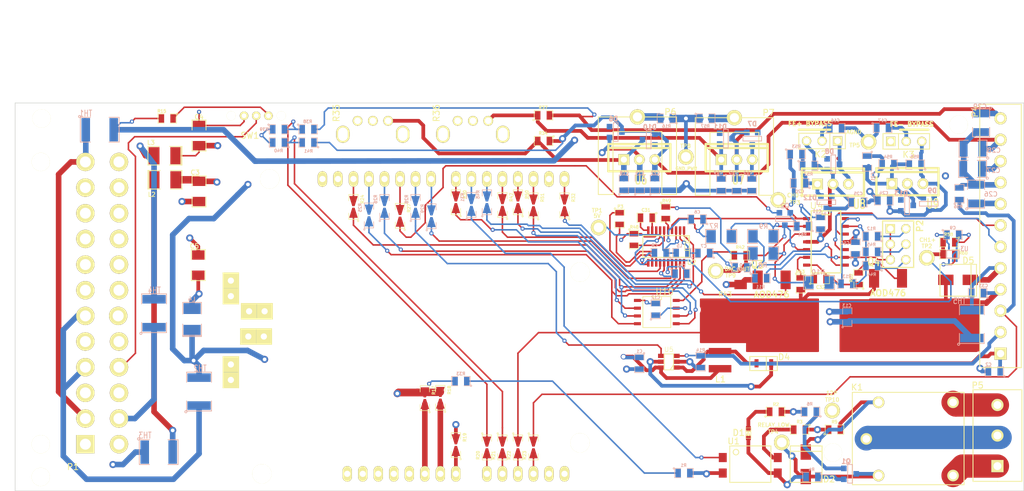
<source format=kicad_pcb>
(kicad_pcb (version 3) (host pcbnew "(2013-07-07 BZR 4022)-stable")
  (title_block (title BenchBudEE) (rev A) (company "Contextual Electronics"))
  (layers (15 F.Cu signal) (2 PWR power hide) (1 GND power) (0 B.Cu signal) (18 B.Paste user) (19 F.Paste user) (20 B.SilkS user) (21 F.SilkS user) (22 B.Mask user) (23 F.Mask user) (28 Edge.Cuts user))
  (net 0 "")
  (net 1 +12C)
  (net 2 +12P)
  (net 3 +12V)
  (net 4 +3.3V)
  (net 5 +5P)
  (net 6 +5V)
  (net 7 -12P)
  (net 8 -12V)
  (net 9 /Arduino/CURR_MEAS)
  (net 10 /Arduino/FAN_MODE)
  (net 11 /Arduino/FAN_PWM)
  (net 12 /Arduino/LED_EN_PWM)
  (net 13 /Arduino/MISO)
  (net 14 /Arduino/MOSI)
  (net 15 /Arduino/RELAY+)
  (net 16 /Arduino/RELAY-)
  (net 17 /Arduino/SCLK)
  (net 18 /Arduino/V+_ADJ_MON)
  (net 19 /Arduino/V-_ADJ_MON)
  (net 20 /Arduino/~ADC_CS)
  (net 21 /Arduino/~DR)
  (net 22 /Arduino/~LDAC)
  (net 23 /Arduino/~RESET)
  (net 24 /Fan/CS_N)
  (net 25 /Fan/FAN_OUT+)
  (net 26 /Fan/FAN_OUT-)
  (net 27 /Fan/TACH_IN)
  (net 28 /Fan/~SDHN)
  (net 29 /LED_Driver/LED_STRING+)
  (net 30 /LED_Driver/LED_STRING-)
  (net 31 /PowerAdjustmentMonitor/V+_ADJ)
  (net 32 /PowerAdjustmentMonitor/V-_ADJ)
  (net 33 /Relay/RELAY_COM)
  (net 34 /Relay/RELAY_NC)
  (net 35 /Relay/RELAY_NO)
  (net 36 /Thermocouple/CH0+)
  (net 37 /Thermocouple/CH0-)
  (net 38 /Thermocouple/CH1+)
  (net 39 /Thermocouple/CH1-)
  (net 40 "/Thermocouple/TC IN +")
  (net 41 "/Thermocouple/TC IN -")
  (net 42 AGND)
  (net 43 FE_V+)
  (net 44 FE_V-)
  (net 45 GND)
  (net 46 GND_LED)
  (net 47 GND_PWR)
  (net 48 GND_RELAY)
  (net 49 N-00000101)
  (net 50 N-00000104)
  (net 51 N-00000117)
  (net 52 N-00000119)
  (net 53 N-00000123)
  (net 54 N-00000124)
  (net 55 N-00000125)
  (net 56 N-00000126)
  (net 57 N-00000127)
  (net 58 N-00000128)
  (net 59 N-00000129)
  (net 60 N-00000130)
  (net 61 N-00000131)
  (net 62 N-00000132)
  (net 63 N-00000133)
  (net 64 N-00000134)
  (net 65 N-00000135)
  (net 66 N-00000136)
  (net 67 N-00000137)
  (net 68 N-0000034)
  (net 69 N-0000035)
  (net 70 N-0000038)
  (net 71 N-0000040)
  (net 72 N-0000044)
  (net 73 N-0000045)
  (net 74 N-0000046)
  (net 75 N-0000047)
  (net 76 N-0000048)
  (net 77 N-0000051)
  (net 78 N-0000052)
  (net 79 N-0000053)
  (net 80 N-0000054)
  (net 81 N-0000055)
  (net 82 N-0000056)
  (net 83 N-0000057)
  (net 84 N-0000058)
  (net 85 N-0000059)
  (net 86 N-0000060)
  (net 87 N-0000061)
  (net 88 N-0000062)
  (net 89 N-0000063)
  (net 90 N-0000064)
  (net 91 N-0000065)
  (net 92 N-0000066)
  (net 93 N-0000067)
  (net 94 N-0000068)
  (net 95 N-0000070)
  (net 96 N-0000071)
  (net 97 N-0000073)
  (net 98 N-0000074)
  (net 99 N-0000075)
  (net 100 N-0000078)
  (net 101 N-0000079)
  (net 102 N-0000080)
  (net 103 N-0000083)
  (net 104 N-0000085)
  (net 105 N-0000086)
  (net 106 N-0000087)
  (net 107 N-0000088)
  (net 108 N-0000090)
  (net 109 N-0000091)
  (net 110 N-0000092)
  (net 111 N-0000093)
  (net 112 N-0000094)
  (net 113 N-0000095)
  (net 114 N-0000096)
  (module V8508H (layer F.Cu) (at 242.951 100.457 180)
    (fp_text reference P7 (at -5.588 0.8255 180) (layer F.SilkS))
    (fp_text value CONN_1 hide)
    (pad 1 thru_hole circle (at 0 0 180) (size 2.5 2.5) (drill 1.5) (layers *.Cu *.Mask F.SilkS) (net 61 N-00000131))
  )
  (module SOT23EBC (layer B.Cu) (at 261.874 158.75 270)
    (fp_text reference Q1 (at -2.032 0.635 360) (layer B.SilkS) (effects (font (size 0.762 0.762) (thickness 0.2032)) (justify mirror)))
    (fp_text value 2N3904 hide)
    (pad 1 smd rect (at -0.889 1.016 270) (size 0.9144 0.9144) (layers B.Cu B.Paste B.Mask) (net 107 N-0000088))
    (pad 2 smd rect (at 0.889 1.016 270) (size 0.9144 0.9144) (layers B.Cu B.Paste B.Mask) (net 109 N-0000091))
    (pad 3 smd rect (at 0 -1.016 270) (size 0.9144 0.9144) (layers B.Cu B.Paste B.Mask) (net 113 N-0000095))
  )
  (module SMA (layer F.Cu) (at 254.635 155.194 270)
    (fp_text reference D2 (at 4.445 -3.81 360) (layer F.SilkS))
    (fp_text value B130-13-F hide)
    (pad 2 smd rect (at 0 0 270) (size 2.5 1.7) (layers F.Cu F.Paste F.Mask) (net 111 N-0000093))
    (pad 1 smd rect (at 4 0 270) (size 2.5 1.7) (layers F.Cu F.Paste F.Mask) (net 113 N-0000095))
  )
  (module SM0805 (layer B.Cu) (at 255.651 159.258)
    (fp_text reference R4 (at -0.0635 -1.2065) (layer B.SilkS) (effects (font (size 0.50038 0.50038) (thickness 0.10922)) (justify mirror)))
    (fp_text value 100 hide)
    (pad 1 smd rect (at -0.9525 0) (size 0.889 1.397) (layers B.Cu B.Paste B.Mask) (net 108 N-0000090))
    (pad 2 smd rect (at 0.9525 0) (size 0.889 1.397) (layers B.Cu B.Paste B.Mask) (net 109 N-0000091))
  )
  (module SM0805 (layer F.Cu) (at 253.619 151.511 180)
    (fp_text reference R3 (at 0 1.27 180) (layer F.SilkS) (effects (font (size 0.50038 0.50038) (thickness 0.10922))))
    (fp_text value 0 hide)
    (pad 1 smd rect (at -0.9525 0 180) (size 0.889 1.397) (layers F.Cu F.Paste F.Mask) (net 2 +12P))
    (pad 2 smd rect (at 0.9525 0 180) (size 0.889 1.397) (layers F.Cu F.Paste F.Mask) (net 112 N-0000094))
  )
  (module SM0805 (layer B.Cu) (at 234.696 158.623)
    (fp_text reference R1 (at -0.0635 -1.27) (layer B.SilkS) (effects (font (size 0.50038 0.50038) (thickness 0.10922)) (justify mirror)))
    (fp_text value 500 hide)
    (pad 1 smd rect (at -0.9525 0) (size 0.889 1.397) (layers B.Cu B.Paste B.Mask) (net 16 /Arduino/RELAY-))
    (pad 2 smd rect (at 0.9525 0) (size 0.889 1.397) (layers B.Cu B.Paste B.Mask) (net 110 N-0000092))
  )
  (module SM0805 (layer F.Cu) (at 259.334 151.511)
    (fp_text reference R5 (at 0 -1.27) (layer F.SilkS) (effects (font (size 0.50038 0.50038) (thickness 0.10922))))
    (fp_text value 0 hide)
    (pad 1 smd rect (at -0.9525 0) (size 0.889 1.397) (layers F.Cu F.Paste F.Mask) (net 2 +12P))
    (pad 2 smd rect (at 0.9525 0) (size 0.889 1.397) (layers F.Cu F.Paste F.Mask) (net 111 N-0000093))
  )
  (module SM0805 (layer F.Cu) (at 249.682 148.59)
    (fp_text reference R2 (at 0.0635 -1.2065) (layer F.SilkS) (effects (font (size 0.50038 0.50038) (thickness 0.10922))))
    (fp_text value 200 hide)
    (pad 1 smd rect (at -0.9525 0) (size 0.889 1.397) (layers F.Cu F.Paste F.Mask) (net 106 N-0000087))
    (pad 2 smd rect (at 0.9525 0) (size 0.889 1.397) (layers F.Cu F.Paste F.Mask) (net 48 GND_RELAY))
  )
  (module SM0805 (layer B.Cu) (at 255.397 148.59 180)
    (fp_text reference R6 (at 0.127 1.27 180) (layer B.SilkS) (effects (font (size 0.50038 0.50038) (thickness 0.10922)) (justify mirror)))
    (fp_text value 0 hide)
    (pad 1 smd rect (at -0.9525 0 180) (size 0.889 1.397) (layers B.Cu B.Paste B.Mask) (net 107 N-0000088))
    (pad 2 smd rect (at 0.9525 0 180) (size 0.889 1.397) (layers B.Cu B.Paste B.Mask) (net 48 GND_RELAY))
  )
  (module 4-SMD (layer F.Cu) (at 241.046 156.083 270)
    (fp_text reference U1 (at -2.667 -1.778 360) (layer F.SilkS))
    (fp_text value LTV-816S hide)
    (pad 1 smd rect (at 0 0 270) (size 1.5 1.3) (layers F.Cu F.Paste F.Mask) (net 15 /Arduino/RELAY+))
    (pad 2 smd rect (at 2.54 0 270) (size 1.5 1.3) (layers F.Cu F.Paste F.Mask) (net 110 N-0000092))
    (pad 3 smd rect (at 2.54 -9 270) (size 1.5 1.3) (layers F.Cu F.Paste F.Mask) (net 108 N-0000090))
    (pad 4 smd rect (at 0 -9 270) (size 1.5 1.3) (layers F.Cu F.Paste F.Mask) (net 112 N-0000094))
  )
  (module SOT353 (layer B.Cu) (at 278.7015 122.809 90)
    (fp_text reference U3 (at 0.889 1.905 360) (layer B.SilkS) (effects (font (size 0.762 0.635) (thickness 0.127)) (justify mirror)))
    (fp_text value LMT84 hide)
    (pad 1 smd rect (at -1.016 0.635 90) (size 0.508 0.3048) (layers B.Cu B.Paste B.Mask) (net 42 AGND))
    (pad 3 smd rect (at -1.016 -0.635 90) (size 0.508 0.3048) (layers B.Cu B.Paste B.Mask) (net 90 N-0000064))
    (pad 5 smd rect (at 1.016 0.635 90) (size 0.508 0.3048) (layers B.Cu B.Paste B.Mask) (net 42 AGND))
    (pad 2 smd rect (at -1.016 0 90) (size 0.508 0.3048) (layers B.Cu B.Paste B.Mask) (net 42 AGND))
    (pad 4 smd rect (at 1.016 -0.635 90) (size 0.508 0.3048) (layers B.Cu B.Paste B.Mask) (net 6 +5V))
  )
  (module SM1206 (layer B.Cu) (at 247.65 119.888 180)
    (fp_text reference R9 (at -0.0635 1.651 180) (layer B.SilkS) (effects (font (size 0.762 0.762) (thickness 0.127)) (justify mirror)))
    (fp_text value R hide)
    (pad 1 smd rect (at -1.651 0 180) (size 1.524 2.032) (layers B.Cu B.Paste B.Mask) (net 96 N-0000071))
    (pad 2 smd rect (at 1.651 0 180) (size 1.524 2.032) (layers B.Cu B.Paste B.Mask) (net 98 N-0000074))
  )
  (module SM1206 (layer B.Cu) (at 240.792 119.888)
    (fp_text reference R7 (at -1.2065 -1.7145) (layer B.SilkS) (effects (font (size 0.762 0.762) (thickness 0.127)) (justify mirror)))
    (fp_text value R hide)
    (pad 1 smd rect (at -1.651 0) (size 1.524 2.032) (layers B.Cu B.Paste B.Mask) (net 36 /Thermocouple/CH0+))
    (pad 2 smd rect (at 1.651 0) (size 1.524 2.032) (layers B.Cu B.Paste B.Mask) (net 96 N-0000071))
  )
  (module SM1206 (layer B.Cu) (at 256.794 127.4445)
    (fp_text reference R10 (at -0.127 -1.7145) (layer B.SilkS) (effects (font (size 0.762 0.762) (thickness 0.127)) (justify mirror)))
    (fp_text value R hide)
    (pad 1 smd rect (at -1.651 0) (size 1.524 2.032) (layers B.Cu B.Paste B.Mask) (net 95 N-0000070))
    (pad 2 smd rect (at 1.651 0) (size 1.524 2.032) (layers B.Cu B.Paste B.Mask) (net 99 N-0000075))
  )
  (module SM1206 (layer B.Cu) (at 247.65 122.682)
    (fp_text reference R8 (at -0.0635 1.905) (layer B.SilkS) (effects (font (size 0.762 0.762) (thickness 0.127)) (justify mirror)))
    (fp_text value R hide)
    (pad 1 smd rect (at -1.651 0) (size 1.524 2.032) (layers B.Cu B.Paste B.Mask) (net 103 N-0000083))
    (pad 2 smd rect (at 1.651 0) (size 1.524 2.032) (layers B.Cu B.Paste B.Mask) (net 95 N-0000070))
  )
  (module SM0805 (layer B.Cu) (at 227.3935 140.6525 270)
    (fp_text reference C1 (at -1.9685 0 360) (layer B.SilkS) (effects (font (size 0.50038 0.50038) (thickness 0.10922)) (justify mirror)))
    (fp_text value 1u hide)
    (pad 1 smd rect (at -0.9525 0 270) (size 0.889 1.397) (layers B.Cu B.Paste B.Mask) (net 5 +5P))
    (pad 2 smd rect (at 0.9525 0 270) (size 0.889 1.397) (layers B.Cu B.Paste B.Mask) (net 46 GND_LED))
  )
  (module SM0805 (layer B.Cu) (at 237.9345 122.6185 180)
    (fp_text reference C7 (at 0 1.143 180) (layer B.SilkS) (effects (font (size 0.50038 0.50038) (thickness 0.10922)) (justify mirror)))
    (fp_text value C hide)
    (pad 1 smd rect (at -0.9525 0 180) (size 0.889 1.397) (layers B.Cu B.Paste B.Mask) (net 42 AGND))
    (pad 2 smd rect (at 0.9525 0 180) (size 0.889 1.397) (layers B.Cu B.Paste B.Mask) (net 88 N-0000062))
  )
  (module SM0805 (layer B.Cu) (at 230.8225 122.6185 180)
    (fp_text reference C8 (at 0.9525 1.27 180) (layer B.SilkS) (effects (font (size 0.50038 0.50038) (thickness 0.10922)) (justify mirror)))
    (fp_text value C hide)
    (pad 1 smd rect (at -0.9525 0 180) (size 0.889 1.397) (layers B.Cu B.Paste B.Mask) (net 6 +5V))
    (pad 2 smd rect (at 0.9525 0 180) (size 0.889 1.397) (layers B.Cu B.Paste B.Mask) (net 42 AGND))
  )
  (module SM0805 (layer B.Cu) (at 262.763 121.793 90)
    (fp_text reference C10 (at 0.8255 -1.7145 180) (layer B.SilkS) (effects (font (size 0.50038 0.50038) (thickness 0.10922)) (justify mirror)))
    (fp_text value C hide)
    (pad 1 smd rect (at -0.9525 0 90) (size 0.889 1.397) (layers B.Cu B.Paste B.Mask) (net 42 AGND))
    (pad 2 smd rect (at 0.9525 0 90) (size 0.889 1.397) (layers B.Cu B.Paste B.Mask) (net 44 FE_V-))
  )
  (module SM0805 (layer B.Cu) (at 257.048 117.729 270)
    (fp_text reference C11 (at -1.9685 0.5715 360) (layer B.SilkS) (effects (font (size 0.50038 0.50038) (thickness 0.10922)) (justify mirror)))
    (fp_text value C hide)
    (pad 1 smd rect (at -0.9525 0 270) (size 0.889 1.397) (layers B.Cu B.Paste B.Mask) (net 42 AGND))
    (pad 2 smd rect (at 0.9525 0 270) (size 0.889 1.397) (layers B.Cu B.Paste B.Mask) (net 43 FE_V+))
  )
  (module SM0805 (layer B.Cu) (at 278.7015 119.634)
    (fp_text reference C9 (at 0 -1.143) (layer B.SilkS) (effects (font (size 0.50038 0.50038) (thickness 0.10922)) (justify mirror)))
    (fp_text value C hide)
    (pad 1 smd rect (at -0.9525 0) (size 0.889 1.397) (layers B.Cu B.Paste B.Mask) (net 6 +5V))
    (pad 2 smd rect (at 0.9525 0) (size 0.889 1.397) (layers B.Cu B.Paste B.Mask) (net 42 AGND))
  )
  (module SM0805 (layer B.Cu) (at 265.43 124.714 180)
    (fp_text reference R44 (at 0 -1.397 180) (layer B.SilkS) (effects (font (size 0.50038 0.50038) (thickness 0.10922)) (justify mirror)))
    (fp_text value R hide)
    (pad 1 smd rect (at -0.9525 0 180) (size 0.889 1.397) (layers B.Cu B.Paste B.Mask) (net 94 N-0000068))
    (pad 2 smd rect (at 0.9525 0 180) (size 0.889 1.397) (layers B.Cu B.Paste B.Mask) (net 104 N-0000085))
  )
  (module SM0805 (layer B.Cu) (at 265.43 122.428 180)
    (fp_text reference R45 (at 0.0635 1.2065 180) (layer B.SilkS) (effects (font (size 0.50038 0.50038) (thickness 0.10922)) (justify mirror)))
    (fp_text value R hide)
    (pad 1 smd rect (at -0.9525 0 180) (size 0.889 1.397) (layers B.Cu B.Paste B.Mask) (net 93 N-0000067))
    (pad 2 smd rect (at 0.9525 0 180) (size 0.889 1.397) (layers B.Cu B.Paste B.Mask) (net 104 N-0000085))
  )
  (module SM0805 (layer B.Cu) (at 261.366 127.635 180)
    (fp_text reference R13 (at 0 1.2065 180) (layer B.SilkS) (effects (font (size 0.50038 0.50038) (thickness 0.10922)) (justify mirror)))
    (fp_text value R hide)
    (pad 1 smd rect (at -0.9525 0 180) (size 0.889 1.397) (layers B.Cu B.Paste B.Mask) (net 104 N-0000085))
    (pad 2 smd rect (at 0.9525 0 180) (size 0.889 1.397) (layers B.Cu B.Paste B.Mask) (net 99 N-0000075))
  )
  (module SM0805 (layer B.Cu) (at 265.43 119.888 180)
    (fp_text reference R12 (at 0.0635 1.27 180) (layer B.SilkS) (effects (font (size 0.50038 0.50038) (thickness 0.10922)) (justify mirror)))
    (fp_text value R hide)
    (pad 1 smd rect (at -0.9525 0 180) (size 0.889 1.397) (layers B.Cu B.Paste B.Mask) (net 97 N-0000073))
    (pad 2 smd rect (at 0.9525 0 180) (size 0.889 1.397) (layers B.Cu B.Paste B.Mask) (net 104 N-0000085))
  )
  (module SM0805 (layer B.Cu) (at 247.269 126.746)
    (fp_text reference R11 (at -0.0635 1.397) (layer B.SilkS) (effects (font (size 0.50038 0.50038) (thickness 0.10922)) (justify mirror)))
    (fp_text value R hide)
    (pad 1 smd rect (at -0.9525 0) (size 0.889 1.397) (layers B.Cu B.Paste B.Mask) (net 98 N-0000074))
    (pad 2 smd rect (at 0.9525 0) (size 0.889 1.397) (layers B.Cu B.Paste B.Mask) (net 105 N-0000086))
  )
  (module pin_array_3x2 (layer F.Cu) (at 269.748 121.158 270)
    (fp_text reference P2 (at -2.9845 -3.556 270) (layer F.SilkS) (effects (font (size 1.016 1.016) (thickness 0.2032))))
    (fp_text value CONN_3X2 hide)
    (pad 1 thru_hole rect (at -2.54 1.27 270) (size 1.524 1.524) (drill 1.016) (layers *.Cu *.Mask F.SilkS) (net 105 N-0000086))
    (pad 2 thru_hole circle (at -2.54 -1.27 270) (size 1.524 1.524) (drill 1.016) (layers *.Cu *.Mask F.SilkS) (net 97 N-0000073))
    (pad 3 thru_hole circle (at 0 1.27 270) (size 1.524 1.524) (drill 1.016) (layers *.Cu *.Mask F.SilkS) (net 105 N-0000086))
    (pad 4 thru_hole circle (at 0 -1.27 270) (size 1.524 1.524) (drill 1.016) (layers *.Cu *.Mask F.SilkS) (net 93 N-0000067))
    (pad 5 thru_hole circle (at 2.54 1.27 270) (size 1.524 1.524) (drill 1.016) (layers *.Cu *.Mask F.SilkS) (net 105 N-0000086))
    (pad 6 thru_hole circle (at 2.54 -1.27 270) (size 1.524 1.524) (drill 1.016) (layers *.Cu *.Mask F.SilkS) (net 94 N-0000068))
  )
  (module SM0805 (layer F.Cu) (at 231.7115 116.0145 270)
    (fp_text reference R49 (at -1.9685 -0.127 360) (layer F.SilkS) (effects (font (size 0.50038 0.50038) (thickness 0.10922))))
    (fp_text value 0 hide)
    (pad 1 smd rect (at -0.9525 0 270) (size 0.889 1.397) (layers F.Cu F.Paste F.Mask) (net 103 N-0000083))
    (pad 2 smd rect (at 0.9525 0 270) (size 0.889 1.397) (layers F.Cu F.Paste F.Mask) (net 37 /Thermocouple/CH0-))
  )
  (module SM0805 (layer F.Cu) (at 226.5045 120.396 270)
    (fp_text reference R48 (at -2.032 -0.0635 360) (layer F.SilkS) (effects (font (size 0.50038 0.50038) (thickness 0.10922))))
    (fp_text value 0 hide)
    (pad 1 smd rect (at -0.9525 0 270) (size 0.889 1.397) (layers F.Cu F.Paste F.Mask) (net 42 AGND))
    (pad 2 smd rect (at 0.9525 0 270) (size 0.889 1.397) (layers F.Cu F.Paste F.Mask) (net 39 /Thermocouple/CH1-))
  )
  (module SM0805 (layer B.Cu) (at 236.855 117.094 180)
    (fp_text reference C6 (at 0 1.2065 180) (layer B.SilkS) (effects (font (size 0.50038 0.50038) (thickness 0.10922)) (justify mirror)))
    (fp_text value C hide)
    (pad 1 smd rect (at -0.9525 0 180) (size 0.889 1.397) (layers B.Cu B.Paste B.Mask) (net 36 /Thermocouple/CH0+))
    (pad 2 smd rect (at 0.9525 0 180) (size 0.889 1.397) (layers B.Cu B.Paste B.Mask) (net 37 /Thermocouple/CH0-))
  )
  (module 3_Pin_TB (layer F.Cu) (at 286.004 157.48 90)
    (fp_text reference P5 (at 13.208 -3.2385 180) (layer F.SilkS))
    (fp_text value "3 Pin TB" hide)
    (pad 1 thru_hole rect (at 0 0 90) (size 2 2) (drill 1.3) (layers *.Cu *.Mask F.SilkS) (net 35 /Relay/RELAY_NO))
    (pad 2 thru_hole circle (at 5 0 90) (size 2 2) (drill 1.3) (layers *.Cu *.Mask F.SilkS) (net 33 /Relay/RELAY_COM))
    (pad 3 thru_hole circle (at 10 0 90) (size 2 2) (drill 1.3) (layers *.Cu *.Mask F.SilkS) (net 34 /Relay/RELAY_NC))
  )
  (module 12_Pin_TB (layer F.Cu) (at 286.512 139.065 90)
    (fp_text reference P4 (at 39.624 -4.191 90) (layer F.SilkS))
    (fp_text value "12 pin terminal block" hide)
    (pad 1 thru_hole rect (at 0 0 90) (size 2 2) (drill 1.2) (layers *.Cu *.Mask F.SilkS) (net 29 /LED_Driver/LED_STRING+))
    (pad 2 thru_hole circle (at 3.5 0 90) (size 2 2) (drill 1.2) (layers *.Cu *.Mask F.SilkS) (net 30 /LED_Driver/LED_STRING-))
    (pad 3 thru_hole circle (at 7 0 90) (size 2 2) (drill 1.2) (layers *.Cu *.Mask F.SilkS) (net 27 /Fan/TACH_IN))
    (pad 4 thru_hole circle (at 10.5 0 90) (size 2 2) (drill 1.2) (layers *.Cu *.Mask F.SilkS) (net 26 /Fan/FAN_OUT-))
    (pad 5 thru_hole circle (at 14 0 90) (size 2 2) (drill 1.2) (layers *.Cu *.Mask F.SilkS) (net 25 /Fan/FAN_OUT+))
    (pad 6 thru_hole circle (at 17.5 0 90) (size 2 2) (drill 1.2) (layers *.Cu *.Mask F.SilkS) (net 41 "/Thermocouple/TC IN -"))
    (pad 7 thru_hole circle (at 21 0 90) (size 2 2) (drill 1.2) (layers *.Cu *.Mask F.SilkS) (net 40 "/Thermocouple/TC IN +"))
    (pad 8 thru_hole circle (at 24.5 0 90) (size 2 2) (drill 1.2) (layers *.Cu *.Mask F.SilkS) (net 5 +5P))
    (pad 9 thru_hole circle (at 28 0 90) (size 2 2) (drill 1.2) (layers *.Cu *.Mask F.SilkS) (net 47 GND_PWR))
    (pad 10 thru_hole circle (at 31.5 0 90) (size 2 2) (drill 1.2) (layers *.Cu *.Mask F.SilkS) (net 4 +3.3V))
    (pad 11 thru_hole circle (at 35 0 90) (size 2 2) (drill 1.2) (layers *.Cu *.Mask F.SilkS) (net 32 /PowerAdjustmentMonitor/V-_ADJ))
    (pad 12 thru_hole circle (at 38.5 0 90) (size 2 2) (drill 1.2) (layers *.Cu *.Mask F.SilkS) (net 31 /PowerAdjustmentMonitor/V+_ADJ))
  )
  (module SM0805 (layer B.Cu) (at 198.1835 143.5735 180)
    (fp_text reference R33 (at 0 1.2065 180) (layer B.SilkS) (effects (font (size 0.50038 0.50038) (thickness 0.10922)) (justify mirror)))
    (fp_text value R hide)
    (pad 1 smd rect (at -0.9525 0 180) (size 0.889 1.397) (layers B.Cu B.Paste B.Mask) (net 16 /Arduino/RELAY-))
    (pad 2 smd rect (at 0.9525 0 180) (size 0.889 1.397) (layers B.Cu B.Paste B.Mask) (net 45 GND))
  )
  (module SOT23GDS (layer B.Cu) (at 251.206 117.0305 180)
    (fp_text reference Q2 (at 0 2.159 180) (layer B.SilkS) (effects (font (size 0.762 0.762) (thickness 0.12954)) (justify mirror)))
    (fp_text value DMN65D8L-7 hide)
    (pad S smd rect (at -0.889 1.016 180) (size 0.9144 0.9144) (layers B.Cu B.Paste B.Mask) (net 57 N-00000127))
    (pad G smd rect (at 0.889 1.016 180) (size 0.9144 0.9144) (layers B.Cu B.Paste B.Mask) (net 11 /Arduino/FAN_PWM))
    (pad D smd rect (at 0 -1.016 180) (size 0.9144 0.9144) (layers B.Cu B.Paste B.Mask) (net 59 N-00000129))
  )
  (module SO8N (layer F.Cu) (at 230.251 132.2705 270)
    (fp_text reference U10 (at -3.302 -1.27 360) (layer F.SilkS) (effects (font (size 1.143 1.016) (thickness 0.127))))
    (fp_text value MCP4801 hide)
    (pad 8 smd rect (at -1.905 -3.175 270) (size 0.508 1.143) (layers F.Cu F.Paste F.Mask) (net 54 N-00000124))
    (pad 7 smd rect (at -0.635 -3.175 270) (size 0.508 1.143) (layers F.Cu F.Paste F.Mask) (net 42 AGND))
    (pad 6 smd rect (at 0.635 -3.175 270) (size 0.508 1.143) (layers F.Cu F.Paste F.Mask) (net 28 /Fan/~SDHN))
    (pad 5 smd rect (at 1.905 -3.175 270) (size 0.508 1.143) (layers F.Cu F.Paste F.Mask) (net 22 /Arduino/~LDAC))
    (pad 4 smd rect (at 1.905 3.175 270) (size 0.508 1.143) (layers F.Cu F.Paste F.Mask) (net 14 /Arduino/MOSI))
    (pad 3 smd rect (at 0.635 3.175 270) (size 0.508 1.143) (layers F.Cu F.Paste F.Mask) (net 17 /Arduino/SCLK))
    (pad 2 smd rect (at -0.635 3.175 270) (size 0.508 1.143) (layers F.Cu F.Paste F.Mask) (net 24 /Fan/CS_N))
    (pad 1 smd rect (at -1.905 3.175 270) (size 0.508 1.143) (layers F.Cu F.Paste F.Mask) (net 6 +5V))
  )
  (module SMA (layer F.Cu) (at 281.559 127 180)
    (fp_text reference D5 (at 0.3175 3.175 180) (layer F.SilkS))
    (fp_text value B130-13-F hide)
    (pad 2 smd rect (at 0 0 180) (size 2.5 1.7) (layers F.Cu F.Paste F.Mask) (net 25 /Fan/FAN_OUT+))
    (pad 1 smd rect (at 4 0 180) (size 2.5 1.7) (layers F.Cu F.Paste F.Mask) (net 26 /Fan/FAN_OUT-))
  )
  (module SM1812 (layer B.Cu) (at 281.813 134.239 90)
    (fp_text reference TH5 (at 3.81 -2.032 360) (layer B.SilkS) (effects (font (size 1.016 0.762) (thickness 0.127)) (justify mirror)))
    (fp_text value MINISMDCO50F-2 hide)
    (pad 1 smd rect (at -2.286 0 90) (size 1.397 3.81) (layers B.Cu B.Paste B.Mask) (net 1 +12C))
    (pad 2 smd rect (at 2.286 0 90) (size 1.397 3.81) (layers B.Cu B.Paste B.Mask) (net 25 /Fan/FAN_OUT+))
  )
  (module SM0805 (layer B.Cu) (at 261.4295 133.096 90)
    (fp_text reference C13 (at 1.905 -0.0635 180) (layer B.SilkS) (effects (font (size 0.50038 0.50038) (thickness 0.10922)) (justify mirror)))
    (fp_text value C hide)
    (pad 1 smd rect (at -0.9525 0 90) (size 0.889 1.397) (layers B.Cu B.Paste B.Mask) (net 1 +12C))
    (pad 2 smd rect (at 0.9525 0 90) (size 0.889 1.397) (layers B.Cu B.Paste B.Mask) (net 42 AGND))
  )
  (module SM0805 (layer B.Cu) (at 230.0605 131.826 90)
    (fp_text reference C12 (at 1.9685 0 180) (layer B.SilkS) (effects (font (size 0.50038 0.50038) (thickness 0.10922)) (justify mirror)))
    (fp_text value C hide)
    (pad 1 smd rect (at -0.9525 0 90) (size 0.889 1.397) (layers B.Cu B.Paste B.Mask) (net 42 AGND))
    (pad 2 smd rect (at 0.9525 0 90) (size 0.889 1.397) (layers B.Cu B.Paste B.Mask) (net 6 +5V))
  )
  (module SM0805 (layer F.Cu) (at 243.9035 122.9995)
    (fp_text reference R42 (at 0 -1.3335) (layer F.SilkS) (effects (font (size 0.50038 0.50038) (thickness 0.10922))))
    (fp_text value R hide)
    (pad 1 smd rect (at -0.9525 0) (size 0.889 1.397) (layers F.Cu F.Paste F.Mask) (net 54 N-00000124))
    (pad 2 smd rect (at 0.9525 0) (size 0.889 1.397) (layers F.Cu F.Paste F.Mask) (net 59 N-00000129))
  )
  (module SM1812 (layer B.Cu) (at 147.955 132.461 90)
    (fp_text reference TH4 (at 3.7465 0.0635 360) (layer B.SilkS) (effects (font (size 1.016 0.762) (thickness 0.127)) (justify mirror)))
    (fp_text value MINISMDC050F-2 hide)
    (pad 1 smd rect (at -2.286 0 90) (size 1.397 3.81) (layers B.Cu B.Paste B.Mask) (net 114 N-0000096))
    (pad 2 smd rect (at 2.286 0 90) (size 1.397 3.81) (layers B.Cu B.Paste B.Mask) (net 7 -12P))
  )
  (module SM1812 (layer B.Cu) (at 148.717 155.194)
    (fp_text reference TH3 (at -2.2225 -2.7305) (layer B.SilkS) (effects (font (size 1.016 0.762) (thickness 0.127)) (justify mirror)))
    (fp_text value MINISMDC050F-2 hide)
    (pad 1 smd rect (at -2.286 0) (size 1.397 3.81) (layers B.Cu B.Paste B.Mask) (net 1 +12C))
    (pad 2 smd rect (at 2.286 0) (size 1.397 3.81) (layers B.Cu B.Paste B.Mask) (net 2 +12P))
  )
  (module SM1812 (layer B.Cu) (at 155.321 145.288 90)
    (fp_text reference TH2 (at 3.81 0.1905 360) (layer B.SilkS) (effects (font (size 1.016 0.762) (thickness 0.127)) (justify mirror)))
    (fp_text value MINISMDC050F-2 hide)
    (pad 1 smd rect (at -2.286 0 90) (size 1.397 3.81) (layers B.Cu B.Paste B.Mask) (net 50 N-00000104))
    (pad 2 smd rect (at 2.286 0 90) (size 1.397 3.81) (layers B.Cu B.Paste B.Mask) (net 5 +5P))
  )
  (module SM1812 (layer B.Cu) (at 139.065 102.4255)
    (fp_text reference TH1 (at -2.286 -2.667) (layer B.SilkS) (effects (font (size 1.016 0.762) (thickness 0.127)) (justify mirror)))
    (fp_text value MINISMDC050F-2 hide)
    (pad 1 smd rect (at -2.286 0) (size 1.397 3.81) (layers B.Cu B.Paste B.Mask) (net 52 N-00000119))
    (pad 2 smd rect (at 2.286 0) (size 1.397 3.81) (layers B.Cu B.Paste B.Mask) (net 4 +3.3V))
  )
  (module SM1210L (layer F.Cu) (at 149.733 110.617)
    (fp_text reference L2 (at -2.159 2.413) (layer F.SilkS) (effects (font (size 0.7 0.7) (thickness 0.127))))
    (fp_text value CM322522-220KL hide)
    (pad 1 smd rect (at -1.778 0) (size 1.778 2.794) (layers F.Cu F.Paste F.Mask) (net 2 +12P))
    (pad 2 smd rect (at 1.778 0) (size 1.778 2.794) (layers F.Cu F.Paste F.Mask) (net 3 +12V))
  )
  (module SM1210L (layer F.Cu) (at 149.733 106.68 180)
    (fp_text reference L3 (at 2.286 2.159 180) (layer F.SilkS) (effects (font (size 0.7 0.7) (thickness 0.127))))
    (fp_text value CM322522-220KL hide)
    (pad 1 smd rect (at -1.778 0 180) (size 1.778 2.794) (layers F.Cu F.Paste F.Mask) (net 8 -12V))
    (pad 2 smd rect (at 1.778 0 180) (size 1.778 2.794) (layers F.Cu F.Paste F.Mask) (net 7 -12P))
  )
  (module SM1210L (layer B.Cu) (at 154.178 133.477 90)
    (fp_text reference L4 (at 3.302 -0.0635 180) (layer B.SilkS) (effects (font (size 0.7 0.7) (thickness 0.127)) (justify mirror)))
    (fp_text value CM322522-220KL hide)
    (pad 1 smd rect (at -1.778 0 90) (size 1.778 2.794) (layers B.Cu B.Paste B.Mask) (net 5 +5P))
    (pad 2 smd rect (at 1.778 0 90) (size 1.778 2.794) (layers B.Cu B.Paste B.Mask) (net 6 +5V))
  )
  (module SM1206 (layer F.Cu) (at 155.321 112.522 270)
    (fp_text reference C3 (at -3.1115 0.635 360) (layer F.SilkS) (effects (font (size 0.762 0.762) (thickness 0.127))))
    (fp_text value C hide)
    (pad 1 smd rect (at -1.651 0 270) (size 1.524 2.032) (layers F.Cu F.Paste F.Mask) (net 3 +12V))
    (pad 2 smd rect (at 1.651 0 270) (size 1.524 2.032) (layers F.Cu F.Paste F.Mask) (net 45 GND))
  )
  (module SM1206 (layer F.Cu) (at 155.194 124.587 90)
    (fp_text reference C5 (at 3.1115 -0.635 180) (layer F.SilkS) (effects (font (size 0.762 0.762) (thickness 0.127))))
    (fp_text value C hide)
    (pad 1 smd rect (at -1.651 0 90) (size 1.524 2.032) (layers F.Cu F.Paste F.Mask) (net 6 +5V))
    (pad 2 smd rect (at 1.651 0 90) (size 1.524 2.032) (layers F.Cu F.Paste F.Mask) (net 45 GND))
  )
  (module SM1206 (layer F.Cu) (at 155.321 103.378 270)
    (fp_text reference C4 (at -3.048 0 360) (layer F.SilkS) (effects (font (size 0.762 0.762) (thickness 0.127))))
    (fp_text value C hide)
    (pad 1 smd rect (at -1.651 0 270) (size 1.524 2.032) (layers F.Cu F.Paste F.Mask) (net 45 GND))
    (pad 2 smd rect (at 1.651 0 270) (size 1.524 2.032) (layers F.Cu F.Paste F.Mask) (net 8 -12V))
  )
  (module SM0805 (layer F.Cu) (at 150.114 100.584 180)
    (fp_text reference R15 (at 0.889 1.2065 180) (layer F.SilkS) (effects (font (size 0.50038 0.50038) (thickness 0.10922))))
    (fp_text value R hide)
    (pad 1 smd rect (at -0.9525 0 180) (size 0.889 1.397) (layers F.Cu F.Paste F.Mask) (net 51 N-00000117))
    (pad 2 smd rect (at 0.9525 0 180) (size 0.889 1.397) (layers F.Cu F.Paste F.Mask) (net 4 +3.3V))
  )
  (module SM0805 (layer B.Cu) (at 255.0795 108.331)
    (fp_text reference R52 (at 0 1.3335) (layer B.SilkS) (effects (font (size 0.50038 0.50038) (thickness 0.10922)) (justify mirror)))
    (fp_text value R hide)
    (pad 1 smd rect (at -0.9525 0) (size 0.889 1.397) (layers B.Cu B.Paste B.Mask) (net 65 N-00000135))
    (pad 2 smd rect (at 0.9525 0) (size 0.889 1.397) (layers B.Cu B.Paste B.Mask) (net 43 FE_V+))
  )
  (module SM0805 (layer B.Cu) (at 267.208 102.108)
    (fp_text reference C17 (at 0 -1.2065) (layer B.SilkS) (effects (font (size 0.50038 0.50038) (thickness 0.10922)) (justify mirror)))
    (fp_text value C hide)
    (pad 1 smd rect (at -0.9525 0) (size 0.889 1.397) (layers B.Cu B.Paste B.Mask) (net 42 AGND))
    (pad 2 smd rect (at 0.9525 0) (size 0.889 1.397) (layers B.Cu B.Paste B.Mask) (net 8 -12V))
  )
  (module SM0805 (layer B.Cu) (at 268.097 108.077 180)
    (fp_text reference R54 (at 0 1.2065 180) (layer B.SilkS) (effects (font (size 0.50038 0.50038) (thickness 0.10922)) (justify mirror)))
    (fp_text value R hide)
    (pad 1 smd rect (at -0.9525 0 180) (size 0.889 1.397) (layers B.Cu B.Paste B.Mask) (net 66 N-00000136))
    (pad 2 smd rect (at 0.9525 0 180) (size 0.889 1.397) (layers B.Cu B.Paste B.Mask) (net 42 AGND))
  )
  (module SM0805 (layer B.Cu) (at 272.542 108.1405 180)
    (fp_text reference R55 (at 0.0635 1.27 180) (layer B.SilkS) (effects (font (size 0.50038 0.50038) (thickness 0.10922)) (justify mirror)))
    (fp_text value R hide)
    (pad 1 smd rect (at -0.9525 0 180) (size 0.889 1.397) (layers B.Cu B.Paste B.Mask) (net 44 FE_V-))
    (pad 2 smd rect (at 0.9525 0 180) (size 0.889 1.397) (layers B.Cu B.Paste B.Mask) (net 66 N-00000136))
  )
  (module SM0805 (layer F.Cu) (at 211.709 104.267 180)
    (fp_text reference R34 (at 0.0635 1.27 180) (layer F.SilkS) (effects (font (size 0.50038 0.50038) (thickness 0.10922))))
    (fp_text value 715 hide)
    (pad 1 smd rect (at -0.9525 0 180) (size 0.889 1.397) (layers F.Cu F.Paste F.Mask) (net 32 /PowerAdjustmentMonitor/V-_ADJ))
    (pad 2 smd rect (at 0.9525 0 180) (size 0.889 1.397) (layers F.Cu F.Paste F.Mask) (net 67 N-00000137))
  )
  (module SM0805 (layer B.Cu) (at 243.332 111.4425 270)
    (fp_text reference C23 (at -2.032 0.5715 360) (layer B.SilkS) (effects (font (size 0.50038 0.50038) (thickness 0.10922)) (justify mirror)))
    (fp_text value C hide)
    (pad 1 smd rect (at -0.9525 0 270) (size 0.889 1.397) (layers B.Cu B.Paste B.Mask) (net 31 /PowerAdjustmentMonitor/V+_ADJ))
    (pad 2 smd rect (at 0.9525 0 270) (size 0.889 1.397) (layers B.Cu B.Paste B.Mask) (net 47 GND_PWR))
  )
  (module SM0805 (layer B.Cu) (at 263.144 114.3)
    (fp_text reference C25 (at 0.0635 -1.397) (layer B.SilkS) (effects (font (size 0.50038 0.50038) (thickness 0.10922)) (justify mirror)))
    (fp_text value C hide)
    (pad 1 smd rect (at -0.9525 0) (size 0.889 1.397) (layers B.Cu B.Paste B.Mask) (net 43 FE_V+))
    (pad 2 smd rect (at 0.9525 0) (size 0.889 1.397) (layers B.Cu B.Paste B.Mask) (net 42 AGND))
  )
  (module SM0805 (layer B.Cu) (at 267.3985 113.9825)
    (fp_text reference C24 (at 0 -1.2065) (layer B.SilkS) (effects (font (size 0.50038 0.50038) (thickness 0.10922)) (justify mirror)))
    (fp_text value C hide)
    (pad 1 smd rect (at -0.9525 0) (size 0.889 1.397) (layers B.Cu B.Paste B.Mask) (net 42 AGND))
    (pad 2 smd rect (at 0.9525 0) (size 0.889 1.397) (layers B.Cu B.Paste B.Mask) (net 44 FE_V-))
  )
  (module SM0805 (layer B.Cu) (at 229.9335 111.379 90)
    (fp_text reference C22 (at 1.905 0.0635 180) (layer B.SilkS) (effects (font (size 0.50038 0.50038) (thickness 0.10922)) (justify mirror)))
    (fp_text value C hide)
    (pad 1 smd rect (at -0.9525 0 90) (size 0.889 1.397) (layers B.Cu B.Paste B.Mask) (net 47 GND_PWR))
    (pad 2 smd rect (at 0.9525 0 90) (size 0.889 1.397) (layers B.Cu B.Paste B.Mask) (net 32 /PowerAdjustmentMonitor/V-_ADJ))
  )
  (module SM0805 (layer B.Cu) (at 245.8085 111.4425 270)
    (fp_text reference C15 (at -2.032 0.635 360) (layer B.SilkS) (effects (font (size 0.50038 0.50038) (thickness 0.10922)) (justify mirror)))
    (fp_text value C hide)
    (pad 1 smd rect (at -0.9525 0 270) (size 0.889 1.397) (layers B.Cu B.Paste B.Mask) (net 3 +12V))
    (pad 2 smd rect (at 0.9525 0 270) (size 0.889 1.397) (layers B.Cu B.Paste B.Mask) (net 47 GND_PWR))
  )
  (module SM0805 (layer B.Cu) (at 259.5245 102.1715)
    (fp_text reference C16 (at -0.0635 -1.27) (layer B.SilkS) (effects (font (size 0.50038 0.50038) (thickness 0.10922)) (justify mirror)))
    (fp_text value C hide)
    (pad 1 smd rect (at -0.9525 0) (size 0.889 1.397) (layers B.Cu B.Paste B.Mask) (net 3 +12V))
    (pad 2 smd rect (at 0.9525 0) (size 0.889 1.397) (layers B.Cu B.Paste B.Mask) (net 42 AGND))
  )
  (module SM0805 (layer B.Cu) (at 253.0475 106.426)
    (fp_text reference R53 (at 0.0635 -1.27) (layer B.SilkS) (effects (font (size 0.50038 0.50038) (thickness 0.10922)) (justify mirror)))
    (fp_text value R hide)
    (pad 1 smd rect (at -0.9525 0) (size 0.889 1.397) (layers B.Cu B.Paste B.Mask) (net 42 AGND))
    (pad 2 smd rect (at 0.9525 0) (size 0.889 1.397) (layers B.Cu B.Paste B.Mask) (net 65 N-00000135))
  )
  (module SM0805 (layer B.Cu) (at 173.1645 104.521 180)
    (fp_text reference R41 (at -0.0635 -1.397 180) (layer B.SilkS) (effects (font (size 0.50038 0.50038) (thickness 0.10922)) (justify mirror)))
    (fp_text value R hide)
    (pad 1 smd rect (at -0.9525 0 180) (size 0.889 1.397) (layers B.Cu B.Paste B.Mask) (net 32 /PowerAdjustmentMonitor/V-_ADJ))
    (pad 2 smd rect (at 0.9525 0 180) (size 0.889 1.397) (layers B.Cu B.Paste B.Mask) (net 19 /Arduino/V-_ADJ_MON))
  )
  (module SM0805 (layer B.Cu) (at 168.3385 104.521 180)
    (fp_text reference R40 (at 0 -1.3335 180) (layer B.SilkS) (effects (font (size 0.50038 0.50038) (thickness 0.10922)) (justify mirror)))
    (fp_text value R hide)
    (pad 1 smd rect (at -0.9525 0 180) (size 0.889 1.397) (layers B.Cu B.Paste B.Mask) (net 19 /Arduino/V-_ADJ_MON))
    (pad 2 smd rect (at 0.9525 0 180) (size 0.889 1.397) (layers B.Cu B.Paste B.Mask) (net 47 GND_PWR))
  )
  (module SM0805 (layer B.Cu) (at 168.3385 102.362)
    (fp_text reference R39 (at -2.3495 0) (layer B.SilkS) (effects (font (size 0.50038 0.50038) (thickness 0.10922)) (justify mirror)))
    (fp_text value R hide)
    (pad 1 smd rect (at -0.9525 0) (size 0.889 1.397) (layers B.Cu B.Paste B.Mask) (net 47 GND_PWR))
    (pad 2 smd rect (at 0.9525 0) (size 0.889 1.397) (layers B.Cu B.Paste B.Mask) (net 18 /Arduino/V+_ADJ_MON))
  )
  (module SM0805 (layer B.Cu) (at 173.1645 102.362)
    (fp_text reference R38 (at -0.0635 -1.27) (layer B.SilkS) (effects (font (size 0.50038 0.50038) (thickness 0.10922)) (justify mirror)))
    (fp_text value R hide)
    (pad 1 smd rect (at -0.9525 0) (size 0.889 1.397) (layers B.Cu B.Paste B.Mask) (net 18 /Arduino/V+_ADJ_MON))
    (pad 2 smd rect (at 0.9525 0) (size 0.889 1.397) (layers B.Cu B.Paste B.Mask) (net 31 /PowerAdjustmentMonitor/V+_ADJ))
  )
  (module SM0805 (layer F.Cu) (at 211.709 100.076)
    (fp_text reference R37 (at -0.0635 -1.27) (layer F.SilkS) (effects (font (size 0.50038 0.50038) (thickness 0.10922))))
    (fp_text value 715 hide)
    (pad 1 smd rect (at -0.9525 0) (size 0.889 1.397) (layers F.Cu F.Paste F.Mask) (net 64 N-00000134))
    (pad 2 smd rect (at 0.9525 0) (size 0.889 1.397) (layers F.Cu F.Paste F.Mask) (net 31 /PowerAdjustmentMonitor/V+_ADJ))
  )
  (module SM0805 (layer B.Cu) (at 227.457 111.379 90)
    (fp_text reference C14 (at 1.905 0 180) (layer B.SilkS) (effects (font (size 0.50038 0.50038) (thickness 0.10922)) (justify mirror)))
    (fp_text value C hide)
    (pad 1 smd rect (at -0.9525 0 90) (size 0.889 1.397) (layers B.Cu B.Paste B.Mask) (net 47 GND_PWR))
    (pad 2 smd rect (at 0.9525 0 90) (size 0.889 1.397) (layers B.Cu B.Paste B.Mask) (net 8 -12V))
  )
  (module SM0805 (layer B.Cu) (at 264.668 107.696 270)
    (fp_text reference C21 (at 2.413 -0.9525 270) (layer B.SilkS) (effects (font (size 0.50038 0.50038) (thickness 0.10922)) (justify mirror)))
    (fp_text value C hide)
    (pad 1 smd rect (at -0.9525 0 270) (size 0.889 1.397) (layers B.Cu B.Paste B.Mask) (net 42 AGND))
    (pad 2 smd rect (at 0.9525 0 270) (size 0.889 1.397) (layers B.Cu B.Paste B.Mask) (net 66 N-00000136))
  )
  (module SM0805 (layer B.Cu) (at 253.619 111.1885 180)
    (fp_text reference C20 (at 0 -1.3335 180) (layer B.SilkS) (effects (font (size 0.50038 0.50038) (thickness 0.10922)) (justify mirror)))
    (fp_text value C hide)
    (pad 1 smd rect (at -0.9525 0 180) (size 0.889 1.397) (layers B.Cu B.Paste B.Mask) (net 65 N-00000135))
    (pad 2 smd rect (at 0.9525 0 180) (size 0.889 1.397) (layers B.Cu B.Paste B.Mask) (net 42 AGND))
  )
  (module SM0805 (layer B.Cu) (at 240.792 111.4425 270)
    (fp_text reference C19 (at -2.032 0.508 360) (layer B.SilkS) (effects (font (size 0.50038 0.50038) (thickness 0.10922)) (justify mirror)))
    (fp_text value C hide)
    (pad 1 smd rect (at -0.9525 0 270) (size 0.889 1.397) (layers B.Cu B.Paste B.Mask) (net 64 N-00000134))
    (pad 2 smd rect (at 0.9525 0 270) (size 0.889 1.397) (layers B.Cu B.Paste B.Mask) (net 47 GND_PWR))
  )
  (module SM0805 (layer B.Cu) (at 224.8535 111.379 90)
    (fp_text reference C18 (at 1.905 0.0635 180) (layer B.SilkS) (effects (font (size 0.50038 0.50038) (thickness 0.10922)) (justify mirror)))
    (fp_text value C hide)
    (pad 1 smd rect (at -0.9525 0 90) (size 0.889 1.397) (layers B.Cu B.Paste B.Mask) (net 47 GND_PWR))
    (pad 2 smd rect (at 0.9525 0 90) (size 0.889 1.397) (layers B.Cu B.Paste B.Mask) (net 67 N-00000137))
  )
  (module SOT23-DIODE (layer B.Cu) (at 228.9175 104.013 90)
    (fp_text reference D10 (at 2.032 0.1905 180) (layer B.SilkS) (effects (font (size 0.762 0.762) (thickness 0.1905)) (justify mirror)))
    (fp_text value MMBD914-7-F hide)
    (pad 3 smd rect (at -0.889 1.016 90) (size 0.9144 0.9144) (layers B.Cu B.Paste B.Mask))
    (pad 1 smd rect (at 0.889 1.016 90) (size 0.9144 0.9144) (layers B.Cu B.Paste B.Mask) (net 32 /PowerAdjustmentMonitor/V-_ADJ))
    (pad 2 smd rect (at 0 -1.016 90) (size 0.9144 0.9144) (layers B.Cu B.Paste B.Mask) (net 67 N-00000137))
  )
  (module SOT23-DIODE (layer B.Cu) (at 271.2085 114.808 270)
    (fp_text reference D13 (at -1.9685 0.9525 360) (layer B.SilkS) (effects (font (size 0.762 0.762) (thickness 0.1905)) (justify mirror)))
    (fp_text value MMBD914-7-F hide)
    (pad 3 smd rect (at -0.889 1.016 270) (size 0.9144 0.9144) (layers B.Cu B.Paste B.Mask))
    (pad 1 smd rect (at 0.889 1.016 270) (size 0.9144 0.9144) (layers B.Cu B.Paste B.Mask) (net 44 FE_V-))
    (pad 2 smd rect (at 0 -1.016 270) (size 0.9144 0.9144) (layers B.Cu B.Paste B.Mask) (net 66 N-00000136))
  )
  (module SOT23-DIODE (layer B.Cu) (at 258.0005 114.3 180)
    (fp_text reference D12 (at 2.667 0.762 180) (layer B.SilkS) (effects (font (size 0.762 0.762) (thickness 0.1905)) (justify mirror)))
    (fp_text value MMBD914-7-F hide)
    (pad 3 smd rect (at -0.889 1.016 180) (size 0.9144 0.9144) (layers B.Cu B.Paste B.Mask))
    (pad 1 smd rect (at 0.889 1.016 180) (size 0.9144 0.9144) (layers B.Cu B.Paste B.Mask) (net 65 N-00000135))
    (pad 2 smd rect (at 0 -1.016 180) (size 0.9144 0.9144) (layers B.Cu B.Paste B.Mask) (net 43 FE_V+))
  )
  (module SOT23-DIODE (layer B.Cu) (at 241.554 103.886 270)
    (fp_text reference D11 (at -1.9685 0.9525 360) (layer B.SilkS) (effects (font (size 0.762 0.762) (thickness 0.1905)) (justify mirror)))
    (fp_text value MMBD914-7-F hide)
    (pad 3 smd rect (at -0.889 1.016 270) (size 0.9144 0.9144) (layers B.Cu B.Paste B.Mask))
    (pad 1 smd rect (at 0.889 1.016 270) (size 0.9144 0.9144) (layers B.Cu B.Paste B.Mask) (net 64 N-00000134))
    (pad 2 smd rect (at 0 -1.016 270) (size 0.9144 0.9144) (layers B.Cu B.Paste B.Mask) (net 31 /PowerAdjustmentMonitor/V+_ADJ))
  )
  (module SOT23-DIODE (layer B.Cu) (at 245.872 103.886 180)
    (fp_text reference D7 (at 0 2.413 180) (layer B.SilkS) (effects (font (size 0.762 0.762) (thickness 0.1905)) (justify mirror)))
    (fp_text value MMBD914-7-F hide)
    (pad 3 smd rect (at -0.889 1.016 180) (size 0.9144 0.9144) (layers B.Cu B.Paste B.Mask))
    (pad 1 smd rect (at 0.889 1.016 180) (size 0.9144 0.9144) (layers B.Cu B.Paste B.Mask) (net 31 /PowerAdjustmentMonitor/V+_ADJ))
    (pad 2 smd rect (at 0 -1.016 180) (size 0.9144 0.9144) (layers B.Cu B.Paste B.Mask) (net 3 +12V))
  )
  (module SOT23-DIODE (layer B.Cu) (at 259.1435 108.077 270)
    (fp_text reference D8 (at -2.0955 0.635 360) (layer B.SilkS) (effects (font (size 0.762 0.762) (thickness 0.1905)) (justify mirror)))
    (fp_text value MMBD914-7-F hide)
    (pad 3 smd rect (at -0.889 1.016 270) (size 0.9144 0.9144) (layers B.Cu B.Paste B.Mask))
    (pad 1 smd rect (at 0.889 1.016 270) (size 0.9144 0.9144) (layers B.Cu B.Paste B.Mask) (net 43 FE_V+))
    (pad 2 smd rect (at 0 -1.016 270) (size 0.9144 0.9144) (layers B.Cu B.Paste B.Mask) (net 60 N-00000130))
  )
  (module SOT23-DIODE (layer B.Cu) (at 223.52 102.8065 270)
    (fp_text reference D6 (at -2.159 0.381 360) (layer B.SilkS) (effects (font (size 0.762 0.762) (thickness 0.1905)) (justify mirror)))
    (fp_text value MMBD914-7-F hide)
    (pad 3 smd rect (at -0.889 1.016 270) (size 0.9144 0.9144) (layers B.Cu B.Paste B.Mask))
    (pad 1 smd rect (at 0.889 1.016 270) (size 0.9144 0.9144) (layers B.Cu B.Paste B.Mask) (net 8 -12V))
    (pad 2 smd rect (at 0 -1.016 270) (size 0.9144 0.9144) (layers B.Cu B.Paste B.Mask) (net 32 /PowerAdjustmentMonitor/V-_ADJ))
  )
  (module SOT23-DIODE (layer B.Cu) (at 274.7645 114.554 180)
    (fp_text reference D9 (at -0.5715 2.159 180) (layer B.SilkS) (effects (font (size 0.762 0.762) (thickness 0.1905)) (justify mirror)))
    (fp_text value MMBD914-7-F hide)
    (pad 3 smd rect (at -0.889 1.016 180) (size 0.9144 0.9144) (layers B.Cu B.Paste B.Mask))
    (pad 1 smd rect (at 0.889 1.016 180) (size 0.9144 0.9144) (layers B.Cu B.Paste B.Mask) (net 63 N-00000133))
    (pad 2 smd rect (at 0 -1.016 180) (size 0.9144 0.9144) (layers B.Cu B.Paste B.Mask) (net 44 FE_V-))
  )
  (module SOT23_6 (layer F.Cu) (at 232.2195 140.3985 90)
    (fp_text reference U5 (at 1.99898 0 180) (layer F.SilkS) (effects (font (size 0.762 0.762) (thickness 0.0762))))
    (fp_text value AP5726 hide)
    (pad 6 smd rect (at -0.9525 -1.27 90) (size 0.70104 1.00076) (layers F.Cu F.Paste F.Mask) (net 5 +5P))
    (pad 5 smd rect (at 0 -1.27 90) (size 0.70104 1.00076) (layers F.Cu F.Paste F.Mask) (net 29 /LED_Driver/LED_STRING+))
    (pad 4 smd rect (at 0.9525 -1.27 90) (size 0.70104 1.00076) (layers F.Cu F.Paste F.Mask) (net 12 /Arduino/LED_EN_PWM))
    (pad 3 smd rect (at 0.9525 1.27 90) (size 0.70104 1.00076) (layers F.Cu F.Paste F.Mask) (net 30 /LED_Driver/LED_STRING-))
    (pad 2 smd rect (at 0 1.27 90) (size 0.70104 1.00076) (layers F.Cu F.Paste F.Mask) (net 46 GND_LED))
    (pad 1 smd rect (at -0.9525 1.27 90) (size 0.70104 1.00076) (layers F.Cu F.Paste F.Mask) (net 53 N-00000123))
  )
  (module SOD-323 (layer F.Cu) (at 246.5705 140.6525)
    (fp_text reference D4 (at 4.5085 -1.016) (layer F.SilkS))
    (fp_text value " B0540WS-7" hide)
    (pad 1 smd rect (at 0 0) (size 0.65 1.35) (layers F.Cu F.Paste F.Mask) (net 53 N-00000123))
    (pad 2 smd rect (at 2.4 0) (size 0.65 1.35) (layers F.Cu F.Paste F.Mask) (net 29 /LED_Driver/LED_STRING+))
  )
  (module SM0805 (layer B.Cu) (at 285.496 141.986 180)
    (fp_text reference C2 (at 0.9525 1.143 180) (layer B.SilkS) (effects (font (size 0.50038 0.50038) (thickness 0.10922)) (justify mirror)))
    (fp_text value 1u hide)
    (pad 1 smd rect (at -0.9525 0 180) (size 0.889 1.397) (layers B.Cu B.Paste B.Mask) (net 29 /LED_Driver/LED_STRING+))
    (pad 2 smd rect (at 0.9525 0 180) (size 0.889 1.397) (layers B.Cu B.Paste B.Mask) (net 46 GND_LED))
  )
  (module SM0805 (layer B.Cu) (at 237.4265 140.3985 270)
    (fp_text reference R14 (at -1.905 0 360) (layer B.SilkS) (effects (font (size 0.50038 0.50038) (thickness 0.10922)) (justify mirror)))
    (fp_text value 15 hide)
    (pad 1 smd rect (at -0.9525 0 270) (size 0.889 1.397) (layers B.Cu B.Paste B.Mask) (net 30 /LED_Driver/LED_STRING-))
    (pad 2 smd rect (at 0.9525 0 270) (size 0.889 1.397) (layers B.Cu B.Paste B.Mask) (net 46 GND_LED))
  )
  (module NR4012 (layer F.Cu) (at 240.6015 141.5415 90)
    (fp_text reference L1 (at -1.7145 0.0635 180) (layer F.SilkS))
    (fp_text value 22u hide)
    (pad 1 smd rect (at 0 0 90) (size 1.2 3.7) (layers F.Cu F.Paste F.Mask) (net 5 +5P))
    (pad 2 smd rect (at 2.8 0 90) (size 1.2 3.7) (layers F.Cu F.Paste F.Mask) (net 53 N-00000123))
  )
  (module TE-SPDT (layer F.Cu) (at 264.541 153.035)
    (fp_text reference K1 (at -1.524 -8.4455) (layer F.SilkS))
    (fp_text value 1461069-5 hide)
    (pad 1 thru_hole circle (at 0 0) (size 1.905 1.905) (drill 1.27) (layers *.Cu *.Mask F.SilkS) (net 33 /Relay/RELAY_COM))
    (pad 2 thru_hole circle (at 2.0066 -5.9944) (size 1.905 1.905) (drill 1.27) (layers *.Cu *.Mask F.SilkS) (net 111 N-0000093))
    (pad 3 thru_hole circle (at 14.1986 -5.9944) (size 1.905 1.905) (drill 1.27) (layers *.Cu *.Mask F.SilkS) (net 34 /Relay/RELAY_NC))
    (pad 4 thru_hole circle (at 14.1986 5.9944) (size 1.905 1.905) (drill 1.27) (layers *.Cu *.Mask F.SilkS) (net 35 /Relay/RELAY_NO))
    (pad 5 thru_hole circle (at 2.0066 5.9944) (size 1.905 1.905) (drill 1.27) (layers *.Cu *.Mask F.SilkS) (net 113 N-0000095))
  )
  (module SO14N (layer F.Cu) (at 258.064 120.777 270)
    (fp_text reference U4 (at -5.9055 1.651 360) (layer F.SilkS) (effects (font (size 1.016 1.143) (thickness 0.127))))
    (fp_text value OPA4170 hide)
    (pad 1 smd rect (at -3.81 3.302 270) (size 0.508 1.143) (layers F.Cu F.Paste F.Mask) (net 36 /Thermocouple/CH0+))
    (pad 2 smd rect (at -2.54 3.302 270) (size 0.508 1.143) (layers F.Cu F.Paste F.Mask) (net 96 N-0000071))
    (pad 3 smd rect (at -1.27 3.302 270) (size 0.508 1.143) (layers F.Cu F.Paste F.Mask) (net 95 N-0000070))
    (pad 4 smd rect (at 0 3.302 270) (size 0.508 1.143) (layers F.Cu F.Paste F.Mask) (net 43 FE_V+))
    (pad 5 smd rect (at 1.27 3.302 270) (size 0.508 1.143) (layers F.Cu F.Paste F.Mask) (net 59 N-00000129))
    (pad 6 smd rect (at 2.54 3.302 270) (size 0.508 1.143) (layers F.Cu F.Paste F.Mask) (net 56 N-00000126))
    (pad 7 smd rect (at 3.81 3.302 270) (size 0.508 1.143) (layers F.Cu F.Paste F.Mask) (net 58 N-00000128))
    (pad 8 smd rect (at 3.81 -3.048 270) (size 0.508 1.143) (layers F.Cu F.Paste F.Mask) (net 98 N-0000074))
    (pad 9 smd rect (at 2.54 -3.048 270) (size 0.508 1.143) (layers F.Cu F.Paste F.Mask) (net 105 N-0000086))
    (pad 11 smd rect (at 0 -3.048 270) (size 0.508 1.143) (layers F.Cu F.Paste F.Mask) (net 44 FE_V-))
    (pad 12 smd rect (at -1.27 -3.048 270) (size 0.508 1.143) (layers F.Cu F.Paste F.Mask) (net 40 "/Thermocouple/TC IN +"))
    (pad 13 smd rect (at -2.54 -3.048 270) (size 0.508 1.143) (layers F.Cu F.Paste F.Mask) (net 104 N-0000085))
    (pad 14 smd rect (at -3.81 -3.048 270) (size 0.508 1.143) (layers F.Cu F.Paste F.Mask) (net 99 N-0000075))
    (pad 10 smd rect (at 1.27 -3.048 270) (size 0.508 1.143) (layers F.Cu F.Paste F.Mask) (net 41 "/Thermocouple/TC IN -"))
  )
  (module 3mm-NPTH (layer F.Cu) (at 129.54 100.584)
    (fp_text reference "3 mm" hide)
    (fp_text value VAL** hide)
    (pad "" np_thru_hole circle (at 0 0) (size 3 3) (drill 3) (layers *.Cu *.Mask F.SilkS))
  )
  (module 3mm-NPTH (layer F.Cu) (at 129.413 159.258)
    (fp_text reference "3 mm" hide)
    (fp_text value VAL** hide)
    (pad "" np_thru_hole circle (at 0 0) (size 3 3) (drill 3) (layers *.Cu *.Mask F.SilkS))
  )
  (module 3mm-NPTH (layer F.Cu) (at 279.654 101.6)
    (fp_text reference "3 mm" hide)
    (fp_text value VAL** hide)
    (pad "" np_thru_hole circle (at 0 0) (size 3 3) (drill 3) (layers *.Cu *.Mask F.SilkS))
  )
  (module SSOP20 (layer F.Cu) (at 231.775 121.539 180)
    (fp_text reference U2 (at -4.191 -2.6035 180) (layer F.SilkS) (effects (font (size 0.762 0.762) (thickness 0.127))))
    (fp_text value MCP3901 hide)
    (pad 1 smd rect (at -2.921 2.667 180) (size 0.4064 1.27) (layers F.Cu F.Paste F.Mask) (net 23 /Arduino/~RESET))
    (pad 2 smd rect (at -2.286 2.667 180) (size 0.4064 1.27) (layers F.Cu F.Paste F.Mask) (net 88 N-0000062))
    (pad 3 smd rect (at -1.6256 2.667 180) (size 0.4064 1.27) (layers F.Cu F.Paste F.Mask) (net 6 +5V))
    (pad 4 smd rect (at -0.9652 2.667 180) (size 0.4064 1.27) (layers F.Cu F.Paste F.Mask) (net 36 /Thermocouple/CH0+))
    (pad 5 smd rect (at -0.3302 2.667 180) (size 0.4064 1.27) (layers F.Cu F.Paste F.Mask) (net 37 /Thermocouple/CH0-))
    (pad 6 smd rect (at 0.3302 2.667 180) (size 0.4064 1.27) (layers F.Cu F.Paste F.Mask) (net 39 /Thermocouple/CH1-))
    (pad 7 smd rect (at 0.9906 2.667 180) (size 0.4064 1.27) (layers F.Cu F.Paste F.Mask) (net 38 /Thermocouple/CH1+))
    (pad 8 smd rect (at 1.6256 2.667 180) (size 0.4064 1.27) (layers F.Cu F.Paste F.Mask) (net 42 AGND))
    (pad 9 smd rect (at 2.286 2.667 180) (size 0.4064 1.27) (layers F.Cu F.Paste F.Mask) (net 102 N-0000080))
    (pad 10 smd rect (at 2.921 2.667 180) (size 0.4064 1.27) (layers F.Cu F.Paste F.Mask) (net 92 N-0000066))
    (pad 11 smd rect (at 2.921 -2.667 180) (size 0.4064 1.27) (layers F.Cu F.Paste F.Mask) (net 42 AGND))
    (pad 12 smd rect (at 2.286 -2.667 180) (size 0.4064 1.27) (layers F.Cu F.Paste F.Mask) (net 101 N-0000079))
    (pad 13 smd rect (at 1.6256 -2.667 180) (size 0.4064 1.27) (layers F.Cu F.Paste F.Mask) (net 100 N-0000078))
    (pad 14 smd rect (at 0.9906 -2.667 180) (size 0.4064 1.27) (layers F.Cu F.Paste F.Mask) (net 21 /Arduino/~DR))
    (pad 15 smd rect (at 0.3302 -2.667 180) (size 0.4064 1.27) (layers F.Cu F.Paste F.Mask) (net 89 N-0000063))
    (pad 16 smd rect (at -0.3302 -2.667 180) (size 0.4064 1.27) (layers F.Cu F.Paste F.Mask) (net 91 N-0000065))
    (pad 17 smd rect (at -0.9652 -2.667 180) (size 0.4064 1.27) (layers F.Cu F.Paste F.Mask) (net 20 /Arduino/~ADC_CS))
    (pad 18 smd rect (at -1.6256 -2.667 180) (size 0.4064 1.27) (layers F.Cu F.Paste F.Mask) (net 17 /Arduino/SCLK))
    (pad 19 smd rect (at -2.286 -2.667 180) (size 0.4064 1.27) (layers F.Cu F.Paste F.Mask) (net 13 /Arduino/MISO))
    (pad 20 smd rect (at -2.921 -2.667 180) (size 0.4064 1.27) (layers F.Cu F.Paste F.Mask) (net 14 /Arduino/MOSI))
  )
  (module SM0805 (layer B.Cu) (at 234.3785 122.6185 180)
    (fp_text reference L5 (at 0.4445 1.2065 180) (layer B.SilkS) (effects (font (size 0.50038 0.50038) (thickness 0.10922)) (justify mirror)))
    (fp_text value INDUCTOR hide)
    (pad 1 smd rect (at -0.9525 0 180) (size 0.889 1.397) (layers B.Cu B.Paste B.Mask) (net 88 N-0000062))
    (pad 2 smd rect (at 0.9525 0 180) (size 0.889 1.397) (layers B.Cu B.Paste B.Mask) (net 6 +5V))
  )
  (module SM0805 (layer F.Cu) (at 224.155 116.967 270)
    (fp_text reference P3 (at -1.9685 -0.127 360) (layer F.SilkS) (effects (font (size 0.50038 0.50038) (thickness 0.10922))))
    (fp_text value CONN_2 hide)
    (pad 1 smd rect (at -0.9525 0 270) (size 0.889 1.397) (layers F.Cu F.Paste F.Mask) (net 101 N-0000079))
    (pad 2 smd rect (at 0.9525 0 270) (size 0.889 1.397) (layers F.Cu F.Paste F.Mask) (net 100 N-0000078))
  )
  (module SM0805 (layer B.Cu) (at 279.781 112.903 90)
    (fp_text reference R56 (at -2.0955 -0.1905 180) (layer B.SilkS) (effects (font (size 0.50038 0.50038) (thickness 0.10922)) (justify mirror)))
    (fp_text value R hide)
    (pad 1 smd rect (at -0.9525 0 90) (size 0.889 1.397) (layers B.Cu B.Paste B.Mask) (net 27 /Fan/TACH_IN))
    (pad 2 smd rect (at 0.9525 0 90) (size 0.889 1.397) (layers B.Cu B.Paste B.Mask) (net 47 GND_PWR))
  )
  (module SM1210 (layer B.Cu) (at 283.337 101.2825 270)
    (fp_text reference C29 (at -2.667 0.1905 360) (layer B.SilkS) (effects (font (size 0.762 0.762) (thickness 0.127)) (justify mirror)))
    (fp_text value C hide)
    (pad 1 smd rect (at -1.524 0 270) (size 1.27 2.54) (layers B.Cu B.Paste B.Mask) (net 31 /PowerAdjustmentMonitor/V+_ADJ))
    (pad 2 smd rect (at 1.524 0 270) (size 1.27 2.54) (layers B.Cu B.Paste B.Mask) (net 47 GND_PWR))
  )
  (module SM1210 (layer B.Cu) (at 281.94 108.839 180)
    (fp_text reference C27 (at -3.429 -0.254 180) (layer B.SilkS) (effects (font (size 0.762 0.762) (thickness 0.127)) (justify mirror)))
    (fp_text value C hide)
    (pad 1 smd rect (at -1.524 0 180) (size 1.27 2.54) (layers B.Cu B.Paste B.Mask) (net 4 +3.3V))
    (pad 2 smd rect (at 1.524 0 180) (size 1.27 2.54) (layers B.Cu B.Paste B.Mask) (net 47 GND_PWR))
  )
  (module SM1210 (layer B.Cu) (at 282.0035 105.537 180)
    (fp_text reference C28 (at -3.429 -0.254 180) (layer B.SilkS) (effects (font (size 0.762 0.762) (thickness 0.127)) (justify mirror)))
    (fp_text value C hide)
    (pad 1 smd rect (at -1.524 0 180) (size 1.27 2.54) (layers B.Cu B.Paste B.Mask) (net 32 /PowerAdjustmentMonitor/V-_ADJ))
    (pad 2 smd rect (at 1.524 0 180) (size 1.27 2.54) (layers B.Cu B.Paste B.Mask) (net 47 GND_PWR))
  )
  (module SM1210 (layer B.Cu) (at 282.5115 112.9665 90)
    (fp_text reference C26 (at 0 2.413 180) (layer B.SilkS) (effects (font (size 0.762 0.762) (thickness 0.127)) (justify mirror)))
    (fp_text value C hide)
    (pad 1 smd rect (at -1.524 0 90) (size 1.27 2.54) (layers B.Cu B.Paste B.Mask) (net 5 +5P))
    (pad 2 smd rect (at 1.524 0 90) (size 1.27 2.54) (layers B.Cu B.Paste B.Mask) (net 47 GND_PWR))
  )
  (module SM0805 (layer B.Cu) (at 234.188 125.984)
    (fp_text reference C30 (at 0.0635 -1.27) (layer B.SilkS) (effects (font (size 0.50038 0.50038) (thickness 0.10922)) (justify mirror)))
    (fp_text value C hide)
    (pad 1 smd rect (at -0.9525 0) (size 0.889 1.397) (layers B.Cu B.Paste B.Mask) (net 89 N-0000063))
    (pad 2 smd rect (at 0.9525 0) (size 0.889 1.397) (layers B.Cu B.Paste B.Mask) (net 91 N-0000065))
  )
  (module SM0805 (layer F.Cu) (at 228.5365 116.84 180)
    (fp_text reference C31 (at 0.0635 1.27 180) (layer F.SilkS) (effects (font (size 0.50038 0.50038) (thickness 0.10922))))
    (fp_text value C hide)
    (pad 1 smd rect (at -0.9525 0 180) (size 0.889 1.397) (layers F.Cu F.Paste F.Mask) (net 102 N-0000080))
    (pad 2 smd rect (at 0.9525 0 180) (size 0.889 1.397) (layers F.Cu F.Paste F.Mask) (net 92 N-0000066))
  )
  (module LED-0603-2 (layer F.Cu) (at 245.237 152.0825 90)
    (fp_text reference D1 (at 0.0635 -1.5875 180) (layer F.SilkS) (effects (font (size 1.016 1.016) (thickness 0.1524))))
    (fp_text value "LG Q971-KN-1" hide)
    (pad 1 smd rect (at -0.7493 0 90) (size 0.79756 0.79756) (layers F.Cu F.Paste F.Mask) (net 108 N-0000090))
    (pad 2 smd rect (at 0.7493 0 90) (size 0.79756 0.79756) (layers F.Cu F.Paste F.Mask) (net 106 N-0000087))
  )
  (module V8508H (layer F.Cu) (at 227.076 100.33 180)
    (fp_text reference P6 (at -5.3975 0.8255 180) (layer F.SilkS))
    (fp_text value CONN_1 hide)
    (pad 1 thru_hole circle (at 0 0 180) (size 2.5 2.5) (drill 1.5) (layers *.Cu *.Mask F.SilkS) (net 62 N-00000132))
  )
  (module SM0805 (layer B.Cu) (at 231.8385 100.584 180)
    (fp_text reference R16 (at 0 -1.27 180) (layer B.SilkS) (effects (font (size 0.50038 0.50038) (thickness 0.10922)) (justify mirror)))
    (fp_text value R hide)
    (pad 1 smd rect (at -0.9525 0 180) (size 0.889 1.397) (layers B.Cu B.Paste B.Mask) (net 47 GND_PWR))
    (pad 2 smd rect (at 0.9525 0 180) (size 0.889 1.397) (layers B.Cu B.Paste B.Mask) (net 62 N-00000132))
  )
  (module SM0805 (layer B.Cu) (at 238.252 100.584)
    (fp_text reference R57 (at -0.0635 1.27) (layer B.SilkS) (effects (font (size 0.50038 0.50038) (thickness 0.10922)) (justify mirror)))
    (fp_text value R hide)
    (pad 1 smd rect (at -0.9525 0) (size 0.889 1.397) (layers B.Cu B.Paste B.Mask) (net 47 GND_PWR))
    (pad 2 smd rect (at 0.9525 0) (size 0.889 1.397) (layers B.Cu B.Paste B.Mask) (net 61 N-00000131))
  )
  (module TO220_BB (layer F.Cu) (at 227.3935 107.315)
    (fp_text reference U6 (at 0.254 3.302) (layer F.SilkS) (effects (font (size 1.524 1.016) (thickness 0.2032))))
    (fp_text value LM337T hide)
    (pad 2 thru_hole circle (at 0 0 90) (size 1.778 1.778) (drill 1.016) (layers *.Cu *.Mask F.SilkS) (net 8 -12V))
    (pad 3 thru_hole circle (at 2.54 0 90) (size 1.778 1.778) (drill 1.016) (layers *.Cu *.Mask F.SilkS) (net 32 /PowerAdjustmentMonitor/V-_ADJ))
    (pad 1 thru_hole rect (at -2.54 0 90) (size 1.778 1.778) (drill 1.016) (layers *.Cu *.Mask F.SilkS) (net 67 N-00000137))
  )
  (module TO220_BB (layer F.Cu) (at 271.272 111.252)
    (fp_text reference U9 (at 4.1275 3.302) (layer F.SilkS) (effects (font (size 1.524 1.016) (thickness 0.2032))))
    (fp_text value LM337T hide)
    (pad 2 thru_hole circle (at 0 0 90) (size 1.778 1.778) (drill 1.016) (layers *.Cu *.Mask F.SilkS) (net 63 N-00000133))
    (pad 3 thru_hole circle (at 2.54 0 90) (size 1.778 1.778) (drill 1.016) (layers *.Cu *.Mask F.SilkS) (net 44 FE_V-))
    (pad 1 thru_hole rect (at -2.54 0 90) (size 1.778 1.778) (drill 1.016) (layers *.Cu *.Mask F.SilkS) (net 66 N-00000136))
  )
  (module TO220_BB (layer F.Cu) (at 259.08 111.3155)
    (fp_text reference U8 (at 4.318 3.302) (layer F.SilkS) (effects (font (size 1.524 1.016) (thickness 0.2032))))
    (fp_text value LM317T hide)
    (pad 2 thru_hole circle (at 0 0 90) (size 1.778 1.778) (drill 1.016) (layers *.Cu *.Mask F.SilkS) (net 43 FE_V+))
    (pad 3 thru_hole circle (at 2.54 0 90) (size 1.778 1.778) (drill 1.016) (layers *.Cu *.Mask F.SilkS) (net 60 N-00000130))
    (pad 1 thru_hole rect (at -2.54 0 90) (size 1.778 1.778) (drill 1.016) (layers *.Cu *.Mask F.SilkS) (net 65 N-00000135))
  )
  (module TO220_BB (layer F.Cu) (at 243.332 107.315)
    (fp_text reference U7 (at 0.254 3.302) (layer F.SilkS) (effects (font (size 1.524 1.016) (thickness 0.2032))))
    (fp_text value LM317T hide)
    (pad 2 thru_hole circle (at 0 0 90) (size 1.778 1.778) (drill 1.016) (layers *.Cu *.Mask F.SilkS) (net 31 /PowerAdjustmentMonitor/V+_ADJ))
    (pad 3 thru_hole circle (at 2.54 0 90) (size 1.778 1.778) (drill 1.016) (layers *.Cu *.Mask F.SilkS) (net 3 +12V))
    (pad 1 thru_hole rect (at -2.54 0 90) (size 1.778 1.778) (drill 1.016) (layers *.Cu *.Mask F.SilkS) (net 64 N-00000134))
  )
  (module EVUE3K (layer F.Cu) (at 183.769 100.965 90)
    (fp_text reference R35 (at 1.27 -5.969 90) (layer F.SilkS))
    (fp_text value 5k hide)
    (pad 4 thru_hole oval (at -2.2 4.9 90) (size 2.8 2.2) (drill oval 2.2 1.6) (layers *.Cu *.Mask F.SilkS))
    (pad 4 thru_hole oval (at -2.2 -4.9 90) (size 2.8 2.2) (drill oval 2.2 1.6) (layers *.Cu *.Mask F.SilkS))
    (pad 2 thru_hole circle (at 0 0 90) (size 1.6 1.6) (drill 1.1) (layers *.Cu *.Mask F.SilkS) (net 47 GND_PWR))
    (pad 1 thru_hole circle (at 0 2.5 90) (size 1.6 1.6) (drill 1.1) (layers *.Cu *.Mask F.SilkS) (net 67 N-00000137))
    (pad 3 thru_hole circle (at 0 -2.5 90) (size 1.6 1.6) (drill 1.1) (layers *.Cu *.Mask F.SilkS))
  )
  (module EVUE3K (layer F.Cu) (at 200.152 100.965 90)
    (fp_text reference R36 (at 1.27 -5.969 90) (layer F.SilkS))
    (fp_text value 5k hide)
    (pad 4 thru_hole oval (at -2.2 4.9 90) (size 2.8 2.2) (drill oval 2.2 1.6) (layers *.Cu *.Mask F.SilkS))
    (pad 4 thru_hole oval (at -2.2 -4.9 90) (size 2.8 2.2) (drill oval 2.2 1.6) (layers *.Cu *.Mask F.SilkS))
    (pad 2 thru_hole circle (at 0 0 90) (size 1.6 1.6) (drill 1.1) (layers *.Cu *.Mask F.SilkS) (net 47 GND_PWR))
    (pad 1 thru_hole circle (at 0 2.5 90) (size 1.6 1.6) (drill 1.1) (layers *.Cu *.Mask F.SilkS) (net 64 N-00000134))
    (pad 3 thru_hole circle (at 0 -2.5 90) (size 1.6 1.6) (drill 1.1) (layers *.Cu *.Mask F.SilkS))
  )
  (module BB_Switch (layer F.Cu) (at 168.783 100.1395 180)
    (fp_text reference SW1 (at 5.1435 -3.2385 180) (layer F.SilkS))
    (fp_text value "Power Switch" hide)
    (pad "" np_thru_hole circle (at 0 0 180) (size 1.5 1.5) (drill 1.5) (layers *.Cu *.Mask F.SilkS))
    (pad "" np_thru_hole circle (at 8.2 0 180) (size 1.5 1.5) (drill 1.5) (layers *.Cu *.Mask F.SilkS))
    (pad 1 thru_hole circle (at 2.1 0 180) (size 1.4 1.4) (drill 0.8) (layers *.Cu *.Mask F.SilkS) (net 51 N-00000117))
    (pad 2 thru_hole circle (at 4.1 0 180) (size 1.4 1.4) (drill 0.8) (layers *.Cu *.Mask F.SilkS) (net 49 N-00000101))
    (pad 3 thru_hole circle (at 6.1 0 180) (size 1.4 1.4) (drill 0.8) (layers *.Cu *.Mask F.SilkS) (net 45 GND))
  )
  (module Arduino (layer F.Cu) (at 151.638 161.29)
    (fp_text reference ARD1 hide)
    (fp_text value ARDUINOPINS hide)
    (pad 10 thru_hole oval (at 63.5 -2.54) (size 1.524 2.54) (drill 1.016) (layers *.Cu *.Mask F.SilkS))
    (pad 11 thru_hole oval (at 63.5 -50.8) (size 1.524 2.54) (drill 1.016) (layers *.Cu *.Mask F.SilkS) (net 68 N-0000034))
    (pad 12 thru_hole oval (at 60.96 -50.8) (size 1.524 2.54) (drill 1.016) (layers *.Cu *.Mask F.SilkS))
    (pad 13 thru_hole oval (at 58.42 -50.8) (size 1.524 2.54) (drill 1.016) (layers *.Cu *.Mask F.SilkS) (net 74 N-0000046))
    (pad 14 thru_hole oval (at 55.88 -50.8) (size 1.524 2.54) (drill 1.016) (layers *.Cu *.Mask F.SilkS) (net 73 N-0000045))
    (pad 15 thru_hole oval (at 53.34 -50.8) (size 1.524 2.54) (drill 1.016) (layers *.Cu *.Mask F.SilkS) (net 69 N-0000035))
    (pad 16 thru_hole oval (at 50.8 -50.8) (size 1.524 2.54) (drill 1.016) (layers *.Cu *.Mask F.SilkS) (net 72 N-0000044))
    (pad 17 thru_hole oval (at 48.26 -50.8) (size 1.524 2.54) (drill 1.016) (layers *.Cu *.Mask F.SilkS) (net 70 N-0000038))
    (pad 18 thru_hole oval (at 45.72 -50.8) (size 1.524 2.54) (drill 1.016) (layers *.Cu *.Mask F.SilkS) (net 84 N-0000058))
    (pad 19 thru_hole oval (at 41.656 -50.8) (size 1.524 2.54) (drill 1.016) (layers *.Cu *.Mask F.SilkS) (net 83 N-0000057))
    (pad 20 thru_hole oval (at 39.116 -50.8) (size 1.524 2.54) (drill 1.016) (layers *.Cu *.Mask F.SilkS) (net 82 N-0000056))
    (pad 21 thru_hole oval (at 36.576 -50.8) (size 1.524 2.54) (drill 1.016) (layers *.Cu *.Mask F.SilkS) (net 81 N-0000055))
    (pad 22 thru_hole oval (at 34.036 -50.8) (size 1.524 2.54) (drill 1.016) (layers *.Cu *.Mask F.SilkS) (net 85 N-0000059))
    (pad 23 thru_hole oval (at 31.496 -50.8) (size 1.524 2.54) (drill 1.016) (layers *.Cu *.Mask F.SilkS) (net 86 N-0000060))
    (pad 24 thru_hole oval (at 28.956 -50.8) (size 1.524 2.54) (drill 1.016) (layers *.Cu *.Mask F.SilkS) (net 87 N-0000061))
    (pad 25 thru_hole oval (at 26.416 -50.8) (size 1.524 2.54) (drill 1.016) (layers *.Cu *.Mask F.SilkS))
    (pad 26 thru_hole oval (at 23.876 -50.8) (size 1.524 2.54) (drill 1.016) (layers *.Cu *.Mask F.SilkS))
    (pad 9 thru_hole oval (at 60.96 -2.54) (size 1.524 2.54) (drill 1.016) (layers *.Cu *.Mask F.SilkS))
    (pad 8 thru_hole oval (at 58.42 -2.54) (size 1.524 2.54) (drill 1.016) (layers *.Cu *.Mask F.SilkS) (net 78 N-0000052))
    (pad 7 thru_hole oval (at 55.88 -2.54) (size 1.524 2.54) (drill 1.016) (layers *.Cu *.Mask F.SilkS) (net 77 N-0000051))
    (pad 6 thru_hole oval (at 53.34 -2.54) (size 1.524 2.54) (drill 1.016) (layers *.Cu *.Mask F.SilkS) (net 79 N-0000053))
    (pad 5 thru_hole oval (at 50.8 -2.54) (size 1.524 2.54) (drill 1.016) (layers *.Cu *.Mask F.SilkS) (net 80 N-0000054))
    (pad 4 thru_hole oval (at 45.72 -2.54) (size 1.524 2.54) (drill 1.016) (layers *.Cu *.Mask F.SilkS) (net 71 N-0000040))
    (pad 3 thru_hole oval (at 43.18 -2.54) (size 1.524 2.54) (drill 1.016) (layers *.Cu *.Mask F.SilkS) (net 76 N-0000048))
    (pad 2 thru_hole oval (at 40.64 -2.54) (size 1.524 2.54) (drill 1.016) (layers *.Cu *.Mask F.SilkS) (net 75 N-0000047))
    (pad 1 thru_hole oval (at 38.1 -2.54) (size 1.524 2.54) (drill 1.016) (layers *.Cu *.Mask F.SilkS))
    (pad 28 thru_hole oval (at 35.56 -2.54) (size 1.524 2.54) (drill 1.016) (layers *.Cu *.Mask F.SilkS))
    (pad 27 thru_hole oval (at 33.02 -2.54) (size 1.524 2.54) (drill 1.016) (layers *.Cu *.Mask F.SilkS))
    (pad 29 thru_hole oval (at 30.48 -2.54) (size 1.524 2.54) (drill 1.016) (layers *.Cu *.Mask F.SilkS))
    (pad 30 thru_hole oval (at 27.94 -2.54) (size 1.524 2.54) (drill 1.016) (layers *.Cu *.Mask F.SilkS))
    (pad "" np_thru_hole circle (at 66.04 -35.56) (size 3.175 3.175) (drill 3.175) (layers *.Cu *.Mask F.SilkS))
    (pad "" np_thru_hole circle (at 66.04 -7.62) (size 3.175 3.175) (drill 3.175) (layers *.Cu *.Mask F.SilkS))
    (pad "" np_thru_hole circle (at 15.24 -50.8) (size 3.175 3.175) (drill 3.175) (layers *.Cu *.Mask F.SilkS))
    (pad "" np_thru_hole circle (at 13.97 -2.54) (size 3.175 3.175) (drill 3.175) (layers *.Cu *.Mask F.SilkS))
  )
  (module ATX_Header (layer F.Cu) (at 129.413 107.696 270)
    (fp_text reference P1 (at 49.911 -5.2705 360) (layer F.SilkS))
    (fp_text value "24 pin Mini-fit Jr" hide)
    (pad "" np_thru_hole circle (at 0 0 270) (size 3 3) (drill 3) (layers *.Cu *.Mask F.SilkS))
    (pad "" np_thru_hole circle (at 46.2 0 270) (size 3 3) (drill 3) (layers *.Cu *.Mask F.SilkS))
    (pad 1 thru_hole rect (at 46.2 -7.3 270) (size 3 3) (drill 1.8) (layers *.Cu *.Mask F.SilkS))
    (pad 2 thru_hole circle (at 42 -7.3 270) (size 3 3) (drill 1.8) (layers *.Cu *.Mask F.SilkS) (net 52 N-00000119))
    (pad 3 thru_hole circle (at 37.8 -7.3 270) (size 3 3) (drill 1.8) (layers *.Cu *.Mask F.SilkS) (net 45 GND))
    (pad 4 thru_hole circle (at 33.6 -7.3 270) (size 3 3) (drill 1.8) (layers *.Cu *.Mask F.SilkS) (net 50 N-00000104))
    (pad 5 thru_hole circle (at 29.4 -7.3 270) (size 3 3) (drill 1.8) (layers *.Cu *.Mask F.SilkS) (net 45 GND))
    (pad 6 thru_hole circle (at 25.2 -7.3 270) (size 3 3) (drill 1.8) (layers *.Cu *.Mask F.SilkS) (net 50 N-00000104))
    (pad 7 thru_hole circle (at 21 -7.3 270) (size 3 3) (drill 1.8) (layers *.Cu *.Mask F.SilkS))
    (pad 8 thru_hole circle (at 16.8 -7.3 270) (size 3 3) (drill 1.8) (layers *.Cu *.Mask F.SilkS))
    (pad 9 thru_hole circle (at 12.6 -7.3 270) (size 3 3) (drill 1.8) (layers *.Cu *.Mask F.SilkS))
    (pad 10 thru_hole circle (at 8.4 -7.3 270) (size 3 3) (drill 1.8) (layers *.Cu *.Mask F.SilkS) (net 1 +12C))
    (pad 11 thru_hole circle (at 4.2 -7.3 270) (size 3 3) (drill 1.8) (layers *.Cu *.Mask F.SilkS))
    (pad 12 thru_hole circle (at 0 -7.3 270) (size 3 3) (drill 1.8) (layers *.Cu *.Mask F.SilkS) (net 52 N-00000119))
    (pad 13 thru_hole circle (at 46.2 -12.8 270) (size 3 3) (drill 1.8) (layers *.Cu *.Mask F.SilkS))
    (pad 14 thru_hole circle (at 42 -12.8 270) (size 3 3) (drill 1.8) (layers *.Cu *.Mask F.SilkS) (net 114 N-0000096))
    (pad 15 thru_hole circle (at 37.8 -12.8 270) (size 3 3) (drill 1.8) (layers *.Cu *.Mask F.SilkS))
    (pad 16 thru_hole circle (at 33.6 -12.8 270) (size 3 3) (drill 1.8) (layers *.Cu *.Mask F.SilkS) (net 49 N-00000101))
    (pad 17 thru_hole circle (at 29.4 -12.8 270) (size 3 3) (drill 1.8) (layers *.Cu *.Mask F.SilkS))
    (pad 18 thru_hole circle (at 25.2 -12.67 270) (size 3 3) (drill 1.8) (layers *.Cu *.Mask F.SilkS))
    (pad 19 thru_hole circle (at 21 -12.8 270) (size 3 3) (drill 1.8) (layers *.Cu *.Mask F.SilkS))
    (pad 20 thru_hole circle (at 16.8 -12.8 270) (size 3 3) (drill 1.8) (layers *.Cu *.Mask F.SilkS))
    (pad 21 thru_hole circle (at 12.6 -12.8 270) (size 3 3) (drill 1.8) (layers *.Cu *.Mask F.SilkS))
    (pad 22 thru_hole circle (at 8.4 -12.8 270) (size 3 3) (drill 1.8) (layers *.Cu *.Mask F.SilkS))
    (pad 23 thru_hole circle (at 4.2 -12.8 270) (size 3 3) (drill 1.8) (layers *.Cu *.Mask F.SilkS))
    (pad 24 thru_hole circle (at 0 -12.8 270) (size 3 3) (drill 1.8) (layers *.Cu *.Mask F.SilkS))
  )
  (module 3mm-NPTH (layer F.Cu) (at 259.08 155.2575)
    (fp_text reference "3 mm" hide)
    (fp_text value VAL** hide)
    (pad "" np_thru_hole circle (at 0 0) (size 3 3) (drill 3) (layers *.Cu *.Mask F.SilkS))
  )
  (module TestPontTH (layer F.Cu) (at 239.903 125.5395)
    (fp_text reference TP9 (at 2.413 0.762) (layer F.SilkS) (effects (font (size 0.635 0.635) (thickness 0.127))))
    (fp_text value DAC_OUT (at 3.4925 -0.3175) (layer F.SilkS) (effects (font (size 0.635 0.635) (thickness 0.127))))
    (pad 1 thru_hole circle (at 0 0) (size 2.54 2.54) (drill 1.5875) (layers *.Cu *.Mask F.SilkS) (net 59 N-00000129))
  )
  (module TestPontTH (layer F.Cu) (at 264.922 104.394)
    (fp_text reference TP5 (at -2.286 0.5715) (layer F.SilkS) (effects (font (size 0.635 0.635) (thickness 0.127))))
    (fp_text value AGND (at -2.413 -1.5875) (layer F.SilkS) (effects (font (size 0.635 0.635) (thickness 0.127))))
    (pad 1 thru_hole circle (at 0 0) (size 2.54 2.54) (drill 1.5875) (layers *.Cu *.Mask F.SilkS) (net 42 AGND))
  )
  (module TestPontTH (layer F.Cu) (at 235.0135 106.8705)
    (fp_text reference TP8 (at -0.0635 -1.778) (layer F.SilkS) (effects (font (size 0.635 0.635) (thickness 0.127))))
    (fp_text value GND_PWR (at 0.0635 1.905) (layer F.SilkS) (effects (font (size 0.508 0.508) (thickness 0.127))))
    (pad 1 thru_hole circle (at 0 0) (size 2.54 2.54) (drill 1.5875) (layers *.Cu *.Mask F.SilkS) (net 47 GND_PWR))
  )
  (module TestPontTH (layer F.Cu) (at 258.953 148.3995)
    (fp_text reference TP10 (at 0 -1.778) (layer F.SilkS) (effects (font (size 0.635 0.635) (thickness 0.127))))
    (fp_text value 12P (at -0.0635 -2.8575) (layer F.SilkS) (effects (font (size 0.635 0.635) (thickness 0.127))))
    (pad 1 thru_hole circle (at 0 0) (size 2.54 2.54) (drill 1.5875) (layers *.Cu *.Mask F.SilkS) (net 2 +12P))
  )
  (module TestPontTH (layer F.Cu) (at 250.698 153.6065)
    (fp_text reference TP4 (at -1.397 -1.7145) (layer F.SilkS) (effects (font (size 0.635 0.635) (thickness 0.127))))
    (fp_text value RELAY_LOW (at -1.3335 -2.8575) (layer F.SilkS) (effects (font (size 0.635 0.635) (thickness 0.127))))
    (pad 1 thru_hole circle (at 0 0) (size 2.54 2.54) (drill 1.5875) (layers *.Cu *.Mask F.SilkS) (net 113 N-0000095))
  )
  (module TestPontTH (layer F.Cu) (at 220.726 118.4275)
    (fp_text reference TP1 (at -0.254 -2.794) (layer F.SilkS) (effects (font (size 0.635 0.635) (thickness 0.127))))
    (fp_text value 5V (at -0.254 -1.905) (layer F.SilkS) (effects (font (size 0.635 0.635) (thickness 0.127))))
    (pad 1 thru_hole circle (at 0 0) (size 2.54 2.54) (drill 1.5875) (layers *.Cu *.Mask F.SilkS) (net 6 +5V))
  )
  (module TestPontTH (layer F.Cu) (at 274.447 123.3805)
    (fp_text reference TP2 (at 0 -1.905) (layer F.SilkS) (effects (font (size 0.635 0.635) (thickness 0.127))))
    (fp_text value CH1+ (at 0.127 -2.921) (layer F.SilkS) (effects (font (size 0.635 0.635) (thickness 0.127))))
    (pad 1 thru_hole circle (at 0 0) (size 2.54 2.54) (drill 1.5875) (layers *.Cu *.Mask F.SilkS) (net 38 /Thermocouple/CH1+))
  )
  (module TestPontTH (layer F.Cu) (at 250.1265 113.919)
    (fp_text reference TP3 (at 2.7305 0.4445) (layer F.SilkS) (effects (font (size 0.635 0.635) (thickness 0.127))))
    (fp_text value CH0+ (at 2.794 -0.762) (layer F.SilkS) (effects (font (size 0.635 0.635) (thickness 0.127))))
    (pad 1 thru_hole circle (at 0 0) (size 2.54 2.54) (drill 1.5875) (layers *.Cu *.Mask F.SilkS) (net 36 /Thermocouple/CH0+))
  )
  (module DPAK2_BB (layer F.Cu) (at 249.047 127 180)
    (fp_text reference Q3 (at 2.3495 2.4765 180) (layer F.SilkS) (effects (font (size 1.27 1.016) (thickness 0.2032))))
    (fp_text value AOD476 (at 0 -2.413 180) (layer F.SilkS) (effects (font (size 1.016 1.016) (thickness 0.2032))))
    (pad 1 smd rect (at -2.286 0 180) (size 1.651 3.048) (layers F.Cu F.Paste F.Mask) (net 10 /Arduino/FAN_MODE))
    (pad 2 smd rect (at 0 -6.35 180) (size 6.096 6.096) (layers F.Cu F.Paste F.Mask) (net 9 /Arduino/CURR_MEAS))
    (pad 3 smd rect (at 2.286 0 180) (size 1.651 3.048) (layers F.Cu F.Paste F.Mask) (net 42 AGND))
  )
  (module DPAK2_BB (layer F.Cu) (at 268.097 126.746 180)
    (fp_text reference Q4 (at 2.3495 2.667 180) (layer F.SilkS) (effects (font (size 1.27 1.016) (thickness 0.2032))))
    (fp_text value AOD476 (at 0 -2.413 180) (layer F.SilkS) (effects (font (size 1.016 1.016) (thickness 0.2032))))
    (pad 1 smd rect (at -2.286 0 180) (size 1.651 3.048) (layers F.Cu F.Paste F.Mask) (net 55 N-00000125))
    (pad 2 smd rect (at 0 -6.35 180) (size 6.096 6.096) (layers F.Cu F.Paste F.Mask) (net 26 /Fan/FAN_OUT-))
    (pad 3 smd rect (at 2.286 0 180) (size 1.651 3.048) (layers F.Cu F.Paste F.Mask) (net 9 /Arduino/CURR_MEAS))
  )
  (module SM1206_NotOutline (layer F.Cu) (at 243.967 129.413 90)
    (fp_text reference R43 (at 0.0635 -2.54 180) (layer F.SilkS) (effects (font (size 0.762 0.762) (thickness 0.127))))
    (fp_text value R hide)
    (pad 1 smd rect (at -1.651 0 90) (size 1.524 2.032) (layers F.Cu F.Paste F.Mask) (net 9 /Arduino/CURR_MEAS))
    (pad 2 smd rect (at 1.651 0 90) (size 1.524 2.032) (layers F.Cu F.Paste F.Mask) (net 42 AGND))
  )
  (module SM0805 (layer B.Cu) (at 244.0305 124.968)
    (fp_text reference R59 (at 0 0.3175) (layer B.SilkS) (effects (font (size 0.50038 0.50038) (thickness 0.10922)) (justify mirror)))
    (fp_text value 0 (at 0 -0.381) (layer B.SilkS) (effects (font (size 0.50038 0.50038) (thickness 0.10922)) (justify mirror)))
    (pad 1 smd rect (at -0.9525 0) (size 0.889 1.397) (layers B.Cu B.Paste B.Mask) (net 42 AGND))
    (pad 2 smd rect (at 0.9525 0) (size 0.889 1.397) (layers B.Cu B.Paste B.Mask) (net 103 N-0000083))
  )
  (module SM0805 (layer F.Cu) (at 278.0665 122.809 180)
    (fp_text reference R60 (at -2.3495 0.1905 180) (layer F.SilkS) (effects (font (size 0.50038 0.50038) (thickness 0.10922))))
    (fp_text value 1K hide)
    (pad 1 smd rect (at -0.9525 0 180) (size 0.889 1.397) (layers F.Cu F.Paste F.Mask) (net 90 N-0000064))
    (pad 2 smd rect (at 0.9525 0 180) (size 0.889 1.397) (layers F.Cu F.Paste F.Mask) (net 38 /Thermocouple/CH1+))
  )
  (module SM0805 (layer F.Cu) (at 278.0665 120.8405 180)
    (fp_text reference R58 (at 0.0635 1.27 180) (layer F.SilkS) (effects (font (size 0.50038 0.50038) (thickness 0.10922))))
    (fp_text value 1K hide)
    (pad 1 smd rect (at -0.9525 0 180) (size 0.889 1.397) (layers F.Cu F.Paste F.Mask) (net 42 AGND))
    (pad 2 smd rect (at 0.9525 0 180) (size 0.889 1.397) (layers F.Cu F.Paste F.Mask) (net 38 /Thermocouple/CH1+))
  )
  (module SM0805 (layer F.Cu) (at 263.271 126.8095 90)
    (fp_text reference R62 (at 0.127 -1.2065 90) (layer F.SilkS) (effects (font (size 0.50038 0.50038) (thickness 0.10922))))
    (fp_text value 0 hide)
    (pad 1 smd rect (at -0.9525 0 90) (size 0.889 1.397) (layers F.Cu F.Paste F.Mask) (net 58 N-00000128))
    (pad 2 smd rect (at 0.9525 0 90) (size 0.889 1.397) (layers F.Cu F.Paste F.Mask) (net 55 N-00000125))
  )
  (module SM0805 (layer F.Cu) (at 256.9845 126.873)
    (fp_text reference C32 (at 0.0635 1.3335) (layer F.SilkS) (effects (font (size 0.50038 0.50038) (thickness 0.10922))))
    (fp_text value C hide)
    (pad 1 smd rect (at -0.9525 0) (size 0.889 1.397) (layers F.Cu F.Paste F.Mask) (net 56 N-00000126))
    (pad 2 smd rect (at 0.9525 0) (size 0.889 1.397) (layers F.Cu F.Paste F.Mask) (net 58 N-00000128))
  )
  (module SM0805 (layer F.Cu) (at 253.8095 127.635 270)
    (fp_text reference R63 (at -1.9685 0.0635 360) (layer F.SilkS) (effects (font (size 0.50038 0.50038) (thickness 0.10922))))
    (fp_text value 0 hide)
    (pad 1 smd rect (at -0.9525 0 270) (size 0.889 1.397) (layers F.Cu F.Paste F.Mask) (net 56 N-00000126))
    (pad 2 smd rect (at 0.9525 0 270) (size 0.889 1.397) (layers F.Cu F.Paste F.Mask) (net 9 /Arduino/CURR_MEAS))
  )
  (module SM0805 (layer B.Cu) (at 282.7655 129.159 180)
    (fp_text reference C33 (at -0.9525 1.2065 180) (layer B.SilkS) (effects (font (size 0.50038 0.50038) (thickness 0.10922)) (justify mirror)))
    (fp_text value C hide)
    (pad 1 smd rect (at -0.9525 0 180) (size 0.889 1.397) (layers B.Cu B.Paste B.Mask) (net 26 /Fan/FAN_OUT-))
    (pad 2 smd rect (at 0.9525 0 180) (size 0.889 1.397) (layers B.Cu B.Paste B.Mask) (net 25 /Fan/FAN_OUT+))
  )
  (module SM0805 (layer B.Cu) (at 254.127 118.237 180)
    (fp_text reference R61 (at 0.0635 -1.3335 180) (layer B.SilkS) (effects (font (size 0.50038 0.50038) (thickness 0.10922)) (justify mirror)))
    (fp_text value 0 hide)
    (pad 1 smd rect (at -0.9525 0 180) (size 0.889 1.397) (layers B.Cu B.Paste B.Mask) (net 42 AGND))
    (pad 2 smd rect (at 0.9525 0 180) (size 0.889 1.397) (layers B.Cu B.Paste B.Mask) (net 57 N-00000127))
  )
  (module PIN_ARRAY_3X1 (layer F.Cu) (at 257.302 104.267 180)
    (fp_text reference K2 (at 0.254 -2.159 180) (layer F.SilkS) (effects (font (size 1.016 1.016) (thickness 0.1524))))
    (fp_text value CONN_3 hide)
    (pad 1 thru_hole rect (at -2.54 0 180) (size 1.524 1.524) (drill 1.016) (layers *.Cu *.Mask F.SilkS) (net 60 N-00000130))
    (pad 2 thru_hole circle (at 0 0 180) (size 1.524 1.524) (drill 1.016) (layers *.Cu *.Mask F.SilkS) (net 3 +12V))
    (pad 3 thru_hole circle (at 2.54 0 180) (size 1.524 1.524) (drill 1.016) (layers *.Cu *.Mask F.SilkS) (net 43 FE_V+))
  )
  (module PIN_ARRAY_3X1 (layer F.Cu) (at 271.0815 104.3305)
    (fp_text reference K3 (at 0.381 2.159) (layer F.SilkS) (effects (font (size 1.016 1.016) (thickness 0.1524))))
    (fp_text value CONN_3 hide)
    (pad 1 thru_hole rect (at -2.54 0) (size 1.524 1.524) (drill 1.016) (layers *.Cu *.Mask F.SilkS) (net 63 N-00000133))
    (pad 2 thru_hole circle (at 0 0) (size 1.524 1.524) (drill 1.016) (layers *.Cu *.Mask F.SilkS) (net 8 -12V))
    (pad 3 thru_hole circle (at 2.54 0) (size 1.524 1.524) (drill 1.016) (layers *.Cu *.Mask F.SilkS) (net 44 FE_V-))
  )
  (module GND_POINT_2 (layer F.Cu) (at 164.7825 132.1435)
    (fp_text reference JP1 hide)
    (fp_text value JUMPER hide)
    (pad 1 thru_hole rect (at -1.27 0) (size 2.54 2.54) (drill 1.016) (layers *.Cu *.Mask F.SilkS) (net 45 GND))
    (pad 2 thru_hole rect (at 1.27 0) (size 2.54 2.54) (drill 1.016) (layers *.Cu *.Mask F.SilkS) (net 42 AGND))
    (pad "" smd rect (at 0 0) (size 1.27 2.54) (layers F.Cu F.Paste F.Mask))
    (pad "" smd rect (at 0 0) (size 1.27 2.54) (layers B.Cu B.Paste B.Mask))
  )
  (module GND_POINT_2 (layer F.Cu) (at 160.528 128.397 90)
    (fp_text reference JP2 hide)
    (fp_text value JUMPER hide)
    (pad 1 thru_hole rect (at -1.27 0 90) (size 2.54 2.54) (drill 1.016) (layers *.Cu *.Mask F.SilkS) (net 45 GND))
    (pad 2 thru_hole rect (at 1.27 0 90) (size 2.54 2.54) (drill 1.016) (layers *.Cu *.Mask F.SilkS) (net 47 GND_PWR))
    (pad "" smd rect (at 0 0 90) (size 1.27 2.54) (layers F.Cu F.Paste F.Mask))
    (pad "" smd rect (at 0 0 90) (size 1.27 2.54) (layers B.Cu B.Paste B.Mask))
  )
  (module GND_POINT_2 (layer F.Cu) (at 164.6555 136.271)
    (fp_text reference JP3 hide)
    (fp_text value JUMPER hide)
    (pad 1 thru_hole rect (at -1.27 0) (size 2.54 2.54) (drill 1.016) (layers *.Cu *.Mask F.SilkS) (net 45 GND))
    (pad 2 thru_hole rect (at 1.27 0) (size 2.54 2.54) (drill 1.016) (layers *.Cu *.Mask F.SilkS) (net 46 GND_LED))
    (pad "" smd rect (at 0 0) (size 1.27 2.54) (layers F.Cu F.Paste F.Mask))
    (pad "" smd rect (at 0 0) (size 1.27 2.54) (layers B.Cu B.Paste B.Mask))
  )
  (module GND_POINT_2 (layer F.Cu) (at 160.528 142.113 270)
    (fp_text reference JP4 hide)
    (fp_text value JUMPER hide)
    (pad 1 thru_hole rect (at -1.27 0 270) (size 2.54 2.54) (drill 1.016) (layers *.Cu *.Mask F.SilkS) (net 45 GND))
    (pad 2 thru_hole rect (at 1.27 0 270) (size 2.54 2.54) (drill 1.016) (layers *.Cu *.Mask F.SilkS) (net 48 GND_RELAY))
    (pad "" smd rect (at 0 0 270) (size 1.27 2.54) (layers F.Cu F.Paste F.Mask))
    (pad "" smd rect (at 0 0 270) (size 1.27 2.54) (layers B.Cu B.Paste B.Mask))
  )
  (module SM0805-SB_2 (layer B.Cu) (at 193.3575 116.586 90)
    (fp_text reference R29 (at 1.27 -1.4605 90) (layer B.SilkS) (effects (font (size 0.50038 0.50038) (thickness 0.10922)) (justify mirror)))
    (fp_text value R hide)
    (pad 1 smd trapezoid (at -0.9525 0 90) (size 1.651 0.889) (rect_delta 0.508 0) (layers B.Cu B.Paste B.Mask) (net 20 /Arduino/~ADC_CS) (clearance 0.0762))
    (pad 2 smd trapezoid (at 0.9525 0) (size 0.889 1.651) (rect_delta 0 -0.508) (layers B.Cu B.Paste B.Mask) (net 83 N-0000057) (clearance 0.0762))
  )
  (module SM0805-SB_2 (layer F.Cu) (at 197.358 114.3 90)
    (fp_text reference R30 (at 1.27 1.4605 90) (layer F.SilkS) (effects (font (size 0.50038 0.50038) (thickness 0.10922))))
    (fp_text value R hide)
    (pad 1 smd trapezoid (at -0.9525 0 90) (size 1.651 0.889) (rect_delta 0.508 0) (layers F.Cu F.Paste F.Mask) (net 24 /Fan/CS_N) (clearance 0.0762))
    (pad 2 smd trapezoid (at 0.9525 0 180) (size 0.889 1.651) (rect_delta 0 0.508) (layers F.Cu F.Paste F.Mask) (net 84 N-0000058) (clearance 0.0762))
  )
  (module SM0805-SB_2 (layer F.Cu) (at 202.438 154.432 270)
    (fp_text reference R20 (at 1.27 1.4605 270) (layer F.SilkS) (effects (font (size 0.50038 0.50038) (thickness 0.10922))))
    (fp_text value R hide)
    (pad 1 smd trapezoid (at -0.9525 0 270) (size 1.651 0.889) (rect_delta 0.508 0) (layers F.Cu F.Paste F.Mask) (net 18 /Arduino/V+_ADJ_MON) (clearance 0.0762))
    (pad 2 smd trapezoid (at 0.9525 0) (size 0.889 1.651) (rect_delta 0 0.508) (layers F.Cu F.Paste F.Mask) (net 80 N-0000054) (clearance 0.0762))
  )
  (module SM0805-SB_2 (layer F.Cu) (at 204.978 154.432 270)
    (fp_text reference R21 (at 1.27 1.4605 270) (layer F.SilkS) (effects (font (size 0.50038 0.50038) (thickness 0.10922))))
    (fp_text value R hide)
    (pad 1 smd trapezoid (at -0.9525 0 270) (size 1.651 0.889) (rect_delta 0.508 0) (layers F.Cu F.Paste F.Mask) (net 19 /Arduino/V-_ADJ_MON) (clearance 0.0762))
    (pad 2 smd trapezoid (at 0.9525 0) (size 0.889 1.651) (rect_delta 0 0.508) (layers F.Cu F.Paste F.Mask) (net 79 N-0000053) (clearance 0.0762))
  )
  (module SM0805-SB_2 (layer F.Cu) (at 210.058 154.432 270)
    (fp_text reference R23 (at 1.27 1.4605 270) (layer F.SilkS) (effects (font (size 0.50038 0.50038) (thickness 0.10922))))
    (fp_text value R hide)
    (pad 1 smd trapezoid (at -0.9525 0 270) (size 1.651 0.889) (rect_delta 0.508 0) (layers F.Cu F.Paste F.Mask) (net 27 /Fan/TACH_IN) (clearance 0.0762))
    (pad 2 smd trapezoid (at 0.9525 0) (size 0.889 1.651) (rect_delta 0 0.508) (layers F.Cu F.Paste F.Mask) (net 78 N-0000052) (clearance 0.0762))
  )
  (module SM0805-SB_2 (layer F.Cu) (at 207.518 154.432 270)
    (fp_text reference R22 (at 1.27 1.4605 270) (layer F.SilkS) (effects (font (size 0.50038 0.50038) (thickness 0.10922))))
    (fp_text value R hide)
    (pad 1 smd trapezoid (at -0.9525 0 270) (size 1.651 0.889) (rect_delta 0.508 0) (layers F.Cu F.Paste F.Mask) (net 9 /Arduino/CURR_MEAS) (clearance 0.0762))
    (pad 2 smd trapezoid (at 0.9525 0) (size 0.889 1.651) (rect_delta 0 0.508) (layers F.Cu F.Paste F.Mask) (net 77 N-0000051) (clearance 0.0762))
  )
  (module SM0805-SB_2 (layer B.Cu) (at 199.898 114.7445 90)
    (fp_text reference R31 (at 1.27 -1.4605 90) (layer B.SilkS) (effects (font (size 0.50038 0.50038) (thickness 0.10922)) (justify mirror)))
    (fp_text value R hide)
    (pad 1 smd trapezoid (at -0.9525 0 90) (size 1.651 0.889) (rect_delta 0.508 0) (layers B.Cu B.Paste B.Mask) (net 15 /Arduino/RELAY+) (clearance 0.0762))
    (pad 2 smd trapezoid (at 0.9525 0) (size 0.889 1.651) (rect_delta 0 -0.508) (layers B.Cu B.Paste B.Mask) (net 70 N-0000038) (clearance 0.0762))
  )
  (module SM0805-SB_2 (layer F.Cu) (at 188.214 116.5225 90)
    (fp_text reference R27 (at 1.27 1.4605 90) (layer F.SilkS) (effects (font (size 0.50038 0.50038) (thickness 0.10922))))
    (fp_text value R hide)
    (pad 1 smd trapezoid (at -0.9525 0 90) (size 1.651 0.889) (rect_delta 0.508 0) (layers F.Cu F.Paste F.Mask) (net 11 /Arduino/FAN_PWM) (clearance 0.0762))
    (pad 2 smd trapezoid (at 0.9525 0 180) (size 0.889 1.651) (rect_delta 0 0.508) (layers F.Cu F.Paste F.Mask) (net 81 N-0000055) (clearance 0.0762))
  )
  (module SM0805-SB_2 (layer B.Cu) (at 185.674 115.062 90)
    (fp_text reference R26 (at 1.27 -1.4605 90) (layer B.SilkS) (effects (font (size 0.50038 0.50038) (thickness 0.10922)) (justify mirror)))
    (fp_text value R hide)
    (pad 1 smd trapezoid (at -0.9525 0 90) (size 1.651 0.889) (rect_delta 0.508 0) (layers B.Cu B.Paste B.Mask) (net 13 /Arduino/MISO) (clearance 0.0762))
    (pad 2 smd trapezoid (at 0.9525 0) (size 0.889 1.651) (rect_delta 0 -0.508) (layers B.Cu B.Paste B.Mask) (net 85 N-0000059) (clearance 0.0762))
  )
  (module SM0805-SB_2 (layer B.Cu) (at 183.134 116.459 90)
    (fp_text reference R25 (at 1.27 -1.4605 90) (layer B.SilkS) (effects (font (size 0.50038 0.50038) (thickness 0.10922)) (justify mirror)))
    (fp_text value R hide)
    (pad 1 smd trapezoid (at -0.9525 0 90) (size 1.651 0.889) (rect_delta 0.508 0) (layers B.Cu B.Paste B.Mask) (net 14 /Arduino/MOSI) (clearance 0.0762))
    (pad 2 smd trapezoid (at 0.9525 0) (size 0.889 1.651) (rect_delta 0 -0.508) (layers B.Cu B.Paste B.Mask) (net 86 N-0000060) (clearance 0.0762))
  )
  (module SM0805-SB_2 (layer F.Cu) (at 180.594 115.062 90)
    (fp_text reference R24 (at 1.27 1.4605 90) (layer F.SilkS) (effects (font (size 0.50038 0.50038) (thickness 0.10922))))
    (fp_text value R hide)
    (pad 1 smd trapezoid (at -0.9525 0 90) (size 1.651 0.889) (rect_delta 0.508 0) (layers F.Cu F.Paste F.Mask) (net 17 /Arduino/SCLK) (clearance 0.0762))
    (pad 2 smd trapezoid (at 0.9525 0 180) (size 0.889 1.651) (rect_delta 0 0.508) (layers F.Cu F.Paste F.Mask) (net 87 N-0000061) (clearance 0.0762))
  )
  (module SM0805-SB_2 (layer B.Cu) (at 190.754 115.062 90)
    (fp_text reference R28 (at 1.27 -1.4605 90) (layer B.SilkS) (effects (font (size 0.50038 0.50038) (thickness 0.10922)) (justify mirror)))
    (fp_text value R hide)
    (pad 1 smd trapezoid (at -0.9525 0 90) (size 1.651 0.889) (rect_delta 0.508 0) (layers B.Cu B.Paste B.Mask) (net 12 /Arduino/LED_EN_PWM) (clearance 0.0762))
    (pad 2 smd trapezoid (at 0.9525 0) (size 0.889 1.651) (rect_delta 0 -0.508) (layers B.Cu B.Paste B.Mask) (net 82 N-0000056) (clearance 0.0762))
  )
  (module SM0805-SB_2 (layer F.Cu) (at 215.138 114.808 90)
    (fp_text reference R32 (at 1.27 1.4605 90) (layer F.SilkS) (effects (font (size 0.50038 0.50038) (thickness 0.10922))))
    (fp_text value R hide)
    (pad 1 smd trapezoid (at -0.9525 0 90) (size 1.651 0.889) (rect_delta 0.508 0) (layers F.Cu F.Paste F.Mask) (net 10 /Arduino/FAN_MODE) (clearance 0.0762))
    (pad 2 smd trapezoid (at 0.9525 0 180) (size 0.889 1.651) (rect_delta 0 0.508) (layers F.Cu F.Paste F.Mask) (net 68 N-0000034) (clearance 0.0762))
  )
  (module SM0805-SB_2 (layer F.Cu) (at 197.358 154.051 90)
    (fp_text reference R19 (at 1.27 1.4605 90) (layer F.SilkS) (effects (font (size 0.50038 0.50038) (thickness 0.10922))))
    (fp_text value R hide)
    (pad 1 smd trapezoid (at -0.9525 0 90) (size 1.651 0.889) (rect_delta 0.508 0) (layers F.Cu F.Paste F.Mask) (net 71 N-0000040) (clearance 0.0762))
    (pad 2 smd trapezoid (at 0.9525 0 180) (size 0.889 1.651) (rect_delta 0 0.508) (layers F.Cu F.Paste F.Mask) (net 2 +12P) (clearance 0.0762))
  )
  (module SM0805-SB_2 (layer F.Cu) (at 192.278 146.3675 90)
    (fp_text reference R17 (at 1.27 1.4605 90) (layer F.SilkS) (effects (font (size 0.50038 0.50038) (thickness 0.10922))))
    (fp_text value R hide)
    (pad 1 smd trapezoid (at -0.9525 0 90) (size 1.651 0.889) (rect_delta 0.508 0) (layers F.Cu F.Paste F.Mask) (net 75 N-0000047) (clearance 0.0762))
    (pad 2 smd trapezoid (at 0.9525 0 180) (size 0.889 1.651) (rect_delta 0 0.508) (layers F.Cu F.Paste F.Mask) (net 45 GND) (clearance 0.0762))
  )
  (module SM0805-SB_2 (layer F.Cu) (at 194.818 146.304 90)
    (fp_text reference R18 (at 1.27 1.4605 90) (layer F.SilkS) (effects (font (size 0.50038 0.50038) (thickness 0.10922))))
    (fp_text value R hide)
    (pad 1 smd trapezoid (at -0.9525 0 90) (size 1.651 0.889) (rect_delta 0.508 0) (layers F.Cu F.Paste F.Mask) (net 76 N-0000048) (clearance 0.0762))
    (pad 2 smd trapezoid (at 0.9525 0 180) (size 0.889 1.651) (rect_delta 0 0.508) (layers F.Cu F.Paste F.Mask) (net 45 GND) (clearance 0.0762))
  )
  (module SM0805-SB_2 (layer F.Cu) (at 204.978 114.7445 90)
    (fp_text reference R47 (at 1.27 1.4605 90) (layer F.SilkS) (effects (font (size 0.50038 0.50038) (thickness 0.10922))))
    (fp_text value R hide)
    (pad 1 smd trapezoid (at -0.9525 0 90) (size 1.651 0.889) (rect_delta 0.508 0) (layers F.Cu F.Paste F.Mask) (net 21 /Arduino/~DR) (clearance 0.0762))
    (pad 2 smd trapezoid (at 0.9525 0 180) (size 0.889 1.651) (rect_delta 0 0.508) (layers F.Cu F.Paste F.Mask) (net 69 N-0000035) (clearance 0.0762))
  )
  (module SM0805-SB_2 (layer B.Cu) (at 202.438 114.3 90)
    (fp_text reference R46 (at 1.27 -1.4605 90) (layer B.SilkS) (effects (font (size 0.50038 0.50038) (thickness 0.10922)) (justify mirror)))
    (fp_text value R hide)
    (pad 1 smd trapezoid (at -0.9525 0 90) (size 1.651 0.889) (rect_delta 0.508 0) (layers B.Cu B.Paste B.Mask) (net 23 /Arduino/~RESET) (clearance 0.0762))
    (pad 2 smd trapezoid (at 0.9525 0) (size 0.889 1.651) (rect_delta 0 -0.508) (layers B.Cu B.Paste B.Mask) (net 72 N-0000044) (clearance 0.0762))
  )
  (module SM0805-SB_2 (layer F.Cu) (at 207.518 114.3 90)
    (fp_text reference R50 (at 1.27 1.4605 90) (layer F.SilkS) (effects (font (size 0.50038 0.50038) (thickness 0.10922))))
    (fp_text value R hide)
    (pad 1 smd trapezoid (at -0.9525 0 90) (size 1.651 0.889) (rect_delta 0.508 0) (layers F.Cu F.Paste F.Mask) (net 22 /Arduino/~LDAC) (clearance 0.0762))
    (pad 2 smd trapezoid (at 0.9525 0 180) (size 0.889 1.651) (rect_delta 0 0.508) (layers F.Cu F.Paste F.Mask) (net 73 N-0000045) (clearance 0.0762))
  )
  (module SM0805-SB_2 (layer F.Cu) (at 210.058 114.808 90)
    (fp_text reference R51 (at 1.27 1.4605 90) (layer F.SilkS) (effects (font (size 0.50038 0.50038) (thickness 0.10922))))
    (fp_text value R hide)
    (pad 1 smd trapezoid (at -0.9525 0 90) (size 1.651 0.889) (rect_delta 0.508 0) (layers F.Cu F.Paste F.Mask) (net 28 /Fan/~SDHN) (clearance 0.0762))
    (pad 2 smd trapezoid (at 0.9525 0 180) (size 0.889 1.651) (rect_delta 0 0.508) (layers F.Cu F.Paste F.Mask) (net 74 N-0000046) (clearance 0.0762))
  )
  (gr_text "FE- BYPASS" (at 271.9705 101.5365) (layer F.SilkS) (effects (font (size 0.762 0.762) (thickness 0.1905))))
  (gr_text "FE+ BYPASS" (at 255.3335 101.4095) (layer F.SilkS) (effects (font (size 0.762 0.762) (thickness 0.1905))))
  (gr_line (start 270.0655 102.4255) (end 274.701 102.4255) (angle 90) (layer F.SilkS) (width 0.381))
  (gr_line (start 253.492 102.4255) (end 258.6355 102.4255) (angle 90) (layer F.SilkS) (width 0.381))
  (gr_line (start 125.222 98.044) (end 125.222 161.544) (angle 90) (layer Edge.Cuts) (width 0.1))
  (gr_line (start 290.322 98.044) (end 125.222 98.044) (angle 90) (layer Edge.Cuts) (width 0.1))
  (gr_line (start 290.322 161.544) (end 290.322 98.044) (angle 90) (layer Edge.Cuts) (width 0.1))
  (gr_line (start 125.222 161.544) (end 290.322 161.544) (angle 90) (layer Edge.Cuts) (width 0.1))
  (segment (start 260.1595 107.315) (end 259.969 107.1245) (width 0.6096) (layer F.Cu) (net 0))
  (segment (start 260.0325 107.188) (end 259.969 107.1245) (width 0.6096) (layer F.Cu) (net 0))
  (segment (start 258.064 107.1245) (end 258.0005 107.1245) (width 0.6096) (layer F.Cu) (net 0))
  (via (at 277.495 109.982) (size 1.1684) (drill 0.6096) (layers F.Cu B.Cu) (net 0))
  (via (at 258.6355 133.858) (size 1.1684) (drill 0.6096) (layers F.Cu B.Cu) (net 1))
  (segment (start 261.239 133.858) (end 258.6355 133.858) (width 0.9144) (layer B.Cu) (net 1))
  (segment (start 261.239 133.858) (end 261.4295 134.0485) (width 0.9144) (layer B.Cu) (net 1))
  (segment (start 261.4295 134.0485) (end 261.747 133.731) (width 0.9144) (layer B.Cu) (net 1))
  (segment (start 261.747 133.731) (end 279.019 133.731) (width 0.9144) (layer B.Cu) (net 1))
  (segment (start 279.019 133.731) (end 281.813 136.525) (width 0.9144) (layer B.Cu) (net 1))
  (segment (start 142.875 157.226) (end 144.018 156.083) (width 0.9144) (layer B.Cu) (net 1))
  (segment (start 144.907 155.194) (end 146.431 155.194) (width 0.9144) (layer B.Cu) (net 1))
  (segment (start 144.018 156.083) (end 144.907 155.194) (width 0.9144) (layer B.Cu) (net 1))
  (segment (start 141.224 157.226) (end 142.875 157.226) (width 0.9144) (layer B.Cu) (net 1))
  (via (at 141.224 157.226) (size 1.1684) (drill 0.6096) (layers F.Cu B.Cu) (net 1))
  (segment (start 197.358 153.0985) (end 197.358 150.6855) (width 0.6096) (layer F.Cu) (net 2))
  (via (at 197.358 150.6855) (size 1.1684) (drill 0.6096) (layers F.Cu B.Cu) (net 2))
  (segment (start 254.5715 151.511) (end 256.54 151.511) (width 0.6096) (layer F.Cu) (net 2))
  (segment (start 256.54 151.511) (end 258.3815 151.511) (width 0.6096) (layer F.Cu) (net 2))
  (via (at 256.54 151.511) (size 1.1684) (drill 0.6096) (layers F.Cu B.Cu) (net 2))
  (segment (start 147.955 110.617) (end 147.955 148.59) (width 0.9144) (layer F.Cu) (net 2))
  (segment (start 151.003 151.638) (end 151.003 155.194) (width 0.9144) (layer B.Cu) (net 2))
  (via (at 151.003 151.638) (size 1.1684) (drill 0.6096) (layers F.Cu B.Cu) (net 2))
  (segment (start 147.955 148.59) (end 151.003 151.638) (width 0.9144) (layer F.Cu) (net 2))
  (segment (start 257.302 104.267) (end 257.302 102.743) (width 0.6096) (layer B.Cu) (net 3))
  (segment (start 257.8735 102.1715) (end 258.572 102.1715) (width 0.6096) (layer B.Cu) (net 3))
  (segment (start 257.302 102.743) (end 257.8735 102.1715) (width 0.6096) (layer B.Cu) (net 3))
  (segment (start 151.511 110.617) (end 155.067 110.617) (width 1.2192) (layer F.Cu) (net 3))
  (segment (start 155.067 110.617) (end 155.321 110.871) (width 1.2192) (layer F.Cu) (net 3))
  (segment (start 245.8085 110.49) (end 245.8085 107.3785) (width 0.6096) (layer B.Cu) (net 3))
  (segment (start 245.8085 107.3785) (end 245.872 107.315) (width 0.6096) (layer B.Cu) (net 3))
  (segment (start 245.872 107.315) (end 245.872 104.902) (width 0.6096) (layer B.Cu) (net 3))
  (segment (start 155.321 110.871) (end 158.115 110.871) (width 0.9144) (layer F.Cu) (net 3))
  (via (at 158.242 110.998) (size 1.1684) (drill 0.6096) (layers F.Cu B.Cu) (net 3))
  (segment (start 158.115 110.871) (end 158.242 110.998) (width 0.9144) (layer F.Cu) (net 3))
  (segment (start 212.5345 107.5055) (end 212.7885 107.5055) (width 0.9144) (layer B.Cu) (net 4))
  (segment (start 212.5345 107.5055) (end 164.719 107.569) (width 0.9144) (layer B.Cu) (net 4))
  (segment (start 212.7885 107.5055) (end 213.4235 107.5055) (width 0.9144) (layer B.Cu) (net 4))
  (segment (start 283.464 108.839) (end 285.238 108.839) (width 0.9144) (layer B.Cu) (net 4))
  (segment (start 285.238 108.839) (end 286.512 107.565) (width 0.9144) (layer B.Cu) (net 4))
  (segment (start 149.1615 100.584) (end 144.8435 100.584) (width 0.254) (layer F.Cu) (net 4))
  (segment (start 142.494 101.2825) (end 141.351 102.4255) (width 0.254) (layer B.Cu) (net 4))
  (segment (start 144.145 101.2825) (end 142.494 101.2825) (width 0.254) (layer B.Cu) (net 4))
  (segment (start 144.3355 101.092) (end 144.145 101.2825) (width 0.254) (layer B.Cu) (net 4))
  (via (at 144.3355 101.092) (size 0.6858) (drill 0.3302) (layers F.Cu B.Cu) (net 4))
  (segment (start 144.8435 100.584) (end 144.3355 101.092) (width 0.254) (layer F.Cu) (net 4))
  (segment (start 164.719 107.569) (end 164.465 107.569) (width 0.9144) (layer B.Cu) (net 4))
  (segment (start 159.3215 102.4255) (end 141.351 102.4255) (width 0.9144) (layer B.Cu) (net 4))
  (segment (start 164.465 107.569) (end 159.3215 102.4255) (width 0.9144) (layer B.Cu) (net 4))
  (segment (start 164.719 107.569) (end 164.719 107.569) (width 0.9144) (layer B.Cu) (net 4))
  (segment (start 213.4235 107.5055) (end 216.789 104.14) (width 0.9144) (layer B.Cu) (net 4))
  (via (at 216.789 104.14) (size 1.1684) (drill 0.6096) (layers F.Cu B.Cu) (net 4))
  (segment (start 154.432 140.208) (end 156.083 138.557) (width 0.9144) (layer B.Cu) (net 5))
  (via (at 154.432 140.208) (size 1.1684) (drill 0.6096) (layers F.Cu B.Cu) (net 5))
  (via (at 166.0525 140.0175) (size 1.1684) (drill 0.6096) (layers F.Cu B.Cu) (net 5))
  (segment (start 163.253208 138.557) (end 166.0525 140.0175) (width 0.9144) (layer B.Cu) (net 5))
  (segment (start 156.083 138.557) (end 163.253208 138.557) (width 0.9144) (layer B.Cu) (net 5))
  (via (at 163.322 111.379) (size 1.1684) (drill 0.6096) (layers F.Cu B.Cu) (net 5))
  (segment (start 152.908 140.208) (end 154.432 140.208) (width 0.9144) (layer B.Cu) (net 5))
  (segment (start 157.734 116.967) (end 161.671 113.03) (width 0.9144) (layer B.Cu) (net 5))
  (segment (start 153.67 116.967) (end 157.734 116.967) (width 0.9144) (layer B.Cu) (net 5))
  (segment (start 151.003 119.634) (end 153.67 116.967) (width 0.9144) (layer B.Cu) (net 5))
  (segment (start 151.003 138.303) (end 151.003 119.634) (width 0.9144) (layer B.Cu) (net 5))
  (segment (start 152.908 140.208) (end 151.003 138.303) (width 0.9144) (layer B.Cu) (net 5))
  (segment (start 161.671 113.03) (end 163.322 111.379) (width 0.9144) (layer B.Cu) (net 5))
  (segment (start 282.5115 114.4905) (end 286.4375 114.4905) (width 0.9144) (layer B.Cu) (net 5))
  (segment (start 286.4375 114.4905) (end 286.512 114.565) (width 0.9144) (layer B.Cu) (net 5))
  (segment (start 227.3935 139.7) (end 224.917 139.7) (width 0.6096) (layer B.Cu) (net 5))
  (segment (start 226.314 139.573) (end 224.79 139.573) (width 0.6096) (layer F.Cu) (net 5))
  (via (at 224.79 139.573) (size 0.889) (layers F.Cu B.Cu) (net 5))
  (segment (start 229.997 141.351) (end 230.9495 141.351) (width 0.6096) (layer F.Cu) (net 5))
  (segment (start 228.5365 141.7955) (end 227.3935 140.6525) (width 0.6096) (layer F.Cu) (net 5))
  (segment (start 229.5525 141.7955) (end 228.5365 141.7955) (width 0.6096) (layer F.Cu) (net 5))
  (segment (start 229.997 141.351) (end 229.5525 141.7955) (width 0.6096) (layer F.Cu) (net 5))
  (segment (start 227.3935 140.6525) (end 226.314 139.573) (width 0.6096) (layer F.Cu) (net 5))
  (segment (start 224.917 139.7) (end 224.79 139.573) (width 0.6096) (layer B.Cu) (net 5))
  (segment (start 230.9495 141.351) (end 230.9495 142.1765) (width 0.6096) (layer F.Cu) (net 5))
  (segment (start 239.0775 143.0655) (end 240.6015 141.5415) (width 0.6096) (layer F.Cu) (net 5))
  (segment (start 231.8385 143.0655) (end 239.0775 143.0655) (width 0.6096) (layer F.Cu) (net 5))
  (segment (start 230.9495 142.1765) (end 231.8385 143.0655) (width 0.6096) (layer F.Cu) (net 5))
  (segment (start 154.178 135.255) (end 154.178 139.954) (width 0.9144) (layer B.Cu) (net 5))
  (segment (start 155.321 141.097) (end 154.432 140.208) (width 0.9144) (layer B.Cu) (net 5))
  (segment (start 155.321 141.097) (end 155.321 143.002) (width 0.9144) (layer B.Cu) (net 5))
  (segment (start 154.178 139.954) (end 154.432 140.208) (width 0.9144) (layer B.Cu) (net 5))
  (segment (start 227.33 119.634) (end 228.473 119.634) (width 0.254) (layer B.Cu) (net 6))
  (segment (start 227.584 119.634) (end 227.7745 119.634) (width 0.254) (layer B.Cu) (net 6))
  (segment (start 220.726 118.4275) (end 222.123 118.4275) (width 0.254) (layer B.Cu) (net 6))
  (segment (start 227.5205 119.634) (end 227.584 119.634) (width 0.254) (layer B.Cu) (net 6))
  (segment (start 227.838 119.634) (end 228.473 119.634) (width 0.254) (layer B.Cu) (net 6))
  (segment (start 228.473 119.634) (end 230.632 119.634) (width 0.254) (layer B.Cu) (net 6))
  (segment (start 231.267 122.1105) (end 231.775 122.6185) (width 0.254) (layer B.Cu) (net 6))
  (segment (start 231.267 120.269) (end 231.267 122.1105) (width 0.254) (layer B.Cu) (net 6))
  (segment (start 230.632 119.634) (end 231.267 120.269) (width 0.254) (layer B.Cu) (net 6))
  (segment (start 223.3295 119.634) (end 227.33 119.634) (width 0.254) (layer B.Cu) (net 6))
  (segment (start 227.33 119.634) (end 227.5205 119.634) (width 0.254) (layer B.Cu) (net 6))
  (segment (start 222.123 118.4275) (end 223.3295 119.634) (width 0.254) (layer B.Cu) (net 6))
  (segment (start 233.4006 120.2309) (end 233.4006 120.5611) (width 0.254) (layer F.Cu) (net 6))
  (segment (start 233.4006 118.872) (end 233.4006 120.2309) (width 0.254) (layer F.Cu) (net 6))
  (segment (start 231.775 121.793) (end 231.775 122.6185) (width 0.254) (layer B.Cu) (net 6))
  (segment (start 232.4735 121.0945) (end 231.775 121.793) (width 0.254) (layer B.Cu) (net 6))
  (segment (start 233.172 121.0945) (end 232.4735 121.0945) (width 0.254) (layer B.Cu) (net 6))
  (segment (start 233.553 120.7135) (end 233.172 121.0945) (width 0.254) (layer B.Cu) (net 6))
  (via (at 233.553 120.7135) (size 0.6858) (drill 0.3302) (layers F.Cu B.Cu) (net 6))
  (segment (start 233.4006 120.5611) (end 233.553 120.7135) (width 0.254) (layer F.Cu) (net 6))
  (segment (start 227.076 130.3655) (end 228.2825 130.3655) (width 0.254) (layer F.Cu) (net 6))
  (segment (start 228.7905 130.8735) (end 230.0605 130.8735) (width 0.254) (layer B.Cu) (net 6))
  (segment (start 228.6 130.683) (end 228.7905 130.8735) (width 0.254) (layer B.Cu) (net 6))
  (via (at 228.6 130.683) (size 0.6858) (drill 0.3302) (layers F.Cu B.Cu) (net 6))
  (segment (start 228.2825 130.3655) (end 228.6 130.683) (width 0.254) (layer F.Cu) (net 6))
  (segment (start 231.775 122.6185) (end 231.775 121.8565) (width 0.254) (layer B.Cu) (net 6))
  (segment (start 233.426 122.6185) (end 231.775 122.6185) (width 0.254) (layer B.Cu) (net 6))
  (segment (start 277.749 119.634) (end 276.098 119.634) (width 0.254) (layer B.Cu) (net 6))
  (via (at 276.098 119.634) (size 0.6858) (drill 0.3302) (layers F.Cu B.Cu) (net 6))
  (segment (start 278.0665 121.793) (end 278.0665 121.158) (width 0.254) (layer B.Cu) (net 6))
  (segment (start 277.749 120.8405) (end 277.749 119.634) (width 0.254) (layer B.Cu) (net 6))
  (segment (start 278.0665 121.158) (end 277.749 120.8405) (width 0.254) (layer B.Cu) (net 6))
  (segment (start 155.194 129.159) (end 155.321 129.286) (width 0.6096) (layer F.Cu) (net 6))
  (segment (start 155.194 126.238) (end 155.194 129.159) (width 0.6096) (layer F.Cu) (net 6))
  (segment (start 154.178 130.429) (end 155.321 129.286) (width 0.9144) (layer B.Cu) (net 6))
  (via (at 155.321 129.286) (size 1.1684) (drill 0.6096) (layers F.Cu B.Cu) (net 6))
  (segment (start 154.178 130.429) (end 154.178 131.699) (width 0.9144) (layer B.Cu) (net 6))
  (segment (start 147.955 130.175) (end 147.955 108.077) (width 0.9144) (layer B.Cu) (net 7))
  (segment (start 146.558 106.68) (end 147.955 106.68) (width 0.9144) (layer F.Cu) (net 7))
  (segment (start 145.669 105.0925) (end 146.558 106.68) (width 0.9144) (layer F.Cu) (net 7))
  (via (at 145.669 105.0925) (size 1.1684) (drill 0.6096) (layers F.Cu B.Cu) (net 7))
  (segment (start 147.955 108.077) (end 145.669 105.0925) (width 0.9144) (layer B.Cu) (net 7))
  (segment (start 268.1605 102.108) (end 270.3195 102.108) (width 0.6096) (layer B.Cu) (net 8))
  (segment (start 271.0815 102.87) (end 271.0815 104.3305) (width 0.6096) (layer B.Cu) (net 8))
  (segment (start 270.3195 102.108) (end 271.0815 102.87) (width 0.6096) (layer B.Cu) (net 8))
  (segment (start 227.3935 107.315) (end 227.3935 106.7435) (width 0.6096) (layer F.Cu) (net 8))
  (segment (start 222.504 104.9655) (end 222.504 103.6955) (width 0.6096) (layer B.Cu) (net 8))
  (segment (start 221.2975 106.172) (end 222.504 104.9655) (width 0.6096) (layer B.Cu) (net 8))
  (via (at 221.2975 106.172) (size 1.1684) (drill 0.6096) (layers F.Cu B.Cu) (net 8))
  (segment (start 221.9325 105.537) (end 221.2975 106.172) (width 0.6096) (layer F.Cu) (net 8))
  (segment (start 226.187 105.537) (end 221.9325 105.537) (width 0.6096) (layer F.Cu) (net 8))
  (segment (start 227.3935 106.7435) (end 226.187 105.537) (width 0.6096) (layer F.Cu) (net 8))
  (segment (start 227.457 110.4265) (end 227.457 107.3785) (width 0.9144) (layer B.Cu) (net 8))
  (segment (start 227.457 107.3785) (end 227.3935 107.315) (width 0.9144) (layer B.Cu) (net 8))
  (segment (start 155.321 105.029) (end 155.321 106.1085) (width 0.254) (layer F.Cu) (net 8))
  (segment (start 154.7495 106.68) (end 151.511 106.68) (width 0.254) (layer F.Cu) (net 8))
  (segment (start 155.321 106.1085) (end 154.7495 106.68) (width 0.254) (layer F.Cu) (net 8))
  (segment (start 155.321 105.029) (end 158.242 105.029) (width 0.9144) (layer F.Cu) (net 8))
  (segment (start 158.242 105.029) (end 158.369 105.029) (width 0.9144) (layer F.Cu) (net 8))
  (via (at 158.369 105.029) (size 1.1684) (drill 0.6096) (layers F.Cu B.Cu) (net 8))
  (segment (start 227.584 107.188) (end 227.457 107.315) (width 0.6096) (layer B.Cu) (net 8))
  (segment (start 265.811 126.746) (end 265.811 128.524) (width 0.6096) (layer F.Cu) (net 9))
  (segment (start 255.0795 129.3495) (end 253.8095 130.6195) (width 0.6096) (layer F.Cu) (net 9))
  (segment (start 264.9855 129.3495) (end 255.0795 129.3495) (width 0.6096) (layer F.Cu) (net 9))
  (segment (start 265.811 128.524) (end 264.9855 129.3495) (width 0.6096) (layer F.Cu) (net 9))
  (segment (start 253.8095 131.191) (end 253.8095 131.1275) (width 0.6096) (layer F.Cu) (net 9))
  (segment (start 253.8095 128.5875) (end 253.8095 130.6195) (width 0.6096) (layer F.Cu) (net 9))
  (segment (start 253.8095 130.6195) (end 253.8095 131.191) (width 0.6096) (layer F.Cu) (net 9))
  (segment (start 237.617 135.636) (end 240.0935 135.636) (width 0.254) (layer F.Cu) (net 9))
  (segment (start 243.967 131.7625) (end 243.967 131.064) (width 0.254) (layer F.Cu) (net 9))
  (segment (start 240.0935 135.636) (end 243.967 131.7625) (width 0.254) (layer F.Cu) (net 9))
  (segment (start 207.518 153.4795) (end 207.518 139.0015) (width 0.254) (layer F.Cu) (net 9))
  (segment (start 210.8835 135.636) (end 237.617 135.636) (width 0.254) (layer F.Cu) (net 9))
  (segment (start 237.617 135.636) (end 238.6965 135.636) (width 0.254) (layer F.Cu) (net 9))
  (segment (start 207.518 139.0015) (end 210.8835 135.636) (width 0.254) (layer F.Cu) (net 9))
  (segment (start 231.902 127.127) (end 235.712 127.127) (width 0.254) (layer B.Cu) (net 10))
  (segment (start 251.333 129.0955) (end 251.333 127) (width 0.254) (layer F.Cu) (net 10))
  (segment (start 251.0155 129.413) (end 251.333 129.0955) (width 0.254) (layer F.Cu) (net 10))
  (segment (start 237.998 129.413) (end 251.0155 129.413) (width 0.254) (layer F.Cu) (net 10))
  (segment (start 237.49 128.905) (end 237.998 129.413) (width 0.254) (layer F.Cu) (net 10))
  (via (at 237.49 128.905) (size 0.6858) (drill 0.3302) (layers F.Cu B.Cu) (net 10))
  (segment (start 235.712 127.127) (end 237.49 128.905) (width 0.254) (layer B.Cu) (net 10))
  (segment (start 226.949 127.127) (end 231.902 127.127) (width 0.254) (layer B.Cu) (net 10))
  (segment (start 231.902 127.127) (end 231.9655 127.127) (width 0.254) (layer B.Cu) (net 10))
  (segment (start 217.868498 118.046498) (end 226.949 127.127) (width 0.254) (layer B.Cu) (net 10))
  (segment (start 215.899998 118.046498) (end 217.868498 118.046498) (width 0.254) (layer B.Cu) (net 10))
  (segment (start 215.2015 117.348) (end 215.899998 118.046498) (width 0.254) (layer B.Cu) (net 10))
  (via (at 215.2015 117.348) (size 0.6858) (drill 0.3302) (layers F.Cu B.Cu) (net 10))
  (segment (start 215.138 115.7605) (end 215.2015 115.824) (width 0.254) (layer F.Cu) (net 10))
  (segment (start 215.2015 115.824) (end 215.2015 117.348) (width 0.254) (layer F.Cu) (net 10))
  (segment (start 250.317 116.0145) (end 249.174 116.0145) (width 0.254) (layer B.Cu) (net 11))
  (segment (start 246.5705 113.411) (end 245.6815 113.411) (width 0.254) (layer F.Cu) (net 11))
  (segment (start 248.4755 115.316) (end 246.5705 113.411) (width 0.254) (layer F.Cu) (net 11))
  (via (at 248.4755 115.316) (size 0.6858) (drill 0.3302) (layers F.Cu B.Cu) (net 11))
  (segment (start 249.174 116.0145) (end 248.4755 115.316) (width 0.254) (layer B.Cu) (net 11))
  (segment (start 216.8525 108.331) (end 218.694 108.331) (width 0.254) (layer F.Cu) (net 11))
  (segment (start 188.214 118.999) (end 189.23 120.015) (width 0.254) (layer F.Cu) (net 11))
  (segment (start 189.23 120.015) (end 189.992 120.015) (width 0.254) (layer F.Cu) (net 11))
  (segment (start 189.992 120.015) (end 192.3415 117.6655) (width 0.254) (layer F.Cu) (net 11))
  (segment (start 192.3415 117.6655) (end 192.3415 114.808) (width 0.254) (layer F.Cu) (net 11))
  (segment (start 192.3415 114.808) (end 195.2625 111.887) (width 0.254) (layer F.Cu) (net 11))
  (segment (start 195.2625 111.887) (end 195.2625 108.7755) (width 0.254) (layer F.Cu) (net 11))
  (segment (start 195.2625 108.7755) (end 195.707 108.331) (width 0.254) (layer F.Cu) (net 11))
  (segment (start 195.707 108.331) (end 216.8525 108.331) (width 0.254) (layer F.Cu) (net 11))
  (segment (start 188.214 117.475) (end 188.214 118.999) (width 0.254) (layer F.Cu) (net 11))
  (segment (start 223.774 113.411) (end 245.6815 113.411) (width 0.254) (layer F.Cu) (net 11))
  (segment (start 218.694 108.331) (end 223.774 113.411) (width 0.254) (layer F.Cu) (net 11))
  (segment (start 190.754 118.1735) (end 190.754 119.126) (width 0.254) (layer B.Cu) (net 12))
  (segment (start 230.378 137.668) (end 230.9495 138.2395) (width 0.254) (layer F.Cu) (net 12))
  (segment (start 230.9495 139.446) (end 230.9495 138.2395) (width 0.254) (layer F.Cu) (net 12))
  (segment (start 190.754 118.1735) (end 190.754 116.0145) (width 0.254) (layer B.Cu) (net 12))
  (segment (start 215.8365 137.668) (end 230.378 137.668) (width 0.254) (layer F.Cu) (net 12))
  (segment (start 215.138 136.9695) (end 215.8365 137.668) (width 0.254) (layer F.Cu) (net 12))
  (via (at 215.138 136.9695) (size 0.6858) (drill 0.3302) (layers F.Cu B.Cu) (net 12))
  (segment (start 213.8045 135.636) (end 215.138 136.9695) (width 0.254) (layer B.Cu) (net 12))
  (segment (start 213.8045 125.6665) (end 213.8045 135.636) (width 0.254) (layer B.Cu) (net 12))
  (segment (start 212.471 124.333) (end 213.8045 125.6665) (width 0.254) (layer B.Cu) (net 12))
  (segment (start 195.961 124.333) (end 212.471 124.333) (width 0.254) (layer B.Cu) (net 12))
  (segment (start 190.754 119.126) (end 195.961 124.333) (width 0.254) (layer B.Cu) (net 12))
  (segment (start 225.4885 128.7145) (end 225.298 128.7145) (width 0.254) (layer F.Cu) (net 13))
  (segment (start 188.341 122.1105) (end 188.5315 122.301) (width 0.254) (layer F.Cu) (net 13))
  (segment (start 188.5315 122.301) (end 218.948 122.301) (width 0.254) (layer F.Cu) (net 13))
  (segment (start 218.948 122.301) (end 219.202 122.555) (width 0.254) (layer F.Cu) (net 13))
  (segment (start 185.674 119.38) (end 185.674 116.0145) (width 0.254) (layer B.Cu) (net 13))
  (segment (start 188.341 122.047) (end 185.674 119.38) (width 0.254) (layer B.Cu) (net 13))
  (via (at 188.341 122.047) (size 0.6858) (drill 0.3302) (layers F.Cu B.Cu) (net 13))
  (segment (start 188.341 122.047) (end 188.341 122.1105) (width 0.254) (layer F.Cu) (net 13))
  (segment (start 223.4565 126.8095) (end 219.202 122.555) (width 0.254) (layer F.Cu) (net 13))
  (segment (start 223.4565 128.27) (end 223.4565 126.8095) (width 0.254) (layer F.Cu) (net 13))
  (segment (start 224.0915 128.905) (end 223.4565 128.27) (width 0.254) (layer F.Cu) (net 13))
  (segment (start 225.1075 128.905) (end 224.0915 128.905) (width 0.254) (layer F.Cu) (net 13))
  (segment (start 225.298 128.7145) (end 225.1075 128.905) (width 0.254) (layer F.Cu) (net 13))
  (segment (start 234.061 124.206) (end 234.061 126.746) (width 0.254) (layer F.Cu) (net 13))
  (segment (start 232.0925 128.7145) (end 225.4885 128.7145) (width 0.254) (layer F.Cu) (net 13))
  (segment (start 225.4885 128.7145) (end 225.3615 128.7145) (width 0.254) (layer F.Cu) (net 13))
  (segment (start 234.061 126.746) (end 232.0925 128.7145) (width 0.254) (layer F.Cu) (net 13))
  (segment (start 232.3465 129.286) (end 225.679 129.286) (width 0.254) (layer F.Cu) (net 14))
  (segment (start 234.696 124.206) (end 234.696 126.9365) (width 0.254) (layer F.Cu) (net 14))
  (segment (start 232.3465 129.286) (end 234.696 126.9365) (width 0.254) (layer F.Cu) (net 14))
  (segment (start 223.647 129.6035) (end 222.885 128.8415) (width 0.254) (layer F.Cu) (net 14))
  (segment (start 225.3615 129.6035) (end 223.647 129.6035) (width 0.254) (layer F.Cu) (net 14))
  (segment (start 225.679 129.286) (end 225.3615 129.6035) (width 0.254) (layer F.Cu) (net 14))
  (segment (start 222.5675 126.746) (end 221.0435 125.222) (width 0.254) (layer F.Cu) (net 14))
  (segment (start 222.885 127.0635) (end 222.5675 126.746) (width 0.254) (layer F.Cu) (net 14))
  (segment (start 222.885 133.096) (end 222.885 128.8415) (width 0.254) (layer F.Cu) (net 14))
  (segment (start 222.885 128.8415) (end 222.885 127.0635) (width 0.254) (layer F.Cu) (net 14))
  (segment (start 221.0435 125.222) (end 218.694 122.8725) (width 0.254) (layer F.Cu) (net 14))
  (segment (start 183.134 119.253) (end 183.134 117.4115) (width 0.254) (layer B.Cu) (net 14))
  (segment (start 186.1185 122.2375) (end 183.134 119.253) (width 0.254) (layer B.Cu) (net 14))
  (via (at 186.1185 122.2375) (size 0.6858) (drill 0.3302) (layers F.Cu B.Cu) (net 14))
  (segment (start 186.7535 122.8725) (end 186.1185 122.2375) (width 0.254) (layer F.Cu) (net 14))
  (segment (start 218.694 122.8725) (end 186.7535 122.8725) (width 0.254) (layer F.Cu) (net 14))
  (segment (start 227.076 134.1755) (end 223.9645 134.1755) (width 0.254) (layer F.Cu) (net 14))
  (segment (start 223.9645 134.1755) (end 222.885 133.096) (width 0.254) (layer F.Cu) (net 14))
  (segment (start 227.076 134.1755) (end 227.0125 134.112) (width 0.254) (layer F.Cu) (net 14))
  (segment (start 183.134 117.4115) (end 183.134 118.3005) (width 0.254) (layer B.Cu) (net 14))
  (segment (start 199.898 115.697) (end 199.898 117.094) (width 0.254) (layer B.Cu) (net 15))
  (segment (start 237.5535 156.083) (end 241.046 156.083) (width 0.254) (layer F.Cu) (net 15))
  (via (at 237.5535 156.083) (size 0.6858) (drill 0.3302) (layers F.Cu B.Cu) (net 15))
  (segment (start 236.601 156.083) (end 237.5535 156.083) (width 0.254) (layer B.Cu) (net 15))
  (segment (start 215.0745 134.5565) (end 236.601 156.083) (width 0.254) (layer B.Cu) (net 15))
  (segment (start 215.0745 124.9045) (end 215.0745 134.5565) (width 0.254) (layer B.Cu) (net 15))
  (segment (start 212.852 122.682) (end 215.0745 124.9045) (width 0.254) (layer B.Cu) (net 15))
  (segment (start 205.486 122.682) (end 212.852 122.682) (width 0.254) (layer B.Cu) (net 15))
  (segment (start 199.898 117.094) (end 205.486 122.682) (width 0.254) (layer B.Cu) (net 15))
  (segment (start 199.136 143.5735) (end 213.1695 143.5735) (width 0.254) (layer B.Cu) (net 16))
  (segment (start 228.219 158.623) (end 233.7435 158.623) (width 0.254) (layer B.Cu) (net 16))
  (segment (start 213.1695 143.5735) (end 228.219 158.623) (width 0.254) (layer B.Cu) (net 16))
  (segment (start 225.044 132.842) (end 224.4725 132.2705) (width 0.254) (layer B.Cu) (net 17))
  (segment (start 227.076 132.9055) (end 225.1075 132.9055) (width 0.254) (layer F.Cu) (net 17))
  (segment (start 225.044 132.842) (end 225.1075 132.9055) (width 0.254) (layer F.Cu) (net 17))
  (via (at 225.044 132.842) (size 0.6858) (drill 0.3302) (layers F.Cu B.Cu) (net 17))
  (segment (start 224.4725 132.2705) (end 224.4725 128.2065) (width 0.254) (layer B.Cu) (net 17))
  (segment (start 224.4725 128.2065) (end 224.155 127.889) (width 0.254) (layer F.Cu) (net 17))
  (segment (start 224.155 126.619) (end 218.821 121.285) (width 0.254) (layer F.Cu) (net 17))
  (segment (start 224.155 127.889) (end 224.155 126.619) (width 0.254) (layer F.Cu) (net 17))
  (segment (start 183.8325 121.285) (end 182.1815 119.634) (width 0.254) (layer F.Cu) (net 17))
  (segment (start 180.594 116.0145) (end 180.594 118.0465) (width 0.254) (layer F.Cu) (net 17))
  (segment (start 182.1815 119.634) (end 180.594 118.0465) (width 0.254) (layer F.Cu) (net 17))
  (segment (start 218.821 121.285) (end 183.8325 121.285) (width 0.254) (layer F.Cu) (net 17))
  (segment (start 232.346498 127.635) (end 231.838498 128.143) (width 0.254) (layer F.Cu) (net 17))
  (segment (start 232.8418 127.1778) (end 232.803698 127.1778) (width 0.254) (layer F.Cu) (net 17))
  (segment (start 232.803698 127.1778) (end 232.346498 127.635) (width 0.254) (layer F.Cu) (net 17))
  (segment (start 224.4725 128.2065) (end 224.536 128.2065) (width 0.254) (layer B.Cu) (net 17))
  (via (at 224.4725 128.2065) (size 0.6858) (drill 0.3302) (layers F.Cu B.Cu) (net 17))
  (segment (start 224.536 128.143) (end 224.4725 128.2065) (width 0.254) (layer F.Cu) (net 17))
  (segment (start 231.838498 128.143) (end 224.536 128.143) (width 0.254) (layer F.Cu) (net 17))
  (segment (start 233.4006 126.619) (end 232.8418 127.1778) (width 0.254) (layer F.Cu) (net 17))
  (segment (start 232.8418 127.1778) (end 232.8291 127.1905) (width 0.254) (layer F.Cu) (net 17))
  (segment (start 233.4006 124.206) (end 233.4006 126.619) (width 0.254) (layer F.Cu) (net 17))
  (segment (start 202.438 153.4795) (end 202.438 144.0815) (width 0.254) (layer F.Cu) (net 18))
  (segment (start 171.2595 102.362) (end 172.212 102.362) (width 0.254) (layer B.Cu) (net 18))
  (segment (start 170.7515 101.854) (end 171.2595 102.362) (width 0.254) (layer B.Cu) (net 18))
  (segment (start 170.7515 101.092) (end 170.7515 101.854) (width 0.254) (layer B.Cu) (net 18))
  (via (at 170.7515 101.092) (size 0.6858) (drill 0.3302) (layers F.Cu B.Cu) (net 18))
  (segment (start 169.8625 101.981) (end 170.7515 101.092) (width 0.254) (layer F.Cu) (net 18))
  (segment (start 169.8625 111.506) (end 169.8625 101.981) (width 0.254) (layer F.Cu) (net 18))
  (segment (start 202.438 144.0815) (end 169.8625 111.506) (width 0.254) (layer F.Cu) (net 18))
  (segment (start 169.291 102.362) (end 172.212 102.362) (width 0.254) (layer B.Cu) (net 18))
  (segment (start 204.978 153.4795) (end 204.978 151.1935) (width 0.254) (layer F.Cu) (net 19))
  (segment (start 170.942 111.252) (end 204.978 145.288) (width 0.254) (layer F.Cu) (net 19))
  (segment (start 204.978 145.288) (end 204.978 151.1935) (width 0.254) (layer F.Cu) (net 19))
  (segment (start 170.1165 104.521) (end 169.291 104.521) (width 0.254) (layer B.Cu) (net 19))
  (via (at 170.942 103.6955) (size 0.6858) (drill 0.3302) (layers F.Cu B.Cu) (net 19))
  (segment (start 170.1165 104.521) (end 170.942 103.6955) (width 0.254) (layer B.Cu) (net 19))
  (segment (start 170.942 103.6955) (end 170.942 111.252) (width 0.254) (layer F.Cu) (net 19))
  (segment (start 169.291 104.521) (end 172.212 104.521) (width 0.254) (layer B.Cu) (net 19))
  (segment (start 232.7402 125.7173) (end 232.7402 126.4793) (width 0.254) (layer F.Cu) (net 20))
  (segment (start 232.7402 124.206) (end 232.7402 125.7173) (width 0.254) (layer F.Cu) (net 20))
  (segment (start 219.5195 120.65) (end 219.9005 121.031) (width 0.254) (layer F.Cu) (net 20))
  (segment (start 194.6275 120.65) (end 219.5195 120.65) (width 0.254) (layer F.Cu) (net 20))
  (segment (start 224.9805 126.111) (end 219.9005 121.031) (width 0.254) (layer F.Cu) (net 20))
  (segment (start 194.6275 120.65) (end 194.27825 120.30075) (width 0.254) (layer F.Cu) (net 20))
  (segment (start 231.7115 126.746) (end 225.6155 126.746) (width 0.254) (layer F.Cu) (net 20))
  (segment (start 225.6155 126.746) (end 224.9805 126.111) (width 0.254) (layer F.Cu) (net 20))
  (segment (start 232.4735 126.746) (end 231.7115 126.746) (width 0.254) (layer F.Cu) (net 20))
  (segment (start 232.7402 126.4793) (end 232.4735 126.746) (width 0.254) (layer F.Cu) (net 20))
  (segment (start 194.31 120.3325) (end 194.27825 120.30075) (width 0.254) (layer F.Cu) (net 20))
  (segment (start 194.27825 120.30075) (end 193.3575 119.38) (width 0.254) (layer F.Cu) (net 20))
  (via (at 193.3575 119.38) (size 0.6858) (drill 0.3302) (layers F.Cu B.Cu) (net 20))
  (segment (start 193.3575 117.5385) (end 193.3575 119.38) (width 0.254) (layer B.Cu) (net 20))
  (segment (start 230.7844 124.206) (end 230.7844 125.1331) (width 0.254) (layer F.Cu) (net 21))
  (segment (start 204.978 119.1895) (end 204.978 115.697) (width 0.254) (layer F.Cu) (net 21))
  (segment (start 205.8035 120.015) (end 204.978 119.1895) (width 0.254) (layer F.Cu) (net 21))
  (segment (start 219.71 120.015) (end 205.8035 120.015) (width 0.254) (layer F.Cu) (net 21))
  (segment (start 225.297998 125.602998) (end 219.71 120.015) (width 0.254) (layer F.Cu) (net 21))
  (segment (start 230.314502 125.602998) (end 225.297998 125.602998) (width 0.254) (layer F.Cu) (net 21))
  (segment (start 230.7844 125.1331) (end 230.314502 125.602998) (width 0.254) (layer F.Cu) (net 21))
  (segment (start 210.72475 118.64975) (end 208.31175 118.64975) (width 0.254) (layer B.Cu) (net 22))
  (segment (start 207.518 117.856) (end 207.518 115.2525) (width 0.254) (layer F.Cu) (net 22))
  (segment (start 208.28 118.618) (end 207.518 117.856) (width 0.254) (layer F.Cu) (net 22))
  (via (at 208.28 118.618) (size 0.6858) (drill 0.3302) (layers F.Cu B.Cu) (net 22))
  (segment (start 208.31175 118.64975) (end 208.28 118.618) (width 0.254) (layer B.Cu) (net 22))
  (segment (start 236.474 133.223) (end 236.474 132.0165) (width 0.254) (layer F.Cu) (net 22))
  (segment (start 235.5215 134.1755) (end 236.474 133.223) (width 0.254) (layer F.Cu) (net 22))
  (segment (start 233.426 134.1755) (end 235.5215 134.1755) (width 0.254) (layer F.Cu) (net 22))
  (segment (start 211.2645 119.1895) (end 210.72475 118.64975) (width 0.254) (layer B.Cu) (net 22))
  (segment (start 217.4875 119.1895) (end 211.2645 119.1895) (width 0.254) (layer B.Cu) (net 22))
  (segment (start 226.621538 128.323538) (end 217.4875 119.1895) (width 0.254) (layer B.Cu) (net 22))
  (segment (start 234.495538 128.323538) (end 226.621538 128.323538) (width 0.254) (layer B.Cu) (net 22))
  (segment (start 236.601 130.429) (end 234.495538 128.323538) (width 0.254) (layer B.Cu) (net 22))
  (segment (start 236.601 131.8895) (end 236.601 130.429) (width 0.254) (layer B.Cu) (net 22))
  (via (at 236.601 131.8895) (size 0.6858) (drill 0.3302) (layers F.Cu B.Cu) (net 22))
  (segment (start 236.474 132.0165) (end 236.601 131.8895) (width 0.254) (layer F.Cu) (net 22))
  (segment (start 236.22 127.4445) (end 235.585 128.0795) (width 0.254) (layer F.Cu) (net 23))
  (segment (start 236.22 124.3965) (end 236.22 127.4445) (width 0.254) (layer F.Cu) (net 23))
  (segment (start 234.696 119.761) (end 236.22 121.285) (width 0.254) (layer F.Cu) (net 23))
  (segment (start 236.22 121.285) (end 236.22 124.3965) (width 0.254) (layer F.Cu) (net 23))
  (segment (start 234.696 118.872) (end 234.696 119.761) (width 0.254) (layer F.Cu) (net 23))
  (segment (start 226.7585 127.6985) (end 226.1235 127.0635) (width 0.254) (layer B.Cu) (net 23))
  (segment (start 235.204 127.6985) (end 226.7585 127.6985) (width 0.254) (layer B.Cu) (net 23))
  (segment (start 235.585 128.0795) (end 235.204 127.6985) (width 0.254) (layer B.Cu) (net 23))
  (via (at 235.585 128.0795) (size 0.6858) (drill 0.3302) (layers F.Cu B.Cu) (net 23))
  (segment (start 226.1235 127.0635) (end 217.6145 118.5545) (width 0.254) (layer B.Cu) (net 23))
  (segment (start 211.5185 118.5545) (end 217.6145 118.5545) (width 0.254) (layer B.Cu) (net 23))
  (segment (start 211.074 118.11) (end 211.5185 118.5545) (width 0.254) (layer B.Cu) (net 23))
  (segment (start 209.01025 117.88775) (end 203.10475 117.88775) (width 0.254) (layer B.Cu) (net 23))
  (segment (start 209.2325 118.11) (end 210.566 118.11) (width 0.254) (layer B.Cu) (net 23))
  (segment (start 209.01025 117.88775) (end 209.2325 118.11) (width 0.254) (layer B.Cu) (net 23))
  (segment (start 210.566 118.11) (end 211.074 118.11) (width 0.254) (layer B.Cu) (net 23))
  (segment (start 202.438 117.1575) (end 202.438 117.221) (width 0.254) (layer B.Cu) (net 23))
  (segment (start 202.438 115.2525) (end 202.438 117.1575) (width 0.254) (layer B.Cu) (net 23))
  (segment (start 202.438 117.221) (end 203.10475 117.88775) (width 0.254) (layer B.Cu) (net 23))
  (segment (start 203.10475 117.88775) (end 203.1365 117.9195) (width 0.254) (layer B.Cu) (net 23))
  (segment (start 197.358 115.2525) (end 197.358 116.3955) (width 0.254) (layer F.Cu) (net 24))
  (segment (start 209.2325 120.777) (end 210.312 120.777) (width 0.254) (layer B.Cu) (net 24))
  (segment (start 207.264 118.8085) (end 209.2325 120.777) (width 0.254) (layer B.Cu) (net 24))
  (segment (start 203.3905 118.8085) (end 207.264 118.8085) (width 0.254) (layer B.Cu) (net 24))
  (via (at 203.3905 118.8085) (size 0.6858) (drill 0.3302) (layers F.Cu B.Cu) (net 24))
  (segment (start 203.2 118.8085) (end 203.3905 118.8085) (width 0.254) (layer F.Cu) (net 24))
  (segment (start 201.549 117.1575) (end 203.2 118.8085) (width 0.254) (layer F.Cu) (net 24))
  (segment (start 198.12 117.1575) (end 201.549 117.1575) (width 0.254) (layer F.Cu) (net 24))
  (segment (start 197.358 116.3955) (end 198.12 117.1575) (width 0.254) (layer F.Cu) (net 24))
  (segment (start 223.5835 127.0635) (end 223.5835 127) (width 0.254) (layer B.Cu) (net 24))
  (segment (start 223.5835 127) (end 217.3605 120.777) (width 0.254) (layer B.Cu) (net 24))
  (segment (start 217.3605 120.777) (end 210.312 120.777) (width 0.254) (layer B.Cu) (net 24))
  (segment (start 225.7425 131.6355) (end 225.044 131.6355) (width 0.254) (layer F.Cu) (net 24))
  (segment (start 223.5835 129.54) (end 223.5835 127.0635) (width 0.254) (layer B.Cu) (net 24))
  (segment (start 223.5835 127.0635) (end 223.5835 127) (width 0.254) (layer B.Cu) (net 24))
  (segment (start 223.5835 130.175) (end 223.5835 129.54) (width 0.254) (layer B.Cu) (net 24))
  (segment (start 223.7105 130.302) (end 223.5835 130.175) (width 0.254) (layer B.Cu) (net 24))
  (via (at 223.7105 130.302) (size 0.6858) (drill 0.3302) (layers F.Cu B.Cu) (net 24))
  (segment (start 225.044 131.6355) (end 223.7105 130.302) (width 0.254) (layer F.Cu) (net 24))
  (segment (start 227.076 131.6355) (end 225.7425 131.6355) (width 0.254) (layer F.Cu) (net 24))
  (segment (start 225.7425 131.6355) (end 225.679 131.6355) (width 0.254) (layer F.Cu) (net 24))
  (segment (start 281.813 129.159) (end 281.813 127.9525) (width 0.6096) (layer B.Cu) (net 25))
  (segment (start 284.7005 125.065) (end 286.512 125.065) (width 0.6096) (layer B.Cu) (net 25))
  (segment (start 281.813 127.9525) (end 284.7005 125.065) (width 0.6096) (layer B.Cu) (net 25))
  (segment (start 281.813 129.159) (end 281.813 131.953) (width 0.6096) (layer B.Cu) (net 25))
  (segment (start 281.559 127) (end 284.577 127) (width 0.9144) (layer F.Cu) (net 25))
  (segment (start 284.577 127) (end 286.512 125.065) (width 0.9144) (layer F.Cu) (net 25))
  (segment (start 283.718 129.159) (end 285.918 129.159) (width 0.6096) (layer B.Cu) (net 26))
  (segment (start 285.918 129.159) (end 286.512 128.565) (width 0.6096) (layer B.Cu) (net 26))
  (segment (start 277.559 127) (end 277.559 131.128) (width 0.6096) (layer F.Cu) (net 26))
  (segment (start 277.559 131.128) (end 277.749 131.318) (width 0.6096) (layer F.Cu) (net 26))
  (segment (start 286.512 128.565) (end 286.4075 128.565) (width 0.9144) (layer F.Cu) (net 26))
  (segment (start 284.1625 130.81) (end 282.448 130.81) (width 0.9144) (layer F.Cu) (net 26))
  (segment (start 286.4075 128.565) (end 284.1625 130.81) (width 0.9144) (layer F.Cu) (net 26))
  (segment (start 287.782 116.459) (end 284.48 116.459) (width 0.6096) (layer B.Cu) (net 27))
  (segment (start 287.67 132.065) (end 288.671 131.064) (width 0.6096) (layer B.Cu) (net 27))
  (segment (start 288.671 131.064) (end 288.671 117.348) (width 0.6096) (layer B.Cu) (net 27))
  (segment (start 288.671 117.348) (end 287.782 116.459) (width 0.6096) (layer B.Cu) (net 27))
  (segment (start 286.512 132.065) (end 287.67 132.065) (width 0.6096) (layer B.Cu) (net 27))
  (segment (start 279.781 115.2525) (end 279.781 113.8555) (width 0.6096) (layer B.Cu) (net 27))
  (segment (start 280.6065 116.078) (end 279.781 115.2525) (width 0.6096) (layer B.Cu) (net 27))
  (segment (start 284.099 116.078) (end 280.6065 116.078) (width 0.6096) (layer B.Cu) (net 27))
  (segment (start 284.48 116.459) (end 284.099 116.078) (width 0.6096) (layer B.Cu) (net 27))
  (segment (start 210.058 153.4795) (end 210.058 147.1295) (width 0.254) (layer F.Cu) (net 27))
  (segment (start 289.1155 134.6685) (end 286.512 132.065) (width 0.254) (layer F.Cu) (net 27))
  (segment (start 289.1155 141.5415) (end 289.1155 134.6685) (width 0.254) (layer F.Cu) (net 27))
  (segment (start 287.782 142.875) (end 289.1155 141.5415) (width 0.254) (layer F.Cu) (net 27))
  (segment (start 261.874 142.875) (end 287.782 142.875) (width 0.254) (layer F.Cu) (net 27))
  (segment (start 259.0165 145.7325) (end 261.874 142.875) (width 0.254) (layer F.Cu) (net 27))
  (segment (start 211.455 145.7325) (end 259.0165 145.7325) (width 0.254) (layer F.Cu) (net 27))
  (segment (start 210.058 147.1295) (end 211.455 145.7325) (width 0.254) (layer F.Cu) (net 27))
  (segment (start 210.8835 119.761) (end 210.5025 119.761) (width 0.254) (layer B.Cu) (net 28))
  (segment (start 210.058 118.745) (end 210.058 115.7605) (width 0.254) (layer F.Cu) (net 28))
  (segment (start 210.058 118.6815) (end 210.058 118.745) (width 0.254) (layer F.Cu) (net 28))
  (segment (start 210.058 119.3165) (end 210.058 118.6815) (width 0.254) (layer F.Cu) (net 28))
  (via (at 210.058 119.3165) (size 0.6858) (drill 0.3302) (layers F.Cu B.Cu) (net 28))
  (segment (start 210.5025 119.761) (end 210.058 119.3165) (width 0.254) (layer B.Cu) (net 28))
  (segment (start 233.426 132.9055) (end 235.1405 132.9055) (width 0.254) (layer F.Cu) (net 28))
  (segment (start 217.2335 119.761) (end 210.8835 119.761) (width 0.254) (layer B.Cu) (net 28))
  (segment (start 210.8835 119.761) (end 210.82 119.761) (width 0.254) (layer B.Cu) (net 28))
  (segment (start 226.314 128.8415) (end 217.2335 119.761) (width 0.254) (layer B.Cu) (net 28))
  (segment (start 233.807 128.8415) (end 226.314 128.8415) (width 0.254) (layer B.Cu) (net 28))
  (segment (start 235.712 130.7465) (end 233.807 128.8415) (width 0.254) (layer B.Cu) (net 28))
  (segment (start 235.712 132.334) (end 235.712 130.7465) (width 0.254) (layer B.Cu) (net 28))
  (via (at 235.712 132.334) (size 0.6858) (drill 0.3302) (layers F.Cu B.Cu) (net 28))
  (segment (start 235.1405 132.9055) (end 235.712 132.334) (width 0.254) (layer F.Cu) (net 28))
  (segment (start 283.0195 139.5095) (end 284.48 139.5095) (width 0.6096) (layer F.Cu) (net 29))
  (segment (start 284.9245 139.065) (end 284.5435 139.446) (width 0.6096) (layer F.Cu) (net 29))
  (segment (start 286.512 139.065) (end 284.9245 139.065) (width 0.6096) (layer F.Cu) (net 29))
  (segment (start 281.8765 140.6525) (end 283.0195 139.5095) (width 0.6096) (layer F.Cu) (net 29))
  (segment (start 281.8765 140.6525) (end 248.9705 140.6525) (width 0.6096) (layer F.Cu) (net 29))
  (segment (start 284.48 139.5095) (end 284.5435 139.446) (width 0.6096) (layer F.Cu) (net 29))
  (segment (start 286.4485 141.986) (end 286.4485 139.1285) (width 0.6096) (layer B.Cu) (net 29))
  (segment (start 286.4485 139.1285) (end 286.512 139.065) (width 0.6096) (layer B.Cu) (net 29))
  (segment (start 248.9705 140.6525) (end 248.9705 142.5705) (width 0.6096) (layer F.Cu) (net 29))
  (via (at 229.1715 140.3985) (size 1.1684) (drill 0.6096) (layers F.Cu B.Cu) (net 29))
  (segment (start 229.1715 140.3985) (end 229.1715 142.4305) (width 0.6096) (layer B.Cu) (net 29))
  (segment (start 229.1715 142.4305) (end 231.0765 144.3355) (width 0.6096) (layer B.Cu) (net 29))
  (segment (start 231.0765 144.3355) (end 245.5545 144.3355) (width 0.6096) (layer B.Cu) (net 29))
  (segment (start 245.5545 144.3355) (end 245.6815 144.4625) (width 0.6096) (layer B.Cu) (net 29))
  (via (at 245.6815 144.4625) (size 1.1684) (drill 0.6096) (layers F.Cu B.Cu) (net 29))
  (segment (start 229.1715 140.3985) (end 230.9495 140.3985) (width 0.6096) (layer F.Cu) (net 29))
  (segment (start 247.0785 144.4625) (end 245.6815 144.4625) (width 0.6096) (layer F.Cu) (net 29))
  (segment (start 248.9705 142.5705) (end 247.0785 144.4625) (width 0.6096) (layer F.Cu) (net 29))
  (segment (start 237.4265 139.446) (end 242.7605 139.446) (width 0.6096) (layer B.Cu) (net 30))
  (segment (start 281.94 140.716) (end 283.845 138.811) (width 0.6096) (layer B.Cu) (net 30))
  (segment (start 244.0305 140.716) (end 281.94 140.716) (width 0.6096) (layer B.Cu) (net 30))
  (segment (start 242.7605 139.446) (end 244.0305 140.716) (width 0.6096) (layer B.Cu) (net 30))
  (segment (start 283.21 139.446) (end 283.845 138.811) (width 0.6096) (layer B.Cu) (net 30))
  (segment (start 284.6705 137.4065) (end 286.512 135.565) (width 0.6096) (layer B.Cu) (net 30))
  (segment (start 283.845 138.811) (end 284.6705 137.9855) (width 0.6096) (layer B.Cu) (net 30))
  (segment (start 284.6705 137.9855) (end 284.6705 137.4065) (width 0.6096) (layer B.Cu) (net 30))
  (segment (start 235.1405 139.3825) (end 237.363 139.3825) (width 0.254) (layer B.Cu) (net 30))
  (via (at 235.1405 139.3825) (size 0.6858) (drill 0.3302) (layers F.Cu B.Cu) (net 30))
  (segment (start 235.1405 139.3825) (end 235.077 139.446) (width 0.254) (layer F.Cu) (net 30))
  (segment (start 233.4895 139.446) (end 235.077 139.446) (width 0.254) (layer F.Cu) (net 30))
  (segment (start 237.363 139.3825) (end 237.4265 139.446) (width 0.254) (layer B.Cu) (net 30))
  (segment (start 243.332 107.315) (end 243.332 104.14) (width 0.6096) (layer F.Cu) (net 31))
  (segment (start 243.332 104.14) (end 244.983 102.489) (width 0.6096) (layer F.Cu) (net 31))
  (segment (start 249.3645 99.822) (end 276.5425 99.822) (width 0.6096) (layer F.Cu) (net 31))
  (segment (start 246.6975 102.489) (end 249.3645 99.822) (width 0.6096) (layer F.Cu) (net 31))
  (segment (start 244.983 102.489) (end 246.6975 102.489) (width 0.6096) (layer F.Cu) (net 31))
  (segment (start 276.5425 99.822) (end 277.3045 99.06) (width 0.6096) (layer F.Cu) (net 31))
  (segment (start 277.3045 99.06) (end 285.007 99.06) (width 0.6096) (layer F.Cu) (net 31))
  (segment (start 285.007 99.06) (end 286.512 100.565) (width 0.6096) (layer F.Cu) (net 31))
  (segment (start 240.6015 102.489) (end 244.983 102.489) (width 0.6096) (layer F.Cu) (net 31))
  (segment (start 243.332 107.315) (end 243.332 104.775) (width 0.6096) (layer F.Cu) (net 31))
  (segment (start 219.583 102.489) (end 240.6015 102.489) (width 0.6096) (layer F.Cu) (net 31))
  (segment (start 240.6015 102.489) (end 240.665 102.489) (width 0.6096) (layer F.Cu) (net 31))
  (segment (start 243.332 107.315) (end 243.332 104.648) (width 0.6096) (layer B.Cu) (net 31))
  (segment (start 217.551 100.106079) (end 217.551 100.076) (width 0.254) (layer F.Cu) (net 31))
  (segment (start 217.711421 100.2665) (end 217.551 100.106079) (width 0.254) (layer F.Cu) (net 31))
  (segment (start 219.71 100.2665) (end 217.711421 100.2665) (width 0.254) (layer F.Cu) (net 31))
  (segment (start 220.0275 99.949) (end 219.71 100.2665) (width 0.254) (layer F.Cu) (net 31))
  (via (at 220.0275 99.949) (size 0.6858) (drill 0.3302) (layers F.Cu B.Cu) (net 31))
  (segment (start 218.948 98.8695) (end 220.0275 99.949) (width 0.254) (layer B.Cu) (net 31))
  (segment (start 176.4665 98.8695) (end 218.948 98.8695) (width 0.254) (layer B.Cu) (net 31))
  (segment (start 175.8315 99.5045) (end 176.4665 98.8695) (width 0.254) (layer B.Cu) (net 31))
  (segment (start 175.8315 101.6) (end 175.8315 99.5045) (width 0.254) (layer B.Cu) (net 31))
  (segment (start 217.551 100.076) (end 219.583 102.489) (width 0.6096) (layer F.Cu) (net 31))
  (segment (start 175.0695 102.362) (end 175.8315 101.6) (width 0.254) (layer B.Cu) (net 31))
  (segment (start 243.332 110.49) (end 243.332 107.315) (width 0.6096) (layer B.Cu) (net 31))
  (segment (start 283.337 99.7585) (end 285.7055 99.7585) (width 0.9144) (layer B.Cu) (net 31))
  (segment (start 285.7055 99.7585) (end 286.512 100.565) (width 0.9144) (layer B.Cu) (net 31))
  (segment (start 174.117 102.362) (end 175.0695 102.362) (width 0.254) (layer B.Cu) (net 31))
  (segment (start 212.6615 100.076) (end 217.551 100.076) (width 0.6096) (layer F.Cu) (net 31))
  (segment (start 242.57 103.886) (end 242.57 103.505) (width 0.6096) (layer B.Cu) (net 31))
  (segment (start 243.205 102.87) (end 244.983 102.87) (width 0.6096) (layer B.Cu) (net 31))
  (segment (start 242.57 103.505) (end 243.205 102.87) (width 0.6096) (layer B.Cu) (net 31))
  (segment (start 243.332 104.648) (end 242.57 103.886) (width 0.6096) (layer B.Cu) (net 31))
  (segment (start 246.8245 109.474) (end 247.142 109.474) (width 0.6096) (layer F.Cu) (net 32))
  (segment (start 229.9335 107.315) (end 232.0925 109.474) (width 0.6096) (layer F.Cu) (net 32))
  (segment (start 257.175 101.2825) (end 275.336 101.2825) (width 0.6096) (layer F.Cu) (net 32))
  (segment (start 275.336 101.2825) (end 278.1185 104.065) (width 0.6096) (layer F.Cu) (net 32))
  (segment (start 278.1185 104.065) (end 286.512 104.065) (width 0.6096) (layer F.Cu) (net 32))
  (segment (start 246.8245 109.474) (end 232.0925 109.474) (width 0.6096) (layer F.Cu) (net 32))
  (segment (start 250.7615 101.2825) (end 257.175 101.2825) (width 0.6096) (layer F.Cu) (net 32))
  (segment (start 248.539 103.505) (end 250.7615 101.2825) (width 0.6096) (layer F.Cu) (net 32))
  (segment (start 248.539 108.077) (end 248.539 103.505) (width 0.6096) (layer F.Cu) (net 32))
  (segment (start 247.142 109.474) (end 248.539 108.077) (width 0.6096) (layer F.Cu) (net 32))
  (segment (start 286.512 104.065) (end 280.491 104.065) (width 0.6096) (layer F.Cu) (net 32))
  (segment (start 174.117 104.521) (end 176.657 104.521) (width 0.254) (layer B.Cu) (net 32))
  (segment (start 214.8205 104.648) (end 214.8205 103.886) (width 0.254) (layer B.Cu) (net 32))
  (segment (start 213.6775 105.791) (end 214.8205 104.648) (width 0.254) (layer B.Cu) (net 32))
  (segment (start 177.927 105.791) (end 213.6775 105.791) (width 0.254) (layer B.Cu) (net 32))
  (segment (start 176.657 104.521) (end 177.927 105.791) (width 0.254) (layer B.Cu) (net 32))
  (segment (start 214.8205 103.886) (end 214.8205 103.8225) (width 0.6096) (layer B.Cu) (net 32))
  (segment (start 214.8205 103.8225) (end 215.9 102.743) (width 0.6096) (layer B.Cu) (net 32))
  (segment (start 212.6615 104.267) (end 214.4395 104.267) (width 0.6096) (layer F.Cu) (net 32))
  (via (at 214.8205 103.886) (size 1.1684) (drill 0.6096) (layers F.Cu B.Cu) (net 32))
  (segment (start 214.4395 104.267) (end 214.8205 103.886) (width 0.6096) (layer F.Cu) (net 32))
  (segment (start 224.536 102.8065) (end 224.536 101.9175) (width 0.6096) (layer B.Cu) (net 32))
  (segment (start 214.8205 103.8225) (end 214.8205 103.886) (width 0.6096) (layer B.Cu) (net 32))
  (segment (start 216.916 101.727) (end 215.9 102.743) (width 0.6096) (layer B.Cu) (net 32))
  (segment (start 215.9 102.743) (end 214.8205 103.8225) (width 0.6096) (layer B.Cu) (net 32))
  (segment (start 219.964 101.727) (end 216.916 101.727) (width 0.6096) (layer B.Cu) (net 32))
  (segment (start 221.2975 100.3935) (end 219.964 101.727) (width 0.6096) (layer B.Cu) (net 32))
  (segment (start 223.012 100.3935) (end 221.2975 100.3935) (width 0.6096) (layer B.Cu) (net 32))
  (segment (start 224.536 101.9175) (end 223.012 100.3935) (width 0.6096) (layer B.Cu) (net 32))
  (segment (start 224.536 102.8065) (end 229.616 102.8065) (width 0.254) (layer B.Cu) (net 32))
  (segment (start 229.616 102.8065) (end 229.9335 103.124) (width 0.6096) (layer B.Cu) (net 32))
  (segment (start 229.616 102.8065) (end 229.9335 103.124) (width 0.6096) (layer B.Cu) (net 32))
  (segment (start 229.9335 103.124) (end 230.759 103.124) (width 0.6096) (layer B.Cu) (net 32))
  (segment (start 230.759 103.124) (end 231.902 104.267) (width 0.6096) (layer B.Cu) (net 32))
  (segment (start 231.902 104.267) (end 231.902 105.3465) (width 0.6096) (layer B.Cu) (net 32))
  (segment (start 231.902 105.3465) (end 229.9335 107.315) (width 0.6096) (layer B.Cu) (net 32))
  (segment (start 229.9335 110.4265) (end 229.9335 107.315) (width 0.9144) (layer B.Cu) (net 32))
  (segment (start 283.5275 105.537) (end 285.04 105.537) (width 0.9144) (layer B.Cu) (net 32))
  (segment (start 285.04 105.537) (end 286.512 104.065) (width 0.9144) (layer B.Cu) (net 32))
  (segment (start 286.4485 152.7975) (end 264.7785 152.7975) (width 3.81) (layer B.Cu) (net 33))
  (segment (start 264.7785 152.7975) (end 264.541 153.035) (width 3.81) (layer B.Cu) (net 33))
  (segment (start 286.004 147.48) (end 279.179 147.48) (width 3.81) (layer F.Cu) (net 34))
  (segment (start 279.179 147.48) (end 278.7396 147.0406) (width 3.81) (layer F.Cu) (net 34))
  (segment (start 286.004 157.48) (end 280.289 157.48) (width 3.81) (layer F.Cu) (net 35))
  (segment (start 280.289 157.48) (end 278.7396 159.0294) (width 3.81) (layer F.Cu) (net 35))
  (segment (start 254.762 116.967) (end 253.1745 116.967) (width 0.254) (layer F.Cu) (net 36))
  (segment (start 253.1745 116.967) (end 250.1265 113.919) (width 0.254) (layer F.Cu) (net 36))
  (segment (start 237.8075 117.094) (end 237.8075 118.1735) (width 0.254) (layer B.Cu) (net 36))
  (segment (start 237.8075 118.1735) (end 236.982 118.999) (width 0.254) (layer B.Cu) (net 36))
  (segment (start 239.141 119.888) (end 237.871 119.888) (width 0.254) (layer B.Cu) (net 36))
  (segment (start 236.474 117.983) (end 235.458 116.967) (width 0.254) (layer F.Cu) (net 36))
  (segment (start 236.474 118.491) (end 236.474 117.983) (width 0.254) (layer F.Cu) (net 36))
  (segment (start 236.982 118.999) (end 236.474 118.491) (width 0.254) (layer F.Cu) (net 36))
  (via (at 236.982 118.999) (size 0.6858) (drill 0.3302) (layers F.Cu B.Cu) (net 36))
  (segment (start 237.871 119.888) (end 236.982 118.999) (width 0.254) (layer B.Cu) (net 36))
  (segment (start 252.984 116.967) (end 235.458 116.967) (width 0.254) (layer F.Cu) (net 36))
  (segment (start 235.458 116.967) (end 233.807 116.967) (width 0.254) (layer F.Cu) (net 36))
  (segment (start 232.7402 118.0338) (end 232.7402 118.999) (width 0.254) (layer F.Cu) (net 36))
  (segment (start 233.807 116.967) (end 232.7402 118.0338) (width 0.254) (layer F.Cu) (net 36))
  (segment (start 254.762 116.967) (end 252.984 116.967) (width 0.254) (layer F.Cu) (net 36))
  (segment (start 232.1052 118.872) (end 232.1052 118.0592) (width 0.254) (layer F.Cu) (net 37))
  (segment (start 231.7115 117.6655) (end 231.7115 116.967) (width 0.254) (layer F.Cu) (net 37))
  (segment (start 232.1052 118.0592) (end 231.7115 117.6655) (width 0.254) (layer F.Cu) (net 37))
  (segment (start 235.9025 117.094) (end 233.9975 117.094) (width 0.254) (layer B.Cu) (net 37))
  (segment (start 232.1052 120.4722) (end 232.1052 118.872) (width 0.254) (layer F.Cu) (net 37))
  (segment (start 232.156 120.523) (end 232.1052 120.4722) (width 0.254) (layer F.Cu) (net 37))
  (via (at 232.156 120.523) (size 0.6858) (drill 0.3302) (layers F.Cu B.Cu) (net 37))
  (segment (start 232.156 118.9355) (end 232.156 120.523) (width 0.254) (layer B.Cu) (net 37))
  (segment (start 233.9975 117.094) (end 232.156 118.9355) (width 0.254) (layer B.Cu) (net 37))
  (segment (start 230.7844 119.9515) (end 230.7844 120.0531) (width 0.254) (layer F.Cu) (net 38))
  (segment (start 230.21925 120.61825) (end 228.69525 120.61825) (width 0.254) (layer B.Cu) (net 38))
  (segment (start 230.251 120.5865) (end 230.21925 120.61825) (width 0.254) (layer B.Cu) (net 38))
  (via (at 230.251 120.5865) (size 0.6858) (drill 0.3302) (layers F.Cu B.Cu) (net 38))
  (segment (start 230.7844 120.0531) (end 230.251 120.5865) (width 0.254) (layer F.Cu) (net 38))
  (segment (start 231.013 123.825) (end 228.727 123.825) (width 0.254) (layer B.Cu) (net 38))
  (segment (start 231.013 123.825) (end 235.585 123.825) (width 0.254) (layer B.Cu) (net 38))
  (segment (start 235.585 123.825) (end 242.316 130.556) (width 0.254) (layer B.Cu) (net 38))
  (segment (start 242.316 130.556) (end 278.0665 130.556) (width 0.254) (layer B.Cu) (net 38))
  (segment (start 278.0665 130.556) (end 278.384 130.2385) (width 0.254) (layer B.Cu) (net 38))
  (segment (start 278.384 130.2385) (end 278.384 127.3175) (width 0.254) (layer B.Cu) (net 38))
  (segment (start 274.447 123.3805) (end 278.384 127.3175) (width 0.254) (layer B.Cu) (net 38))
  (segment (start 226.7585 123.6345) (end 226.7585 122.555) (width 0.254) (layer B.Cu) (net 38))
  (segment (start 227.584 124.46) (end 226.7585 123.6345) (width 0.254) (layer B.Cu) (net 38))
  (segment (start 228.092 124.46) (end 227.584 124.46) (width 0.254) (layer B.Cu) (net 38))
  (segment (start 228.727 123.825) (end 228.092 124.46) (width 0.254) (layer B.Cu) (net 38))
  (segment (start 277.114 122.809) (end 275.0185 122.809) (width 0.6096) (layer F.Cu) (net 38))
  (segment (start 275.0185 122.809) (end 274.447 123.3805) (width 0.6096) (layer F.Cu) (net 38))
  (segment (start 277.114 120.8405) (end 277.114 122.809) (width 0.6096) (layer F.Cu) (net 38))
  (segment (start 228.69525 120.61825) (end 227.0125 122.301) (width 0.254) (layer B.Cu) (net 38))
  (segment (start 230.7844 119.9261) (end 230.7844 119.9515) (width 0.254) (layer F.Cu) (net 38))
  (segment (start 230.7844 119.9515) (end 230.7844 118.872) (width 0.254) (layer F.Cu) (net 38))
  (segment (start 226.822 122.4915) (end 226.7585 122.555) (width 0.254) (layer B.Cu) (net 38))
  (segment (start 227.0125 122.301) (end 226.822 122.4915) (width 0.254) (layer B.Cu) (net 38))
  (segment (start 226.7585 122.555) (end 227.0125 122.301) (width 0.254) (layer B.Cu) (net 38))
  (segment (start 226.5045 121.3485) (end 230.6955 121.3485) (width 0.254) (layer F.Cu) (net 39))
  (segment (start 231.4448 120.5992) (end 231.4448 118.872) (width 0.254) (layer F.Cu) (net 39))
  (segment (start 230.6955 121.3485) (end 231.4448 120.5992) (width 0.254) (layer F.Cu) (net 39))
  (segment (start 261.112 119.507) (end 260.223 119.507) (width 0.254) (layer F.Cu) (net 40))
  (segment (start 260.223 119.507) (end 259.588 118.872) (width 0.254) (layer F.Cu) (net 40))
  (segment (start 259.588 118.872) (end 259.588 116.586) (width 0.254) (layer F.Cu) (net 40))
  (segment (start 259.588 116.586) (end 260.096 116.078) (width 0.254) (layer F.Cu) (net 40))
  (segment (start 260.096 116.078) (end 265.43 116.078) (width 0.254) (layer F.Cu) (net 40))
  (segment (start 265.43 116.078) (end 266.319 116.967) (width 0.254) (layer F.Cu) (net 40))
  (segment (start 266.319 116.967) (end 282.575 116.967) (width 0.254) (layer F.Cu) (net 40))
  (segment (start 283.673 118.065) (end 282.575 116.967) (width 0.254) (layer F.Cu) (net 40))
  (segment (start 286.512 118.065) (end 283.673 118.065) (width 0.254) (layer F.Cu) (net 40))
  (segment (start 284.607 119.66) (end 286.512 121.565) (width 0.254) (layer B.Cu) (net 41))
  (segment (start 284.607 118.745) (end 284.607 119.66) (width 0.254) (layer B.Cu) (net 41))
  (segment (start 282.829 116.967) (end 284.607 118.745) (width 0.254) (layer B.Cu) (net 41))
  (segment (start 266.319 116.967) (end 282.829 116.967) (width 0.254) (layer B.Cu) (net 41))
  (segment (start 265.684 116.332) (end 266.319 116.967) (width 0.254) (layer B.Cu) (net 41))
  (segment (start 259.842 116.332) (end 265.684 116.332) (width 0.254) (layer B.Cu) (net 41))
  (segment (start 259.588 116.586) (end 259.842 116.332) (width 0.254) (layer B.Cu) (net 41))
  (segment (start 259.588 120.269) (end 259.588 116.586) (width 0.254) (layer B.Cu) (net 41))
  (segment (start 259.461 120.396) (end 259.588 120.269) (width 0.254) (layer B.Cu) (net 41))
  (via (at 259.461 120.396) (size 0.6858) (drill 0.3302) (layers F.Cu B.Cu) (net 41))
  (segment (start 259.461 121.285) (end 259.461 120.396) (width 0.254) (layer F.Cu) (net 41))
  (segment (start 260.223 122.047) (end 259.461 121.285) (width 0.254) (layer F.Cu) (net 41))
  (segment (start 261.112 122.047) (end 260.223 122.047) (width 0.254) (layer F.Cu) (net 41))
  (segment (start 226.5045 119.4435) (end 225.425 119.4435) (width 0.254) (layer F.Cu) (net 42))
  (via (at 224.409 120.4595) (size 0.6858) (drill 0.3302) (layers F.Cu B.Cu) (net 42))
  (segment (start 225.425 119.4435) (end 224.409 120.4595) (width 0.254) (layer F.Cu) (net 42))
  (segment (start 226.5045 119.4435) (end 227.711 119.4435) (width 0.254) (layer F.Cu) (net 42))
  (segment (start 230.1494 119.7356) (end 230.1494 118.872) (width 0.254) (layer F.Cu) (net 42))
  (segment (start 229.9335 119.9515) (end 230.1494 119.7356) (width 0.254) (layer F.Cu) (net 42))
  (segment (start 228.219 119.9515) (end 229.9335 119.9515) (width 0.254) (layer F.Cu) (net 42))
  (segment (start 227.711 119.4435) (end 228.219 119.9515) (width 0.254) (layer F.Cu) (net 42))
  (segment (start 243.078 124.968) (end 242.443 124.968) (width 0.254) (layer B.Cu) (net 42))
  (segment (start 240.0935 122.6185) (end 241.808 124.333) (width 0.254) (layer B.Cu) (net 42))
  (via (at 241.808 124.333) (size 0.6858) (drill 0.3302) (layers F.Cu B.Cu) (net 42))
  (segment (start 240.0935 122.6185) (end 238.887 122.6185) (width 0.254) (layer B.Cu) (net 42))
  (segment (start 242.443 124.968) (end 241.808 124.333) (width 0.254) (layer B.Cu) (net 42))
  (segment (start 255.0795 118.237) (end 255.0795 117.0305) (width 0.254) (layer B.Cu) (net 42))
  (via (at 253.873 114.8715) (size 0.6858) (drill 0.3302) (layers F.Cu B.Cu) (net 42))
  (segment (start 253.873 115.824) (end 253.873 114.8715) (width 0.254) (layer B.Cu) (net 42))
  (segment (start 255.0795 117.0305) (end 253.873 115.824) (width 0.254) (layer B.Cu) (net 42))
  (segment (start 266.446 113.9825) (end 266.446 113.8555) (width 0.6096) (layer B.Cu) (net 42))
  (via (at 265.1125 112.522) (size 1.1684) (drill 0.6096) (layers F.Cu B.Cu) (net 42))
  (segment (start 266.446 113.8555) (end 265.1125 112.522) (width 0.6096) (layer B.Cu) (net 42))
  (segment (start 266.446 113.9825) (end 265.303 113.9825) (width 0.6096) (layer B.Cu) (net 42))
  (segment (start 264.9855 114.3) (end 264.0965 114.3) (width 0.6096) (layer B.Cu) (net 42))
  (segment (start 265.303 113.9825) (end 264.9855 114.3) (width 0.6096) (layer B.Cu) (net 42))
  (segment (start 264.668 106.7435) (end 266.827 106.7435) (width 0.6096) (layer B.Cu) (net 42))
  (segment (start 267.1445 107.061) (end 267.1445 108.077) (width 0.6096) (layer B.Cu) (net 42))
  (segment (start 266.827 106.7435) (end 267.1445 107.061) (width 0.6096) (layer B.Cu) (net 42))
  (segment (start 267.1445 108.077) (end 267.1445 108.7755) (width 0.6096) (layer B.Cu) (net 42))
  (via (at 266.1285 109.7915) (size 1.1684) (drill 0.6096) (layers F.Cu B.Cu) (net 42))
  (segment (start 267.1445 108.7755) (end 266.1285 109.7915) (width 0.6096) (layer B.Cu) (net 42))
  (via (at 241.6175 127.762) (size 1.1684) (drill 0.6096) (layers F.Cu B.Cu) (net 42))
  (segment (start 241.6175 127.762) (end 243.967 127.762) (width 0.9144) (layer F.Cu) (net 42))
  (segment (start 279.019 120.8405) (end 280.543 120.8405) (width 0.254) (layer F.Cu) (net 42))
  (via (at 281.305 119.634) (size 0.6858) (drill 0.3302) (layers F.Cu B.Cu) (net 42))
  (segment (start 281.305 119.634) (end 279.654 119.634) (width 0.254) (layer B.Cu) (net 42))
  (segment (start 281.305 120.0785) (end 281.305 119.634) (width 0.254) (layer F.Cu) (net 42))
  (segment (start 280.543 120.8405) (end 281.305 120.0785) (width 0.254) (layer F.Cu) (net 42))
  (segment (start 252.6665 112.395) (end 252.6665 114.2365) (width 0.6096) (layer B.Cu) (net 42))
  (segment (start 252.6665 111.1885) (end 252.6665 112.395) (width 0.6096) (layer B.Cu) (net 42))
  (via (at 252.222 114.681) (size 0.6858) (drill 0.3302) (layers F.Cu B.Cu) (net 42))
  (segment (start 252.6665 114.2365) (end 252.222 114.681) (width 0.6096) (layer B.Cu) (net 42))
  (segment (start 266.2555 102.108) (end 266.2555 103.0605) (width 0.6096) (layer B.Cu) (net 42))
  (segment (start 266.2555 103.0605) (end 264.922 104.394) (width 0.6096) (layer B.Cu) (net 42))
  (segment (start 252.095 106.426) (end 252.095 108.712) (width 0.6096) (layer B.Cu) (net 42))
  (segment (start 252.6665 109.2835) (end 252.6665 111.1885) (width 0.6096) (layer B.Cu) (net 42))
  (segment (start 252.095 108.712) (end 252.6665 109.2835) (width 0.6096) (layer B.Cu) (net 42))
  (segment (start 260.477 102.1715) (end 262.6995 102.1715) (width 0.6096) (layer B.Cu) (net 42))
  (segment (start 262.6995 102.1715) (end 264.922 104.394) (width 0.6096) (layer B.Cu) (net 42))
  (segment (start 264.0965 114.3) (end 264.2235 114.3) (width 0.6096) (layer B.Cu) (net 42))
  (segment (start 257.048 116.7765) (end 255.778 116.7765) (width 0.254) (layer B.Cu) (net 42))
  (segment (start 255.778 116.7765) (end 253.873 114.8715) (width 0.254) (layer B.Cu) (net 42))
  (segment (start 230.0605 132.7785) (end 230.886 132.7785) (width 0.254) (layer B.Cu) (net 42))
  (via (at 234.8865 131.6355) (size 0.6858) (drill 0.3302) (layers F.Cu B.Cu) (net 42))
  (segment (start 234.8865 131.6355) (end 233.426 131.6355) (width 0.254) (layer F.Cu) (net 42))
  (segment (start 232.029 131.6355) (end 234.8865 131.6355) (width 0.254) (layer B.Cu) (net 42))
  (segment (start 230.886 132.7785) (end 232.029 131.6355) (width 0.254) (layer B.Cu) (net 42))
  (segment (start 229.87 122.6185) (end 228.981 122.6185) (width 0.254) (layer B.Cu) (net 42))
  (segment (start 228.6 124.46) (end 228.854 124.206) (width 0.254) (layer F.Cu) (net 42))
  (segment (start 228.092 124.46) (end 228.6 124.46) (width 0.254) (layer F.Cu) (net 42))
  (segment (start 227.838 124.206) (end 228.092 124.46) (width 0.254) (layer F.Cu) (net 42))
  (segment (start 227.838 123.7615) (end 227.838 124.206) (width 0.254) (layer F.Cu) (net 42))
  (via (at 227.838 123.7615) (size 0.6858) (drill 0.3302) (layers F.Cu B.Cu) (net 42))
  (segment (start 228.981 122.6185) (end 227.838 123.7615) (width 0.254) (layer B.Cu) (net 42))
  (segment (start 261.4295 132.1435) (end 261.366 132.207) (width 0.9144) (layer B.Cu) (net 42))
  (via (at 258.5085 132.207) (size 1.1684) (drill 0.6096) (layers F.Cu B.Cu) (net 42))
  (segment (start 261.366 132.207) (end 258.5085 132.207) (width 0.9144) (layer B.Cu) (net 42))
  (segment (start 246.761 127) (end 244.729 127) (width 0.9144) (layer F.Cu) (net 42))
  (segment (start 244.729 127) (end 243.967 127.762) (width 0.9144) (layer F.Cu) (net 42))
  (segment (start 278.7015 123.825) (end 278.7015 122.8725) (width 0.254) (layer B.Cu) (net 42))
  (segment (start 278.7015 122.8725) (end 279.3365 122.2375) (width 0.254) (layer B.Cu) (net 42))
  (segment (start 279.3365 123.825) (end 279.3365 122.2375) (width 0.254) (layer B.Cu) (net 42))
  (segment (start 279.3365 122.2375) (end 279.3365 121.793) (width 0.254) (layer B.Cu) (net 42))
  (segment (start 279.3365 121.793) (end 279.3365 121.031) (width 0.254) (layer B.Cu) (net 42))
  (segment (start 279.654 120.7135) (end 279.654 119.634) (width 0.254) (layer B.Cu) (net 42))
  (segment (start 279.3365 121.031) (end 279.654 120.7135) (width 0.254) (layer B.Cu) (net 42))
  (segment (start 262.763 122.7455) (end 262.763 124.2695) (width 0.6096) (layer B.Cu) (net 42))
  (via (at 262.763 124.2695) (size 1.1684) (drill 0.6096) (layers F.Cu B.Cu) (net 42))
  (segment (start 262.1915 114.3) (end 262.0645 114.3) (width 0.6096) (layer B.Cu) (net 43))
  (segment (start 262.0645 114.3) (end 259.08 111.3155) (width 0.6096) (layer B.Cu) (net 43))
  (segment (start 259.08 111.3155) (end 259.08 109.6645) (width 0.6096) (layer B.Cu) (net 43))
  (segment (start 258.3815 108.966) (end 258.1275 108.966) (width 0.6096) (layer B.Cu) (net 43))
  (segment (start 258.3815 108.966) (end 259.08 109.6645) (width 0.6096) (layer B.Cu) (net 43))
  (segment (start 256.032 108.331) (end 256.794 108.331) (width 0.6096) (layer B.Cu) (net 43))
  (segment (start 256.794 108.331) (end 257.429 108.966) (width 0.6096) (layer B.Cu) (net 43))
  (segment (start 257.429 108.966) (end 258.1275 108.966) (width 0.6096) (layer B.Cu) (net 43))
  (segment (start 254.762 104.267) (end 254.762 105.029) (width 0.6096) (layer B.Cu) (net 43))
  (segment (start 256.032 106.299) (end 256.032 108.331) (width 0.6096) (layer B.Cu) (net 43))
  (segment (start 254.762 105.029) (end 256.032 106.299) (width 0.6096) (layer B.Cu) (net 43))
  (segment (start 258.0005 115.316) (end 261.1755 115.316) (width 0.6096) (layer B.Cu) (net 43))
  (segment (start 261.1755 115.316) (end 262.1915 114.3) (width 0.6096) (layer B.Cu) (net 43))
  (segment (start 258.0005 115.316) (end 258.191 115.316) (width 0.6096) (layer B.Cu) (net 43))
  (segment (start 258.191 115.316) (end 258.6355 115.7605) (width 0.6096) (layer B.Cu) (net 43))
  (segment (start 257.048 120.269) (end 258.572 118.745) (width 0.6096) (layer F.Cu) (net 43))
  (segment (start 258.572 111.8235) (end 259.08 111.3155) (width 0.6096) (layer F.Cu) (net 43))
  (segment (start 258.572 118.745) (end 258.572 111.8235) (width 0.6096) (layer F.Cu) (net 43))
  (via (at 257.048 120.269) (size 1.1684) (drill 0.6096) (layers F.Cu B.Cu) (net 43))
  (segment (start 254.762 120.777) (end 256.54 120.777) (width 0.6096) (layer F.Cu) (net 43))
  (segment (start 257.048 120.269) (end 257.048 118.6815) (width 0.6096) (layer B.Cu) (net 43))
  (segment (start 256.54 120.777) (end 257.048 120.269) (width 0.6096) (layer F.Cu) (net 43))
  (segment (start 268.4145 115.7605) (end 270.129 115.7605) (width 0.6096) (layer B.Cu) (net 44))
  (segment (start 270.129 115.7605) (end 270.1925 115.697) (width 0.6096) (layer B.Cu) (net 44))
  (segment (start 268.351 113.9825) (end 268.351 115.697) (width 0.6096) (layer B.Cu) (net 44))
  (via (at 268.4145 115.7605) (size 1.1684) (drill 0.6096) (layers F.Cu B.Cu) (net 44))
  (segment (start 268.351 115.697) (end 268.4145 115.7605) (width 0.6096) (layer B.Cu) (net 44))
  (segment (start 274.7645 115.57) (end 274.7645 115.697) (width 0.6096) (layer B.Cu) (net 44))
  (segment (start 274.7645 115.697) (end 274.078702 116.382798) (width 0.6096) (layer B.Cu) (net 44))
  (segment (start 274.078702 116.382798) (end 270.878298 116.382798) (width 0.6096) (layer B.Cu) (net 44))
  (segment (start 270.878298 116.382798) (end 270.1925 115.697) (width 0.6096) (layer B.Cu) (net 44))
  (segment (start 273.812 111.252) (end 276.098 111.252) (width 0.6096) (layer B.Cu) (net 44))
  (segment (start 276.733 115.57) (end 274.7645 115.57) (width 0.6096) (layer B.Cu) (net 44))
  (segment (start 277.5585 114.7445) (end 276.733 115.57) (width 0.6096) (layer B.Cu) (net 44))
  (segment (start 277.5585 112.7125) (end 277.5585 114.7445) (width 0.6096) (layer B.Cu) (net 44))
  (segment (start 276.098 111.252) (end 277.5585 112.7125) (width 0.6096) (layer B.Cu) (net 44))
  (segment (start 273.4945 108.1405) (end 273.4945 109.7915) (width 0.6096) (layer B.Cu) (net 44))
  (segment (start 273.812 110.109) (end 273.812 111.252) (width 0.6096) (layer B.Cu) (net 44))
  (segment (start 273.4945 109.7915) (end 273.812 110.109) (width 0.6096) (layer B.Cu) (net 44))
  (segment (start 273.4945 108.1405) (end 273.4945 106.2355) (width 0.6096) (layer B.Cu) (net 44))
  (segment (start 273.6215 106.1085) (end 273.6215 104.3305) (width 0.6096) (layer B.Cu) (net 44))
  (segment (start 273.4945 106.2355) (end 273.6215 106.1085) (width 0.6096) (layer B.Cu) (net 44))
  (segment (start 262.763 120.8405) (end 262.763 119.38) (width 0.6096) (layer B.Cu) (net 44))
  (segment (start 261.874 120.777) (end 261.112 120.777) (width 0.6096) (layer F.Cu) (net 44))
  (segment (start 262.763 119.888) (end 261.874 120.777) (width 0.6096) (layer F.Cu) (net 44))
  (segment (start 262.763 119.38) (end 262.763 119.888) (width 0.6096) (layer F.Cu) (net 44))
  (segment (start 262.89 119.253) (end 262.763 119.38) (width 0.6096) (layer F.Cu) (net 44))
  (via (at 262.89 119.253) (size 1.1684) (drill 0.6096) (layers F.Cu B.Cu) (net 44))
  (segment (start 262.763 119.38) (end 262.89 119.253) (width 0.6096) (layer B.Cu) (net 44))
  (segment (start 155.321 114.173) (end 152.527 114.173) (width 0.9144) (layer F.Cu) (net 45))
  (via (at 152.527 114.173) (size 1.1684) (drill 0.6096) (layers F.Cu B.Cu) (net 45))
  (segment (start 155.321 101.727) (end 162.052 101.727) (width 0.254) (layer F.Cu) (net 45))
  (segment (start 162.683 101.096) (end 162.683 100.1395) (width 0.254) (layer F.Cu) (net 45))
  (segment (start 162.052 101.727) (end 162.683 101.096) (width 0.254) (layer F.Cu) (net 45))
  (segment (start 155.321 101.727) (end 155.321 99.5045) (width 0.254) (layer F.Cu) (net 45))
  (via (at 155.321 99.5045) (size 0.6858) (drill 0.3302) (layers F.Cu B.Cu) (net 45))
  (segment (start 192.278 145.415) (end 194.7545 145.415) (width 0.9144) (layer F.Cu) (net 45))
  (segment (start 194.7545 145.415) (end 194.818 145.3515) (width 0.9144) (layer F.Cu) (net 45))
  (segment (start 187.7695 145.6055) (end 192.0875 145.6055) (width 0.9144) (layer F.Cu) (net 45))
  (segment (start 192.0875 145.6055) (end 192.278 145.415) (width 0.9144) (layer F.Cu) (net 45))
  (via (at 192.9765 144.018) (size 0.6858) (drill 0.3302) (layers F.Cu B.Cu) (net 45))
  (segment (start 197.231 143.5735) (end 193.421 143.5735) (width 0.254) (layer B.Cu) (net 45))
  (segment (start 193.421 143.5735) (end 193.1035 143.891) (width 0.254) (layer B.Cu) (net 45))
  (segment (start 193.1035 143.891) (end 192.9765 144.018) (width 0.254) (layer B.Cu) (net 45))
  (segment (start 191.0715 145.415) (end 192.9765 145.415) (width 1.2192) (layer F.Cu) (net 45))
  (segment (start 187.7695 145.6055) (end 187.96 145.415) (width 1.2192) (layer F.Cu) (net 45))
  (segment (start 187.96 145.415) (end 191.0715 145.415) (width 1.2192) (layer F.Cu) (net 45))
  (segment (start 192.9765 145.415) (end 194.7545 145.415) (width 1.2192) (layer F.Cu) (net 45))
  (segment (start 194.7545 145.415) (end 194.818 145.3515) (width 1.2192) (layer F.Cu) (net 45))
  (via (at 187.7695 145.6055) (size 1.1684) (drill 0.6096) (layers F.Cu B.Cu) (net 45))
  (segment (start 155.194 122.936) (end 155.194 121.539) (width 0.6096) (layer F.Cu) (net 45))
  (via (at 153.797 120.142) (size 1.1684) (drill 0.6096) (layers F.Cu B.Cu) (net 45))
  (segment (start 155.194 121.539) (end 153.797 120.142) (width 0.6096) (layer F.Cu) (net 45))
  (segment (start 227.3935 141.605) (end 225.298 141.605) (width 0.6096) (layer B.Cu) (net 46))
  (via (at 225.298 141.605) (size 1.1684) (drill 0.6096) (layers F.Cu B.Cu) (net 46))
  (segment (start 284.5435 141.986) (end 283.464 141.986) (width 0.6096) (layer B.Cu) (net 46))
  (via (at 283.1465 141.478) (size 1.1684) (drill 0.6096) (layers F.Cu B.Cu) (net 46))
  (segment (start 283.464 141.986) (end 283.1465 141.478) (width 0.6096) (layer B.Cu) (net 46))
  (segment (start 237.4265 141.351) (end 236.601 141.351) (width 0.6096) (layer B.Cu) (net 46))
  (via (at 235.6485 140.3985) (size 1.1684) (drill 0.6096) (layers F.Cu B.Cu) (net 46))
  (segment (start 235.6485 140.3985) (end 233.4895 140.3985) (width 0.6096) (layer F.Cu) (net 46))
  (segment (start 236.601 141.351) (end 235.6485 140.3985) (width 0.6096) (layer B.Cu) (net 46))
  (segment (start 235.0135 106.8705) (end 235.0135 100.584) (width 0.6096) (layer B.Cu) (net 47))
  (via (at 235.0135 100.584) (size 0.889) (layers F.Cu B.Cu) (net 47))
  (segment (start 229.9335 112.3315) (end 233.9975 112.3315) (width 0.9144) (layer B.Cu) (net 47))
  (segment (start 233.9975 112.3315) (end 234.3785 111.9505) (width 0.9144) (layer B.Cu) (net 47))
  (segment (start 227.457 112.3315) (end 224.8535 112.3315) (width 0.9144) (layer B.Cu) (net 47))
  (segment (start 229.9335 112.3315) (end 227.457 112.3315) (width 0.9144) (layer B.Cu) (net 47))
  (segment (start 235.077 111.252) (end 234.3785 111.9505) (width 0.9144) (layer B.Cu) (net 47))
  (via (at 235.077 111.252) (size 1.1684) (drill 0.6096) (layers F.Cu B.Cu) (net 47))
  (segment (start 240.792 112.395) (end 236.22 112.395) (width 0.6096) (layer B.Cu) (net 47))
  (segment (start 236.22 112.395) (end 235.077 111.252) (width 0.6096) (layer B.Cu) (net 47))
  (segment (start 237.2995 100.584) (end 235.0135 100.584) (width 1.2192) (layer B.Cu) (net 47))
  (segment (start 235.0135 100.584) (end 232.791 100.584) (width 1.2192) (layer B.Cu) (net 47))
  (segment (start 279.781 111.9505) (end 279.781 111.8235) (width 0.6096) (layer B.Cu) (net 47))
  (segment (start 280.162 111.4425) (end 282.5115 111.4425) (width 0.6096) (layer B.Cu) (net 47))
  (segment (start 279.781 111.8235) (end 280.162 111.4425) (width 0.6096) (layer B.Cu) (net 47))
  (segment (start 282.5115 111.4425) (end 286.1345 111.4425) (width 0.9144) (layer B.Cu) (net 47))
  (segment (start 286.1345 111.4425) (end 286.512 111.065) (width 0.9144) (layer B.Cu) (net 47))
  (segment (start 280.4795 105.537) (end 280.4795 108.7755) (width 0.9144) (layer B.Cu) (net 47))
  (segment (start 280.4795 108.7755) (end 280.416 108.839) (width 0.9144) (layer B.Cu) (net 47))
  (segment (start 280.416 108.839) (end 280.416 109.347) (width 0.9144) (layer B.Cu) (net 47))
  (segment (start 280.416 109.347) (end 282.5115 111.4425) (width 0.9144) (layer B.Cu) (net 47))
  (segment (start 283.337 102.8065) (end 282.448 102.8065) (width 0.9144) (layer B.Cu) (net 47))
  (segment (start 280.4795 104.775) (end 280.4795 105.537) (width 0.9144) (layer B.Cu) (net 47))
  (segment (start 282.448 102.8065) (end 280.4795 104.775) (width 0.9144) (layer B.Cu) (net 47))
  (segment (start 286.452 111.125) (end 286.512 111.065) (width 0.6096) (layer B.Cu) (net 47))
  (segment (start 167.386 104.521) (end 166.751 104.521) (width 0.254) (layer B.Cu) (net 47))
  (segment (start 166.497 102.362) (end 165.5445 103.3145) (width 0.254) (layer B.Cu) (net 47))
  (via (at 165.5445 103.3145) (size 0.6858) (drill 0.3302) (layers F.Cu B.Cu) (net 47))
  (segment (start 166.497 102.362) (end 167.386 102.362) (width 0.254) (layer B.Cu) (net 47))
  (segment (start 166.751 104.521) (end 165.5445 103.3145) (width 0.254) (layer B.Cu) (net 47))
  (segment (start 245.8085 112.395) (end 243.332 112.395) (width 0.6096) (layer B.Cu) (net 47))
  (segment (start 243.332 112.395) (end 240.792 112.395) (width 0.6096) (layer B.Cu) (net 47))
  (segment (start 254.4445 148.59) (end 252.603 148.59) (width 0.6096) (layer B.Cu) (net 48))
  (via (at 252.603 148.59) (size 1.1684) (drill 0.6096) (layers F.Cu B.Cu) (net 48))
  (segment (start 252.603 148.59) (end 250.6345 148.59) (width 0.6096) (layer F.Cu) (net 48))
  (segment (start 164.683 100.1395) (end 164.683 101.3185) (width 0.254) (layer F.Cu) (net 49))
  (segment (start 162.433 103.5685) (end 144.78 103.5685) (width 0.254) (layer F.Cu) (net 49))
  (segment (start 144.78 103.5685) (end 143.764 104.5845) (width 0.254) (layer F.Cu) (net 49))
  (segment (start 143.764 104.5845) (end 143.764 105.664) (width 0.254) (layer F.Cu) (net 49))
  (segment (start 143.764 105.664) (end 144.907 106.807) (width 0.254) (layer F.Cu) (net 49))
  (segment (start 144.907 106.807) (end 144.907 139.0015) (width 0.254) (layer F.Cu) (net 49))
  (segment (start 144.907 139.0015) (end 142.6125 141.296) (width 0.254) (layer F.Cu) (net 49))
  (segment (start 142.6125 141.296) (end 142.213 141.296) (width 0.254) (layer F.Cu) (net 49))
  (segment (start 164.683 101.3185) (end 162.433 103.5685) (width 0.254) (layer F.Cu) (net 49))
  (segment (start 136.713 132.896) (end 135.3915 132.896) (width 0.9144) (layer B.Cu) (net 50))
  (segment (start 133.096 135.1915) (end 133.096 144.913) (width 0.9144) (layer B.Cu) (net 50))
  (segment (start 135.3915 132.896) (end 133.096 135.1915) (width 0.9144) (layer B.Cu) (net 50))
  (segment (start 155.321 147.574) (end 155.321 155.448) (width 0.9144) (layer B.Cu) (net 50))
  (segment (start 133.096 144.913) (end 136.713 141.296) (width 0.9144) (layer B.Cu) (net 50))
  (segment (start 133.096 155.829) (end 133.096 144.913) (width 0.9144) (layer B.Cu) (net 50))
  (segment (start 136.906 159.639) (end 133.096 155.829) (width 0.9144) (layer B.Cu) (net 50))
  (segment (start 151.13 159.639) (end 136.906 159.639) (width 0.9144) (layer B.Cu) (net 50))
  (segment (start 155.321 155.448) (end 151.13 159.639) (width 0.9144) (layer B.Cu) (net 50))
  (segment (start 166.683 100.1395) (end 166.683 99.9445) (width 0.254) (layer F.Cu) (net 51))
  (segment (start 152.908 98.7425) (end 151.0665 100.584) (width 0.254) (layer F.Cu) (net 51))
  (segment (start 165.354 98.7425) (end 152.908 98.7425) (width 0.254) (layer F.Cu) (net 51))
  (segment (start 166.683 99.9445) (end 165.354 98.7425) (width 0.254) (layer F.Cu) (net 51))
  (segment (start 136.713 107.696) (end 134.366 107.696) (width 0.9144) (layer F.Cu) (net 52))
  (segment (start 132.334 145.317) (end 136.713 149.696) (width 0.9144) (layer F.Cu) (net 52))
  (segment (start 132.334 109.728) (end 132.334 145.317) (width 0.9144) (layer F.Cu) (net 52))
  (segment (start 134.366 107.696) (end 132.334 109.728) (width 0.9144) (layer F.Cu) (net 52))
  (segment (start 136.779 102.4255) (end 136.779 107.63) (width 0.9144) (layer B.Cu) (net 52))
  (segment (start 136.779 107.63) (end 136.713 107.696) (width 0.9144) (layer B.Cu) (net 52))
  (segment (start 136.713 101.026) (end 136.652 100.965) (width 0.9144) (layer B.Cu) (net 52))
  (segment (start 233.4895 141.351) (end 234.569 141.351) (width 0.6096) (layer F.Cu) (net 53))
  (segment (start 238.5755 138.7415) (end 240.6015 138.7415) (width 0.6096) (layer F.Cu) (net 53))
  (segment (start 237.9345 139.3825) (end 238.5755 138.7415) (width 0.6096) (layer F.Cu) (net 53))
  (segment (start 237.9345 140.0175) (end 237.9345 139.3825) (width 0.6096) (layer F.Cu) (net 53))
  (segment (start 236.0295 141.9225) (end 237.9345 140.0175) (width 0.6096) (layer F.Cu) (net 53))
  (segment (start 235.1405 141.9225) (end 236.0295 141.9225) (width 0.6096) (layer F.Cu) (net 53))
  (segment (start 234.569 141.351) (end 235.1405 141.9225) (width 0.6096) (layer F.Cu) (net 53))
  (segment (start 240.6015 138.7415) (end 243.1355 138.7415) (width 0.6096) (layer F.Cu) (net 53))
  (segment (start 245.0465 140.6525) (end 246.5705 140.6525) (width 0.6096) (layer F.Cu) (net 53))
  (segment (start 243.1355 138.7415) (end 245.0465 140.6525) (width 0.6096) (layer F.Cu) (net 53))
  (segment (start 233.426 130.3655) (end 234.569 130.3655) (width 0.254) (layer F.Cu) (net 54))
  (segment (start 242.3795 122.428) (end 242.951 122.9995) (width 0.254) (layer F.Cu) (net 54))
  (segment (start 239.0775 122.428) (end 242.3795 122.428) (width 0.254) (layer F.Cu) (net 54))
  (segment (start 237.617 123.8885) (end 239.0775 122.428) (width 0.254) (layer F.Cu) (net 54))
  (segment (start 237.617 127.3175) (end 237.617 123.8885) (width 0.254) (layer F.Cu) (net 54))
  (segment (start 234.569 130.3655) (end 237.617 127.3175) (width 0.254) (layer F.Cu) (net 54))
  (segment (start 263.271 125.857) (end 263.271 125.4125) (width 0.254) (layer F.Cu) (net 55))
  (segment (start 269.1765 126.746) (end 270.383 126.746) (width 0.254) (layer F.Cu) (net 55))
  (segment (start 266.827 124.3965) (end 269.1765 126.746) (width 0.254) (layer F.Cu) (net 55))
  (segment (start 264.287 124.3965) (end 266.827 124.3965) (width 0.254) (layer F.Cu) (net 55))
  (segment (start 263.271 125.4125) (end 264.287 124.3965) (width 0.254) (layer F.Cu) (net 55))
  (segment (start 256.032 126.873) (end 254 126.873) (width 0.254) (layer F.Cu) (net 56))
  (segment (start 254 126.873) (end 253.8095 126.6825) (width 0.254) (layer F.Cu) (net 56))
  (segment (start 253.8095 126.6825) (end 253.8095 125.73) (width 0.254) (layer F.Cu) (net 56))
  (segment (start 253.6825 123.317) (end 254.762 123.317) (width 0.254) (layer F.Cu) (net 56))
  (segment (start 253.3015 123.698) (end 253.6825 123.317) (width 0.254) (layer F.Cu) (net 56))
  (segment (start 253.3015 125.222) (end 253.3015 123.698) (width 0.254) (layer F.Cu) (net 56))
  (segment (start 253.8095 125.73) (end 253.3015 125.222) (width 0.254) (layer F.Cu) (net 56))
  (segment (start 253.1745 118.237) (end 253.1745 117.6655) (width 0.254) (layer B.Cu) (net 57))
  (segment (start 252.095 116.586) (end 252.095 116.0145) (width 0.254) (layer B.Cu) (net 57))
  (segment (start 253.1745 117.6655) (end 252.095 116.586) (width 0.254) (layer B.Cu) (net 57))
  (segment (start 263.271 127.762) (end 260.0325 127.762) (width 0.254) (layer F.Cu) (net 58))
  (segment (start 259.1435 126.873) (end 257.937 126.873) (width 0.254) (layer F.Cu) (net 58))
  (segment (start 260.0325 127.762) (end 259.1435 126.873) (width 0.254) (layer F.Cu) (net 58))
  (segment (start 257.937 126.873) (end 257.937 126.0475) (width 0.254) (layer F.Cu) (net 58))
  (segment (start 256.4765 124.587) (end 254.762 124.587) (width 0.254) (layer F.Cu) (net 58))
  (segment (start 257.937 126.0475) (end 256.4765 124.587) (width 0.254) (layer F.Cu) (net 58))
  (segment (start 239.903 125.5395) (end 243.713 125.5395) (width 0.6096) (layer F.Cu) (net 59))
  (segment (start 244.856 124.3965) (end 244.856 122.9995) (width 0.6096) (layer F.Cu) (net 59))
  (segment (start 243.713 125.5395) (end 244.856 124.3965) (width 0.6096) (layer F.Cu) (net 59))
  (segment (start 254.762 122.047) (end 253.3015 122.047) (width 0.254) (layer F.Cu) (net 59))
  (via (at 252.603 121.3485) (size 0.6858) (drill 0.3302) (layers F.Cu B.Cu) (net 59))
  (segment (start 253.3015 122.047) (end 252.603 121.3485) (width 0.254) (layer F.Cu) (net 59))
  (segment (start 248.031 122.9995) (end 251.1425 119.888) (width 0.254) (layer F.Cu) (net 59))
  (segment (start 247.3325 122.9995) (end 248.031 122.9995) (width 0.254) (layer F.Cu) (net 59))
  (segment (start 244.856 122.9995) (end 247.3325 122.9995) (width 0.254) (layer F.Cu) (net 59))
  (segment (start 251.1425 118.11) (end 251.206 118.0465) (width 0.254) (layer B.Cu) (net 59))
  (segment (start 251.1425 119.888) (end 251.1425 118.11) (width 0.254) (layer B.Cu) (net 59))
  (via (at 251.1425 119.888) (size 0.6858) (drill 0.3302) (layers F.Cu B.Cu) (net 59))
  (segment (start 252.095 118.9355) (end 251.206 118.0465) (width 0.254) (layer B.Cu) (net 59))
  (segment (start 252.095 120.8405) (end 252.095 118.9355) (width 0.254) (layer B.Cu) (net 59))
  (segment (start 252.603 121.3485) (end 252.095 120.8405) (width 0.254) (layer B.Cu) (net 59))
  (segment (start 260.1595 108.077) (end 260.1595 104.5845) (width 0.6096) (layer B.Cu) (net 60))
  (segment (start 260.1595 104.5845) (end 259.842 104.267) (width 0.6096) (layer B.Cu) (net 60))
  (segment (start 261.62 111.3155) (end 261.62 110.236) (width 0.6096) (layer B.Cu) (net 60))
  (segment (start 260.1595 108.7755) (end 260.1595 108.077) (width 0.6096) (layer B.Cu) (net 60))
  (segment (start 261.62 110.236) (end 260.1595 108.7755) (width 0.6096) (layer B.Cu) (net 60))
  (segment (start 239.2045 100.584) (end 242.824 100.584) (width 1.2192) (layer B.Cu) (net 61))
  (segment (start 242.824 100.584) (end 242.951 100.457) (width 1.2192) (layer B.Cu) (net 61))
  (segment (start 227.076 100.33) (end 230.632 100.33) (width 1.2192) (layer B.Cu) (net 62))
  (segment (start 230.632 100.33) (end 230.886 100.584) (width 1.2192) (layer B.Cu) (net 62))
  (segment (start 271.272 111.252) (end 271.272 111.506) (width 0.6096) (layer B.Cu) (net 63))
  (segment (start 273.304 113.538) (end 273.8755 113.538) (width 0.6096) (layer B.Cu) (net 63))
  (segment (start 271.272 111.506) (end 273.304 113.538) (width 0.6096) (layer B.Cu) (net 63))
  (segment (start 237.236 103.759) (end 240.792 107.315) (width 0.6096) (layer F.Cu) (net 64))
  (segment (start 218.948 103.759) (end 237.236 103.759) (width 0.6096) (layer F.Cu) (net 64))
  (segment (start 217.805 102.616) (end 218.948 103.759) (width 0.6096) (layer F.Cu) (net 64))
  (segment (start 212.217 102.616) (end 217.805 102.616) (width 0.6096) (layer F.Cu) (net 64))
  (segment (start 240.792 107.315) (end 240.792 110.49) (width 0.6096) (layer B.Cu) (net 64))
  (segment (start 210.7565 100.076) (end 210.7565 101.1555) (width 0.6096) (layer F.Cu) (net 64))
  (segment (start 210.7565 101.1555) (end 212.217 102.616) (width 0.6096) (layer F.Cu) (net 64))
  (segment (start 210.7565 100.076) (end 203.541 100.076) (width 0.6096) (layer F.Cu) (net 64))
  (segment (start 203.541 100.076) (end 202.652 100.965) (width 0.6096) (layer F.Cu) (net 64))
  (segment (start 240.792 107.315) (end 240.792 105.029) (width 0.6096) (layer B.Cu) (net 64))
  (segment (start 240.792 105.029) (end 240.538 104.775) (width 0.6096) (layer B.Cu) (net 64))
  (segment (start 256.54 111.3155) (end 256.54 112.7125) (width 0.6096) (layer B.Cu) (net 65))
  (segment (start 256.54 112.7125) (end 257.1115 113.284) (width 0.6096) (layer B.Cu) (net 65))
  (segment (start 254.127 108.331) (end 254.127 106.553) (width 0.6096) (layer B.Cu) (net 65))
  (segment (start 254.127 106.553) (end 254 106.426) (width 0.6096) (layer B.Cu) (net 65))
  (segment (start 254.5715 111.1885) (end 254.5715 110.109) (width 0.6096) (layer B.Cu) (net 65))
  (segment (start 254.127 109.6645) (end 254.127 108.331) (width 0.6096) (layer B.Cu) (net 65))
  (segment (start 254.5715 110.109) (end 254.127 109.6645) (width 0.6096) (layer B.Cu) (net 65))
  (segment (start 254.5715 111.1885) (end 256.413 111.1885) (width 0.6096) (layer B.Cu) (net 65))
  (segment (start 256.413 111.1885) (end 256.54 111.3155) (width 0.6096) (layer B.Cu) (net 65))
  (segment (start 257.1115 113.284) (end 257.048 113.284) (width 0.6096) (layer B.Cu) (net 65))
  (segment (start 256.413 111.1885) (end 256.54 111.3155) (width 0.6096) (layer B.Cu) (net 65))
  (segment (start 272.2245 114.808) (end 272.2245 113.792) (width 0.6096) (layer B.Cu) (net 66))
  (segment (start 270.256 112.776) (end 268.732 111.252) (width 0.6096) (layer B.Cu) (net 66))
  (segment (start 271.2085 112.776) (end 270.256 112.776) (width 0.6096) (layer B.Cu) (net 66))
  (segment (start 272.2245 113.792) (end 271.2085 112.776) (width 0.6096) (layer B.Cu) (net 66))
  (segment (start 264.668 108.6485) (end 264.668 110.5535) (width 0.6096) (layer B.Cu) (net 66))
  (segment (start 265.3665 111.252) (end 268.732 111.252) (width 0.6096) (layer B.Cu) (net 66))
  (segment (start 264.668 110.5535) (end 265.3665 111.252) (width 0.6096) (layer B.Cu) (net 66))
  (segment (start 268.732 111.252) (end 268.986 111.252) (width 0.6096) (layer B.Cu) (net 66))
  (segment (start 268.732 111.252) (end 268.732 108.3945) (width 0.6096) (layer B.Cu) (net 66))
  (segment (start 268.732 108.3945) (end 269.0495 108.077) (width 0.6096) (layer B.Cu) (net 66))
  (segment (start 269.0495 108.077) (end 271.526 108.077) (width 0.6096) (layer B.Cu) (net 66))
  (segment (start 271.526 108.077) (end 271.5895 108.1405) (width 0.6096) (layer B.Cu) (net 66))
  (segment (start 264.922 108.331) (end 264.8585 108.3945) (width 0.6096) (layer B.Cu) (net 66))
  (segment (start 224.8535 107.315) (end 224.7265 107.315) (width 0.6096) (layer F.Cu) (net 67))
  (segment (start 213.868 107.3785) (end 210.7565 104.267) (width 0.6096) (layer F.Cu) (net 67))
  (segment (start 224.663 107.3785) (end 213.868 107.3785) (width 0.6096) (layer F.Cu) (net 67))
  (segment (start 224.7265 107.315) (end 224.663 107.3785) (width 0.6096) (layer F.Cu) (net 67))
  (segment (start 227.9015 104.013) (end 227.9015 104.267) (width 0.6096) (layer B.Cu) (net 67))
  (segment (start 227.9015 104.267) (end 224.8535 107.315) (width 0.6096) (layer B.Cu) (net 67))
  (segment (start 224.8535 110.4265) (end 224.8535 107.315) (width 0.9144) (layer B.Cu) (net 67))
  (segment (start 210.7565 104.267) (end 208.7245 106.299) (width 0.6096) (layer F.Cu) (net 67))
  (segment (start 208.7245 106.299) (end 194.564 106.299) (width 0.6096) (layer F.Cu) (net 67))
  (segment (start 194.564 106.299) (end 192.024 103.759) (width 0.6096) (layer F.Cu) (net 67))
  (segment (start 192.024 103.759) (end 192.024 101.727) (width 0.6096) (layer F.Cu) (net 67))
  (segment (start 192.024 101.727) (end 191.262 100.965) (width 0.6096) (layer F.Cu) (net 67))
  (segment (start 191.262 100.965) (end 186.269 100.965) (width 0.6096) (layer F.Cu) (net 67))
  (segment (start 215.138 113.8555) (end 215.138 110.49) (width 0.254) (layer F.Cu) (net 68))
  (segment (start 204.978 113.792) (end 204.978 110.49) (width 0.254) (layer F.Cu) (net 69))
  (segment (start 199.898 113.792) (end 199.898 110.49) (width 0.254) (layer B.Cu) (net 70))
  (segment (start 197.358 158.75) (end 197.358 155.0035) (width 0.6096) (layer F.Cu) (net 71))
  (segment (start 202.438 113.3475) (end 202.438 110.49) (width 0.254) (layer B.Cu) (net 72))
  (segment (start 207.518 113.3475) (end 207.518 110.49) (width 0.254) (layer F.Cu) (net 73))
  (segment (start 210.058 113.8555) (end 210.058 110.49) (width 0.254) (layer F.Cu) (net 74))
  (segment (start 192.278 147.32) (end 192.278 158.75) (width 0.9144) (layer F.Cu) (net 75))
  (segment (start 194.818 147.2565) (end 194.818 158.75) (width 0.9144) (layer F.Cu) (net 76))
  (segment (start 207.518 155.3845) (end 207.518 158.75) (width 0.254) (layer F.Cu) (net 77))
  (segment (start 210.058 155.3845) (end 210.058 158.75) (width 0.254) (layer F.Cu) (net 78))
  (segment (start 204.978 155.3845) (end 204.978 158.75) (width 0.254) (layer F.Cu) (net 79))
  (segment (start 202.438 155.3845) (end 202.438 158.75) (width 0.254) (layer F.Cu) (net 80))
  (segment (start 188.214 115.57) (end 188.214 110.49) (width 0.254) (layer F.Cu) (net 81))
  (segment (start 190.754 114.1095) (end 190.754 110.49) (width 0.254) (layer B.Cu) (net 82))
  (segment (start 193.3575 115.6335) (end 193.3575 110.5535) (width 0.254) (layer B.Cu) (net 83))
  (segment (start 193.3575 110.5535) (end 193.294 110.49) (width 0.254) (layer B.Cu) (net 83))
  (segment (start 197.358 113.3475) (end 197.358 110.49) (width 0.254) (layer F.Cu) (net 84))
  (segment (start 185.674 114.1095) (end 185.674 110.49) (width 0.254) (layer B.Cu) (net 85))
  (segment (start 183.134 115.5065) (end 183.134 110.49) (width 0.254) (layer B.Cu) (net 86))
  (segment (start 180.594 114.1095) (end 180.594 110.49) (width 0.254) (layer F.Cu) (net 87))
  (segment (start 235.331 122.6185) (end 235.331 121.539) (width 0.254) (layer B.Cu) (net 88))
  (segment (start 234.061 120.269) (end 234.061 118.872) (width 0.254) (layer F.Cu) (net 88))
  (segment (start 234.696 120.904) (end 234.061 120.269) (width 0.254) (layer F.Cu) (net 88))
  (via (at 234.696 120.904) (size 0.6858) (drill 0.3302) (layers F.Cu B.Cu) (net 88))
  (segment (start 235.331 121.539) (end 234.696 120.904) (width 0.254) (layer B.Cu) (net 88))
  (segment (start 235.331 122.6185) (end 236.982 122.6185) (width 0.254) (layer B.Cu) (net 88))
  (segment (start 231.4448 125.2347) (end 231.4448 125.4252) (width 0.254) (layer F.Cu) (net 89))
  (segment (start 231.4448 124.206) (end 231.4448 125.2347) (width 0.254) (layer F.Cu) (net 89))
  (segment (start 231.4575 126.4285) (end 231.775 126.4285) (width 0.254) (layer B.Cu) (net 89))
  (segment (start 230.9495 125.9205) (end 231.4575 126.4285) (width 0.254) (layer B.Cu) (net 89))
  (via (at 230.9495 125.9205) (size 0.6858) (drill 0.3302) (layers F.Cu B.Cu) (net 89))
  (segment (start 231.4448 125.4252) (end 230.9495 125.9205) (width 0.254) (layer F.Cu) (net 89))
  (segment (start 232.791 126.4285) (end 233.2355 125.984) (width 0.254) (layer B.Cu) (net 89))
  (segment (start 231.775 126.4285) (end 232.791 126.4285) (width 0.254) (layer B.Cu) (net 89))
  (segment (start 279.019 122.809) (end 279.019 123.952) (width 0.254) (layer F.Cu) (net 90))
  (segment (start 278.0665 124.2695) (end 278.0665 123.825) (width 0.254) (layer B.Cu) (net 90))
  (segment (start 277.876 124.46) (end 278.0665 124.2695) (width 0.254) (layer B.Cu) (net 90))
  (segment (start 277.1775 124.46) (end 277.876 124.46) (width 0.254) (layer B.Cu) (net 90))
  (via (at 277.1775 124.46) (size 0.6858) (drill 0.3302) (layers F.Cu B.Cu) (net 90))
  (segment (start 278.511 124.46) (end 277.1775 124.46) (width 0.254) (layer F.Cu) (net 90))
  (segment (start 279.019 123.952) (end 278.511 124.46) (width 0.254) (layer F.Cu) (net 90))
  (segment (start 232.1052 125.3998) (end 232.1052 125.6538) (width 0.254) (layer F.Cu) (net 91))
  (segment (start 231.9655 125.0315) (end 232.156 124.841) (width 0.254) (layer B.Cu) (net 91))
  (segment (start 232.156 124.841) (end 234.315 124.841) (width 0.254) (layer B.Cu) (net 91))
  (segment (start 234.315 124.841) (end 235.1405 125.6665) (width 0.254) (layer B.Cu) (net 91))
  (segment (start 235.1405 125.984) (end 235.1405 125.6665) (width 0.254) (layer B.Cu) (net 91))
  (segment (start 232.1052 125.3998) (end 232.1052 124.206) (width 0.254) (layer F.Cu) (net 91))
  (segment (start 231.9655 125.6665) (end 231.9655 125.0315) (width 0.254) (layer B.Cu) (net 91))
  (segment (start 232.029 125.73) (end 231.9655 125.6665) (width 0.254) (layer B.Cu) (net 91))
  (via (at 232.029 125.73) (size 0.6858) (drill 0.3302) (layers F.Cu B.Cu) (net 91))
  (segment (start 232.1052 125.6538) (end 232.029 125.73) (width 0.254) (layer F.Cu) (net 91))
  (segment (start 228.854 118.872) (end 228.092 118.872) (width 0.254) (layer F.Cu) (net 92))
  (segment (start 227.584 118.364) (end 227.584 116.84) (width 0.254) (layer F.Cu) (net 92))
  (segment (start 228.092 118.872) (end 227.584 118.364) (width 0.254) (layer F.Cu) (net 92))
  (segment (start 271.018 121.158) (end 271.018 121.285) (width 0.254) (layer B.Cu) (net 93))
  (segment (start 269.875 122.428) (end 266.3825 122.428) (width 0.254) (layer B.Cu) (net 93))
  (segment (start 271.018 121.285) (end 269.875 122.428) (width 0.254) (layer B.Cu) (net 93))
  (segment (start 266.3825 124.714) (end 266.7635 125.095) (width 0.254) (layer B.Cu) (net 94))
  (segment (start 269.621 125.095) (end 271.018 123.698) (width 0.254) (layer B.Cu) (net 94))
  (segment (start 266.7635 125.095) (end 269.621 125.095) (width 0.254) (layer B.Cu) (net 94))
  (segment (start 249.6185 124.1425) (end 251.079 122.682) (width 0.254) (layer F.Cu) (net 95))
  (segment (start 249.6185 126.746) (end 249.6185 124.1425) (width 0.254) (layer F.Cu) (net 95))
  (segment (start 249.555 126.8095) (end 249.6185 126.746) (width 0.254) (layer F.Cu) (net 95))
  (via (at 249.555 126.8095) (size 0.6858) (drill 0.3302) (layers F.Cu B.Cu) (net 95))
  (via (at 251.079 122.682) (size 0.6858) (drill 0.3302) (layers F.Cu B.Cu) (net 95))
  (segment (start 251.079 121.285) (end 251.079 122.682) (width 0.254) (layer F.Cu) (net 95))
  (segment (start 255.143 127.4445) (end 250.19 127.4445) (width 0.254) (layer B.Cu) (net 95))
  (segment (start 250.19 127.4445) (end 249.555 126.8095) (width 0.254) (layer B.Cu) (net 95))
  (segment (start 254.762 119.507) (end 252.857 119.507) (width 0.254) (layer F.Cu) (net 95))
  (segment (start 251.079 122.682) (end 249.301 122.682) (width 0.254) (layer B.Cu) (net 95))
  (segment (start 252.857 119.507) (end 251.079 121.285) (width 0.254) (layer F.Cu) (net 95))
  (segment (start 254.762 118.237) (end 250.19 118.237) (width 0.254) (layer F.Cu) (net 96))
  (segment (start 249.682 118.0465) (end 249.301 118.4275) (width 0.254) (layer B.Cu) (net 96))
  (segment (start 249.8725 118.0465) (end 249.682 118.0465) (width 0.254) (layer B.Cu) (net 96))
  (segment (start 249.936 117.983) (end 249.8725 118.0465) (width 0.254) (layer B.Cu) (net 96))
  (via (at 249.936 117.983) (size 0.6858) (drill 0.3302) (layers F.Cu B.Cu) (net 96))
  (segment (start 250.19 118.237) (end 249.936 117.983) (width 0.254) (layer F.Cu) (net 96))
  (segment (start 242.443 119.888) (end 242.443 118.4275) (width 0.254) (layer B.Cu) (net 96))
  (segment (start 249.301 118.364) (end 249.301 118.4275) (width 0.254) (layer B.Cu) (net 96))
  (segment (start 249.301 118.4275) (end 249.301 119.888) (width 0.254) (layer B.Cu) (net 96))
  (segment (start 248.7295 117.7925) (end 249.301 118.364) (width 0.254) (layer B.Cu) (net 96))
  (segment (start 243.078 117.7925) (end 248.7295 117.7925) (width 0.254) (layer B.Cu) (net 96))
  (segment (start 242.443 118.4275) (end 243.078 117.7925) (width 0.254) (layer B.Cu) (net 96))
  (segment (start 266.3825 119.888) (end 267.081 119.888) (width 0.254) (layer B.Cu) (net 97))
  (segment (start 271.018 118.872) (end 270.002 119.888) (width 0.254) (layer B.Cu) (net 97))
  (segment (start 270.002 119.888) (end 267.081 119.888) (width 0.254) (layer B.Cu) (net 97))
  (segment (start 271.018 118.872) (end 271.018 118.618) (width 0.254) (layer B.Cu) (net 97))
  (segment (start 247.11025 124.55525) (end 247.777 123.8885) (width 0.254) (layer B.Cu) (net 98))
  (segment (start 246.0625 119.888) (end 245.999 119.888) (width 0.254) (layer B.Cu) (net 98))
  (segment (start 247.777 121.6025) (end 246.0625 119.888) (width 0.254) (layer B.Cu) (net 98))
  (segment (start 247.777 123.8885) (end 247.777 121.6025) (width 0.254) (layer B.Cu) (net 98))
  (segment (start 246.3165 125.9205) (end 246.3165 125.349) (width 0.254) (layer B.Cu) (net 98))
  (segment (start 246.3165 126.746) (end 246.3165 125.9205) (width 0.254) (layer B.Cu) (net 98))
  (segment (start 246.3165 125.349) (end 247.11025 124.55525) (width 0.254) (layer B.Cu) (net 98))
  (segment (start 247.11025 124.55525) (end 247.142 124.5235) (width 0.254) (layer B.Cu) (net 98))
  (segment (start 251.841 123.063) (end 252.603002 122.300998) (width 0.254) (layer B.Cu) (net 98))
  (segment (start 250.3805 124.5235) (end 251.841 123.063) (width 0.254) (layer B.Cu) (net 98))
  (via (at 258.064 121.285) (size 0.6858) (drill 0.3302) (layers F.Cu B.Cu) (net 98))
  (segment (start 258.064 121.285) (end 258.826 122.047) (width 0.254) (layer F.Cu) (net 98))
  (segment (start 258.826 122.047) (end 258.826 123.825) (width 0.254) (layer F.Cu) (net 98))
  (segment (start 258.826 123.825) (end 259.588 124.587) (width 0.254) (layer F.Cu) (net 98))
  (segment (start 261.112 124.587) (end 259.588 124.587) (width 0.254) (layer F.Cu) (net 98))
  (segment (start 250.3805 124.5235) (end 247.142 124.5235) (width 0.254) (layer B.Cu) (net 98))
  (segment (start 257.048002 122.300998) (end 258.064 121.285) (width 0.254) (layer B.Cu) (net 98))
  (segment (start 252.603002 122.300998) (end 257.048002 122.300998) (width 0.254) (layer B.Cu) (net 98))
  (segment (start 258.445 127.4445) (end 259.5245 127.4445) (width 0.254) (layer B.Cu) (net 99))
  (segment (start 259.715 127.635) (end 260.4135 127.635) (width 0.254) (layer B.Cu) (net 99))
  (segment (start 259.5245 127.4445) (end 259.715 127.635) (width 0.254) (layer B.Cu) (net 99))
  (segment (start 260.1595 127.381) (end 260.4135 127.635) (width 0.254) (layer B.Cu) (net 99))
  (segment (start 260.5405 125.349) (end 260.5405 127.508) (width 0.254) (layer B.Cu) (net 99))
  (segment (start 263.017 116.967) (end 263.144 117.094) (width 0.254) (layer F.Cu) (net 99))
  (via (at 263.144 117.094) (size 0.6858) (drill 0.3302) (layers F.Cu B.Cu) (net 99))
  (segment (start 263.144 117.094) (end 263.017 116.967) (width 0.254) (layer B.Cu) (net 99))
  (segment (start 263.017 116.967) (end 261.493 116.967) (width 0.254) (layer B.Cu) (net 99))
  (segment (start 261.493 116.967) (end 260.5405 117.9195) (width 0.254) (layer B.Cu) (net 99))
  (segment (start 260.5405 117.9195) (end 260.5405 125.349) (width 0.254) (layer B.Cu) (net 99))
  (segment (start 261.112 116.967) (end 263.017 116.967) (width 0.254) (layer F.Cu) (net 99))
  (segment (start 260.5405 127.508) (end 260.4135 127.635) (width 0.254) (layer B.Cu) (net 99))
  (segment (start 225.298 124.079) (end 225.210848 124.079) (width 0.254) (layer F.Cu) (net 100))
  (segment (start 224.155 119.38) (end 224.155 117.9195) (width 0.254) (layer F.Cu) (net 100))
  (segment (start 223.647 119.888) (end 224.155 119.38) (width 0.254) (layer F.Cu) (net 100))
  (segment (start 223.647 122.515152) (end 223.647 119.888) (width 0.254) (layer F.Cu) (net 100))
  (segment (start 225.210848 124.079) (end 223.647 122.515152) (width 0.254) (layer F.Cu) (net 100))
  (segment (start 230.1494 122.8979) (end 229.616 122.3645) (width 0.254) (layer F.Cu) (net 100))
  (segment (start 229.616 122.3645) (end 227.500576 122.3645) (width 0.254) (layer F.Cu) (net 100))
  (segment (start 227.500576 122.3645) (end 225.786076 124.079) (width 0.254) (layer F.Cu) (net 100))
  (segment (start 230.1494 122.8979) (end 230.1494 124.206) (width 0.254) (layer F.Cu) (net 100))
  (segment (start 225.2345 124.079) (end 225.298 124.079) (width 0.254) (layer F.Cu) (net 100))
  (segment (start 225.298 124.079) (end 225.786076 124.079) (width 0.254) (layer F.Cu) (net 100))
  (segment (start 225.127424 124.714) (end 222.990212 122.576788) (width 0.254) (layer F.Cu) (net 101))
  (segment (start 229.489 124.206) (end 229.489 123.2535) (width 0.254) (layer F.Cu) (net 101))
  (segment (start 227.6475 122.936) (end 225.8695 124.714) (width 0.254) (layer F.Cu) (net 101))
  (segment (start 229.108 122.936) (end 227.6475 122.936) (width 0.254) (layer F.Cu) (net 101))
  (segment (start 229.4255 123.2535) (end 229.108 122.936) (width 0.254) (layer F.Cu) (net 101))
  (segment (start 229.489 123.2535) (end 229.4255 123.2535) (width 0.254) (layer F.Cu) (net 101))
  (segment (start 225.8695 124.714) (end 225.127424 124.714) (width 0.254) (layer F.Cu) (net 101))
  (segment (start 223.012 116.0145) (end 224.155 116.0145) (width 0.254) (layer F.Cu) (net 101))
  (segment (start 222.577462 116.449038) (end 223.012 116.0145) (width 0.254) (layer F.Cu) (net 101))
  (segment (start 222.577462 122.164038) (end 222.577462 116.449038) (width 0.254) (layer F.Cu) (net 101))
  (segment (start 222.990212 122.576788) (end 222.577462 122.164038) (width 0.254) (layer F.Cu) (net 101))
  (segment (start 229.489 118.872) (end 229.489 116.84) (width 0.254) (layer F.Cu) (net 102))
  (segment (start 245.999 122.682) (end 242.443 122.682) (width 0.254) (layer B.Cu) (net 103))
  (segment (start 231.775 115.1255) (end 231.7115 115.062) (width 0.254) (layer F.Cu) (net 103))
  (segment (start 233.426 115.1255) (end 231.775 115.1255) (width 0.254) (layer F.Cu) (net 103))
  (segment (start 233.553 115.2525) (end 233.426 115.1255) (width 0.254) (layer F.Cu) (net 103))
  (via (at 233.553 115.2525) (size 0.6858) (drill 0.3302) (layers F.Cu B.Cu) (net 103))
  (segment (start 238.9505 115.2525) (end 233.553 115.2525) (width 0.254) (layer B.Cu) (net 103))
  (segment (start 240.7285 117.0305) (end 238.9505 115.2525) (width 0.254) (layer B.Cu) (net 103))
  (segment (start 240.7285 120.9675) (end 240.7285 117.0305) (width 0.254) (layer B.Cu) (net 103))
  (segment (start 242.443 122.682) (end 240.7285 120.9675) (width 0.254) (layer B.Cu) (net 103))
  (segment (start 244.983 124.968) (end 245.3005 124.968) (width 0.254) (layer B.Cu) (net 103))
  (segment (start 245.999 124.2695) (end 245.999 122.682) (width 0.254) (layer B.Cu) (net 103))
  (segment (start 245.3005 124.968) (end 245.999 124.2695) (width 0.254) (layer B.Cu) (net 103))
  (segment (start 245.745 122.936) (end 245.999 122.682) (width 0.254) (layer B.Cu) (net 103))
  (segment (start 262.3185 127.635) (end 263.144 127.635) (width 0.254) (layer B.Cu) (net 104))
  (segment (start 264.4775 126.3015) (end 264.4775 124.714) (width 0.254) (layer B.Cu) (net 104))
  (segment (start 263.144 127.635) (end 264.4775 126.3015) (width 0.254) (layer B.Cu) (net 104))
  (segment (start 264.4775 119.888) (end 263.7155 118.4275) (width 0.254) (layer B.Cu) (net 104))
  (segment (start 263.525 118.237) (end 261.112 118.237) (width 0.254) (layer F.Cu) (net 104))
  (via (at 263.525 118.237) (size 0.6858) (drill 0.3302) (layers F.Cu B.Cu) (net 104))
  (segment (start 263.7155 118.4275) (end 263.525 118.237) (width 0.254) (layer B.Cu) (net 104))
  (segment (start 264.4775 122.428) (end 264.4775 119.888) (width 0.254) (layer B.Cu) (net 104))
  (segment (start 264.4775 124.714) (end 264.4775 122.428) (width 0.254) (layer B.Cu) (net 104))
  (segment (start 252.476 123.317) (end 252.984 122.809) (width 0.254) (layer B.Cu) (net 105))
  (segment (start 252.476 123.317) (end 250.571 125.222) (width 0.254) (layer B.Cu) (net 105))
  (segment (start 250.571 125.222) (end 248.793 125.222) (width 0.254) (layer B.Cu) (net 105))
  (segment (start 248.793 125.222) (end 248.2215 125.7935) (width 0.254) (layer B.Cu) (net 105))
  (segment (start 248.2215 126.746) (end 248.2215 125.7935) (width 0.254) (layer B.Cu) (net 105))
  (segment (start 252.984 122.809) (end 257.81 122.809) (width 0.254) (layer B.Cu) (net 105))
  (segment (start 261.112 123.317) (end 259.588 123.317) (width 0.254) (layer F.Cu) (net 105))
  (segment (start 258.318 123.317) (end 257.81 122.809) (width 0.254) (layer B.Cu) (net 105))
  (segment (start 259.588 123.317) (end 258.318 123.317) (width 0.254) (layer B.Cu) (net 105))
  (via (at 259.588 123.317) (size 0.6858) (drill 0.3302) (layers F.Cu B.Cu) (net 105))
  (segment (start 268.478 123.698) (end 266.446 123.698) (width 0.254) (layer F.Cu) (net 105))
  (segment (start 266.065 123.317) (end 261.112 123.317) (width 0.254) (layer F.Cu) (net 105))
  (segment (start 266.446 123.698) (end 266.065 123.317) (width 0.254) (layer F.Cu) (net 105))
  (segment (start 268.478 123.698) (end 268.478 121.158) (width 0.254) (layer F.Cu) (net 105))
  (segment (start 268.478 118.618) (end 268.478 121.158) (width 0.254) (layer F.Cu) (net 105))
  (segment (start 245.237 151.3332) (end 245.237 149.7965) (width 0.6096) (layer F.Cu) (net 106))
  (segment (start 246.4435 148.59) (end 248.7295 148.59) (width 0.6096) (layer F.Cu) (net 106))
  (segment (start 245.237 149.7965) (end 246.4435 148.59) (width 0.6096) (layer F.Cu) (net 106))
  (segment (start 247.777 148.59) (end 248.7295 148.59) (width 0.6096) (layer F.Cu) (net 106))
  (segment (start 260.858 157.861) (end 257.937 157.861) (width 0.6096) (layer B.Cu) (net 107))
  (segment (start 256.3495 149.2885) (end 256.3495 148.59) (width 0.6096) (layer B.Cu) (net 107))
  (segment (start 254.4445 151.1935) (end 256.3495 149.2885) (width 0.6096) (layer B.Cu) (net 107))
  (segment (start 254.4445 154.3685) (end 254.4445 151.1935) (width 0.6096) (layer B.Cu) (net 107))
  (segment (start 257.937 157.861) (end 254.4445 154.3685) (width 0.6096) (layer B.Cu) (net 107))
  (segment (start 248.666 158.623) (end 248.539 158.623) (width 0.6096) (layer F.Cu) (net 108))
  (segment (start 245.237 155.321) (end 245.237 152.8318) (width 0.6096) (layer F.Cu) (net 108))
  (segment (start 248.539 158.623) (end 245.237 155.321) (width 0.6096) (layer F.Cu) (net 108))
  (segment (start 250.046 158.623) (end 250.046 158.987) (width 0.6096) (layer F.Cu) (net 108))
  (segment (start 252.857 159.258) (end 254.6985 159.258) (width 0.6096) (layer B.Cu) (net 108))
  (segment (start 251.587 160.528) (end 252.857 159.258) (width 0.6096) (layer B.Cu) (net 108))
  (via (at 251.587 160.528) (size 1.1684) (drill 0.6096) (layers F.Cu B.Cu) (net 108))
  (segment (start 250.046 158.987) (end 251.587 160.528) (width 0.6096) (layer F.Cu) (net 108))
  (segment (start 248.666 158.623) (end 248.666 158.623) (width 0.6096) (layer F.Cu) (net 108))
  (segment (start 248.666 158.623) (end 250.046 158.623) (width 0.6096) (layer F.Cu) (net 108))
  (segment (start 256.6035 159.258) (end 259.334 159.258) (width 0.6096) (layer B.Cu) (net 109))
  (segment (start 259.715 159.639) (end 260.858 159.639) (width 0.6096) (layer B.Cu) (net 109))
  (segment (start 259.334 159.258) (end 259.715 159.639) (width 0.6096) (layer B.Cu) (net 109))
  (segment (start 241.046 158.623) (end 238.506 158.623) (width 0.6096) (layer F.Cu) (net 110))
  (segment (start 238.252 158.623) (end 235.6485 158.623) (width 0.6096) (layer B.Cu) (net 110))
  (segment (start 238.379 158.75) (end 238.252 158.623) (width 0.6096) (layer B.Cu) (net 110))
  (via (at 238.379 158.75) (size 1.1684) (drill 0.6096) (layers F.Cu B.Cu) (net 110))
  (segment (start 238.506 158.623) (end 238.379 158.75) (width 0.6096) (layer F.Cu) (net 110))
  (segment (start 256.6035 153.162) (end 256.794 153.162) (width 0.6096) (layer B.Cu) (net 111))
  (segment (start 256.4765 153.035) (end 256.6035 153.162) (width 0.6096) (layer F.Cu) (net 111))
  (via (at 256.6035 153.162) (size 1.1684) (drill 0.6096) (layers F.Cu B.Cu) (net 111))
  (segment (start 255.397 153.035) (end 256.4765 153.035) (width 0.6096) (layer F.Cu) (net 111))
  (segment (start 264.8839 147.0406) (end 266.5476 147.0406) (width 0.6096) (layer B.Cu) (net 111))
  (segment (start 260.4135 151.511) (end 264.8839 147.0406) (width 0.6096) (layer B.Cu) (net 111))
  (segment (start 258.445 151.511) (end 260.4135 151.511) (width 0.6096) (layer B.Cu) (net 111))
  (segment (start 256.794 153.162) (end 258.445 151.511) (width 0.6096) (layer B.Cu) (net 111))
  (segment (start 260.096 151.7015) (end 260.2865 151.511) (width 0.6096) (layer F.Cu) (net 111))
  (segment (start 254.635 155.194) (end 254.635 153.797) (width 0.6096) (layer F.Cu) (net 111))
  (segment (start 254.635 153.797) (end 255.397 153.035) (width 0.6096) (layer F.Cu) (net 111))
  (segment (start 255.397 153.035) (end 255.3335 153.0985) (width 0.6096) (layer F.Cu) (net 111))
  (segment (start 260.2865 151.511) (end 260.2865 150.495) (width 0.6096) (layer F.Cu) (net 111))
  (segment (start 260.2865 150.495) (end 263.7409 147.0406) (width 0.6096) (layer F.Cu) (net 111))
  (segment (start 263.7409 147.0406) (end 266.5476 147.0406) (width 0.6096) (layer F.Cu) (net 111))
  (segment (start 250.046 156.083) (end 249.2375 156.083) (width 0.6096) (layer F.Cu) (net 112))
  (segment (start 248.8565 151.511) (end 252.6665 151.511) (width 0.6096) (layer F.Cu) (net 112))
  (segment (start 247.777 152.5905) (end 248.8565 151.511) (width 0.6096) (layer F.Cu) (net 112))
  (segment (start 247.777 154.6225) (end 247.777 152.5905) (width 0.6096) (layer F.Cu) (net 112))
  (segment (start 249.2375 156.083) (end 247.777 154.6225) (width 0.6096) (layer F.Cu) (net 112))
  (segment (start 250.698 153.6065) (end 250.698 154.178) (width 0.6096) (layer B.Cu) (net 113))
  (segment (start 253.8725 159.194) (end 254.635 159.194) (width 0.6096) (layer F.Cu) (net 113))
  (segment (start 252.984 158.3055) (end 253.8725 159.194) (width 0.6096) (layer F.Cu) (net 113))
  (segment (start 252.984 156.464) (end 252.984 158.3055) (width 0.6096) (layer F.Cu) (net 113))
  (segment (start 252.349 155.829) (end 252.984 156.464) (width 0.6096) (layer F.Cu) (net 113))
  (via (at 252.349 155.829) (size 1.1684) (drill 0.6096) (layers F.Cu B.Cu) (net 113))
  (segment (start 250.698 154.178) (end 252.349 155.829) (width 0.6096) (layer B.Cu) (net 113))
  (segment (start 254.635 159.194) (end 266.383 159.194) (width 0.6096) (layer F.Cu) (net 113))
  (segment (start 266.383 159.194) (end 266.5476 159.0294) (width 0.6096) (layer F.Cu) (net 113))
  (segment (start 262.89 158.75) (end 266.2682 158.75) (width 0.6096) (layer B.Cu) (net 113))
  (segment (start 266.2682 158.75) (end 266.5476 159.0294) (width 0.6096) (layer B.Cu) (net 113))
  (segment (start 266.2682 158.75) (end 266.5476 159.0294) (width 0.254) (layer B.Cu) (net 113))
  (segment (start 142.213 149.696) (end 144.817 149.696) (width 0.9144) (layer B.Cu) (net 114))
  (segment (start 147.955 146.558) (end 147.955 134.747) (width 0.9144) (layer B.Cu) (net 114))
  (segment (start 144.817 149.696) (end 147.955 146.558) (width 0.9144) (layer B.Cu) (net 114))
  (zone (net 26) (net_name /Fan/FAN_OUT-) (layer F.Cu) (connect_pads thru_hole_only (clearance 0.508)) (min_thickness 0.254) (fill (arc_segments 16) (thermal_gap 0.508) (thermal_bridge_width 0.508))
    (polygon (pts (xy 283.083 138.811) (xy 276.606 138.811) (xy 276.606 138.811) (xy 260.1595 138.811) (xy 260.1595 130.048) (xy 283.083 130.048)))
  )
  (zone (net 9) (net_name /Arduino/CURR_MEAS) (layer F.Cu) (connect_pads thru_hole_only (clearance 0.508)) (min_thickness 0.254) (fill (arc_segments 16) (thermal_gap 0.508) (thermal_bridge_width 0.508))
    (polygon (pts (xy 256.794 138.811) (xy 244.856 138.811) (xy 244.856 137.3505) (xy 237.2995 137.3505) (xy 237.2995 130.048) (xy 256.794 130.048)))
  )
)
</source>
